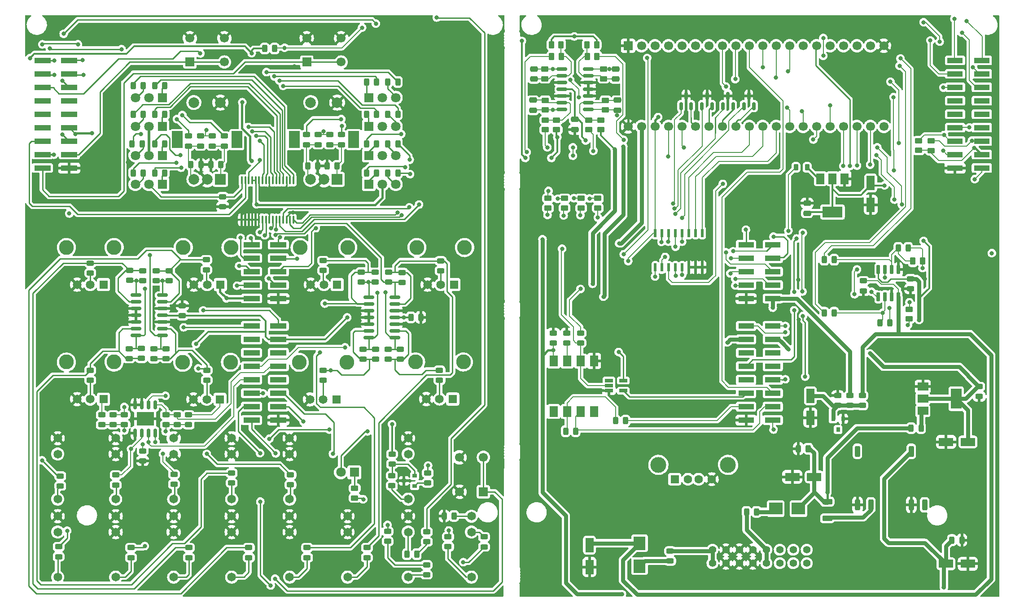
<source format=gbr>
%TF.GenerationSoftware,KiCad,Pcbnew,(6.0.10)*%
%TF.CreationDate,2023-02-08T13:20:31+00:00*%
%TF.ProjectId,fjol-daisy,666a6f6c-2d64-4616-9973-792e6b696361,rev?*%
%TF.SameCoordinates,Original*%
%TF.FileFunction,Copper,L1,Top*%
%TF.FilePolarity,Positive*%
%FSLAX46Y46*%
G04 Gerber Fmt 4.6, Leading zero omitted, Abs format (unit mm)*
G04 Created by KiCad (PCBNEW (6.0.10)) date 2023-02-08 13:20:31*
%MOMM*%
%LPD*%
G01*
G04 APERTURE LIST*
G04 Aperture macros list*
%AMRoundRect*
0 Rectangle with rounded corners*
0 $1 Rounding radius*
0 $2 $3 $4 $5 $6 $7 $8 $9 X,Y pos of 4 corners*
0 Add a 4 corners polygon primitive as box body*
4,1,4,$2,$3,$4,$5,$6,$7,$8,$9,$2,$3,0*
0 Add four circle primitives for the rounded corners*
1,1,$1+$1,$2,$3*
1,1,$1+$1,$4,$5*
1,1,$1+$1,$6,$7*
1,1,$1+$1,$8,$9*
0 Add four rect primitives between the rounded corners*
20,1,$1+$1,$2,$3,$4,$5,0*
20,1,$1+$1,$4,$5,$6,$7,0*
20,1,$1+$1,$6,$7,$8,$9,0*
20,1,$1+$1,$8,$9,$2,$3,0*%
G04 Aperture macros list end*
%TA.AperFunction,SMDPad,CuDef*%
%ADD10RoundRect,0.250000X0.700000X-0.275000X0.700000X0.275000X-0.700000X0.275000X-0.700000X-0.275000X0*%
%TD*%
%TA.AperFunction,SMDPad,CuDef*%
%ADD11RoundRect,0.243750X-0.243750X-0.456250X0.243750X-0.456250X0.243750X0.456250X-0.243750X0.456250X0*%
%TD*%
%TA.AperFunction,SMDPad,CuDef*%
%ADD12RoundRect,0.243750X0.243750X0.456250X-0.243750X0.456250X-0.243750X-0.456250X0.243750X-0.456250X0*%
%TD*%
%TA.AperFunction,SMDPad,CuDef*%
%ADD13RoundRect,0.150000X0.150000X-0.725000X0.150000X0.725000X-0.150000X0.725000X-0.150000X-0.725000X0*%
%TD*%
%TA.AperFunction,SMDPad,CuDef*%
%ADD14RoundRect,0.137500X0.137500X-0.662500X0.137500X0.662500X-0.137500X0.662500X-0.137500X-0.662500X0*%
%TD*%
%TA.AperFunction,SMDPad,CuDef*%
%ADD15RoundRect,0.150000X0.825000X0.150000X-0.825000X0.150000X-0.825000X-0.150000X0.825000X-0.150000X0*%
%TD*%
%TA.AperFunction,SMDPad,CuDef*%
%ADD16RoundRect,0.243750X-0.456250X0.243750X-0.456250X-0.243750X0.456250X-0.243750X0.456250X0.243750X0*%
%TD*%
%TA.AperFunction,SMDPad,CuDef*%
%ADD17RoundRect,0.250000X1.137500X0.550000X-1.137500X0.550000X-1.137500X-0.550000X1.137500X-0.550000X0*%
%TD*%
%TA.AperFunction,SMDPad,CuDef*%
%ADD18RoundRect,0.243750X0.456250X-0.243750X0.456250X0.243750X-0.456250X0.243750X-0.456250X-0.243750X0*%
%TD*%
%TA.AperFunction,SMDPad,CuDef*%
%ADD19RoundRect,0.250000X0.550000X-1.137500X0.550000X1.137500X-0.550000X1.137500X-0.550000X-1.137500X0*%
%TD*%
%TA.AperFunction,SMDPad,CuDef*%
%ADD20RoundRect,0.250000X-0.550000X1.137500X-0.550000X-1.137500X0.550000X-1.137500X0.550000X1.137500X0*%
%TD*%
%TA.AperFunction,SMDPad,CuDef*%
%ADD21R,2.500000X2.300000*%
%TD*%
%TA.AperFunction,SMDPad,CuDef*%
%ADD22R,2.300000X2.500000*%
%TD*%
%TA.AperFunction,SMDPad,CuDef*%
%ADD23R,1.560000X0.650000*%
%TD*%
%TA.AperFunction,SMDPad,CuDef*%
%ADD24R,3.150000X1.000000*%
%TD*%
%TA.AperFunction,SMDPad,CuDef*%
%ADD25R,3.000000X1.000000*%
%TD*%
%TA.AperFunction,SMDPad,CuDef*%
%ADD26R,0.900000X0.800000*%
%TD*%
%TA.AperFunction,SMDPad,CuDef*%
%ADD27R,1.500000X2.000000*%
%TD*%
%TA.AperFunction,SMDPad,CuDef*%
%ADD28R,3.800000X2.000000*%
%TD*%
%TA.AperFunction,SMDPad,CuDef*%
%ADD29R,2.000000X1.500000*%
%TD*%
%TA.AperFunction,SMDPad,CuDef*%
%ADD30R,2.000000X3.800000*%
%TD*%
%TA.AperFunction,SMDPad,CuDef*%
%ADD31R,1.600000X2.000000*%
%TD*%
%TA.AperFunction,SMDPad,CuDef*%
%ADD32R,0.800000X0.900000*%
%TD*%
%TA.AperFunction,SMDPad,CuDef*%
%ADD33RoundRect,0.250000X-1.137500X-0.550000X1.137500X-0.550000X1.137500X0.550000X-1.137500X0.550000X0*%
%TD*%
%TA.AperFunction,SMDPad,CuDef*%
%ADD34RoundRect,0.100000X0.100000X-0.637500X0.100000X0.637500X-0.100000X0.637500X-0.100000X-0.637500X0*%
%TD*%
%TA.AperFunction,SMDPad,CuDef*%
%ADD35RoundRect,0.150000X-0.150000X0.662500X-0.150000X-0.662500X0.150000X-0.662500X0.150000X0.662500X0*%
%TD*%
%TA.AperFunction,SMDPad,CuDef*%
%ADD36R,3.200000X2.514000*%
%TD*%
%TA.AperFunction,SMDPad,CuDef*%
%ADD37RoundRect,0.250000X0.450000X-0.262500X0.450000X0.262500X-0.450000X0.262500X-0.450000X-0.262500X0*%
%TD*%
%TA.AperFunction,SMDPad,CuDef*%
%ADD38RoundRect,0.150000X0.150000X-0.587500X0.150000X0.587500X-0.150000X0.587500X-0.150000X-0.587500X0*%
%TD*%
%TA.AperFunction,SMDPad,CuDef*%
%ADD39RoundRect,0.250000X-0.450000X0.262500X-0.450000X-0.262500X0.450000X-0.262500X0.450000X0.262500X0*%
%TD*%
%TA.AperFunction,SMDPad,CuDef*%
%ADD40RoundRect,0.250000X-0.262500X-0.450000X0.262500X-0.450000X0.262500X0.450000X-0.262500X0.450000X0*%
%TD*%
%TA.AperFunction,SMDPad,CuDef*%
%ADD41RoundRect,0.250000X0.475000X-0.250000X0.475000X0.250000X-0.475000X0.250000X-0.475000X-0.250000X0*%
%TD*%
%TA.AperFunction,SMDPad,CuDef*%
%ADD42RoundRect,0.250000X0.250000X-0.800000X0.250000X0.800000X-0.250000X0.800000X-0.250000X-0.800000X0*%
%TD*%
%TA.AperFunction,SMDPad,CuDef*%
%ADD43RoundRect,0.218750X0.218750X0.381250X-0.218750X0.381250X-0.218750X-0.381250X0.218750X-0.381250X0*%
%TD*%
%TA.AperFunction,SMDPad,CuDef*%
%ADD44RoundRect,0.250000X-0.475000X0.250000X-0.475000X-0.250000X0.475000X-0.250000X0.475000X0.250000X0*%
%TD*%
%TA.AperFunction,SMDPad,CuDef*%
%ADD45RoundRect,0.150000X-0.825000X-0.150000X0.825000X-0.150000X0.825000X0.150000X-0.825000X0.150000X0*%
%TD*%
%TA.AperFunction,SMDPad,CuDef*%
%ADD46RoundRect,0.250000X0.262500X0.450000X-0.262500X0.450000X-0.262500X-0.450000X0.262500X-0.450000X0*%
%TD*%
%TA.AperFunction,ComponentPad*%
%ADD47C,1.650000*%
%TD*%
%TA.AperFunction,ComponentPad*%
%ADD48R,1.650000X1.650000*%
%TD*%
%TA.AperFunction,ComponentPad*%
%ADD49C,2.794000*%
%TD*%
%TA.AperFunction,ComponentPad*%
%ADD50R,1.700000X1.700000*%
%TD*%
%TA.AperFunction,ComponentPad*%
%ADD51C,1.700000*%
%TD*%
%TA.AperFunction,ComponentPad*%
%ADD52C,1.422400*%
%TD*%
%TA.AperFunction,ComponentPad*%
%ADD53R,2.000000X2.000000*%
%TD*%
%TA.AperFunction,ComponentPad*%
%ADD54C,2.000000*%
%TD*%
%TA.AperFunction,ComponentPad*%
%ADD55R,2.000000X3.200000*%
%TD*%
%TA.AperFunction,ComponentPad*%
%ADD56R,1.800000X1.800000*%
%TD*%
%TA.AperFunction,ComponentPad*%
%ADD57C,1.800000*%
%TD*%
%TA.AperFunction,ComponentPad*%
%ADD58R,1.600000X1.500000*%
%TD*%
%TA.AperFunction,ComponentPad*%
%ADD59C,1.600000*%
%TD*%
%TA.AperFunction,ComponentPad*%
%ADD60C,3.000000*%
%TD*%
%TA.AperFunction,ViaPad*%
%ADD61C,0.800000*%
%TD*%
%TA.AperFunction,Conductor*%
%ADD62C,0.250000*%
%TD*%
%TA.AperFunction,Conductor*%
%ADD63C,0.254000*%
%TD*%
%TA.AperFunction,Conductor*%
%ADD64C,0.304800*%
%TD*%
%TA.AperFunction,Conductor*%
%ADD65C,0.203200*%
%TD*%
%TA.AperFunction,Conductor*%
%ADD66C,0.406400*%
%TD*%
%TA.AperFunction,Conductor*%
%ADD67C,0.762000*%
%TD*%
%TA.AperFunction,Conductor*%
%ADD68C,0.508000*%
%TD*%
%TA.AperFunction,Conductor*%
%ADD69C,0.200000*%
%TD*%
G04 APERTURE END LIST*
D10*
%TO.P,L1,1,1*%
%TO.N,Net-(L1-Pad1)*%
X243370100Y-146263100D03*
%TO.P,L1,2,2*%
%TO.N,+12V*%
X243370100Y-143113100D03*
%TD*%
D11*
%TO.P,D3,1,K*%
%TO.N,Net-(D3-Pad1)*%
X194007500Y-129794000D03*
%TO.P,D3,2,A*%
%TO.N,MIDI-RX5*%
X195882500Y-129794000D03*
%TD*%
D12*
%TO.P,L2,1,1*%
%TO.N,Net-(L2-Pad1)*%
X261061200Y-129235200D03*
%TO.P,L2,2,2*%
%TO.N,+12V*%
X259186200Y-129235200D03*
%TD*%
D13*
%TO.P,U6,1*%
%TO.N,LEFT-OUT*%
X252984000Y-104429000D03*
%TO.P,U6,2,-*%
%TO.N,Net-(C30-Pad2)*%
X254254000Y-104429000D03*
%TO.P,U6,3,+*%
%TO.N,GND1*%
X255524000Y-104429000D03*
%TO.P,U6,4,V-*%
%TO.N,-12V*%
X256794000Y-104429000D03*
%TO.P,U6,5,+*%
%TO.N,GND1*%
X256794000Y-99279000D03*
%TO.P,U6,6,-*%
%TO.N,Net-(C31-Pad2)*%
X255524000Y-99279000D03*
%TO.P,U6,7*%
%TO.N,RIGHT-OUT*%
X254254000Y-99279000D03*
%TO.P,U6,8,V+*%
%TO.N,+12V*%
X252984000Y-99279000D03*
%TD*%
D14*
%TO.P,U8,1,X4*%
%TO.N,PM1*%
X210905000Y-98875000D03*
%TO.P,U8,2,X6*%
%TO.N,RELEASE*%
X212175000Y-98875000D03*
%TO.P,U8,3,X*%
%TO.N,controls*%
X213445000Y-98875000D03*
%TO.P,U8,4,X7*%
%TO.N,ATTACK*%
X214715000Y-98875000D03*
%TO.P,U8,5,X5*%
%TO.N,PM2*%
X215985000Y-98875000D03*
%TO.P,U8,6,Inh*%
%TO.N,GND1*%
X217255000Y-98875000D03*
%TO.P,U8,7,VEE*%
X218525000Y-98875000D03*
%TO.P,U8,8,VSS*%
X219795000Y-98875000D03*
%TO.P,U8,9,C*%
%TO.N,C*%
X219795000Y-92375000D03*
%TO.P,U8,10,B*%
%TO.N,B*%
X218525000Y-92375000D03*
%TO.P,U8,11,A*%
%TO.N,A*%
X217255000Y-92375000D03*
%TO.P,U8,12,X3*%
%TO.N,RATIO2*%
X215985000Y-92375000D03*
%TO.P,U8,13,X0*%
%TO.N,CONTROL3*%
X214715000Y-92375000D03*
%TO.P,U8,14,X1*%
%TO.N,cutoff*%
X213445000Y-92375000D03*
%TO.P,U8,15,X2*%
%TO.N,RATIO1*%
X212175000Y-92375000D03*
%TO.P,U8,16,VDD*%
%TO.N,+3.3V*%
X210905000Y-92375000D03*
%TD*%
D15*
%TO.P,U10,1*%
%TO.N,ATTACK_F*%
X161776838Y-112111780D03*
%TO.P,U10,2,-*%
%TO.N,Net-(C40-Pad2)*%
X161776838Y-110841780D03*
%TO.P,U10,3,+*%
%TO.N,GND*%
X161776838Y-109571780D03*
%TO.P,U10,4,V+*%
%TO.N,+3.3VA_F*%
X161776838Y-108301780D03*
%TO.P,U10,5,+*%
%TO.N,GND*%
X161776838Y-107031780D03*
%TO.P,U10,6,-*%
%TO.N,Net-(C41-Pad2)*%
X161776838Y-105761780D03*
%TO.P,U10,7*%
%TO.N,PM1_F*%
X161776838Y-104491780D03*
%TO.P,U10,8*%
%TO.N,RATIO1_F*%
X156826838Y-104491780D03*
%TO.P,U10,9,-*%
%TO.N,Net-(C42-Pad2)*%
X156826838Y-105761780D03*
%TO.P,U10,10,+*%
%TO.N,GND*%
X156826838Y-107031780D03*
%TO.P,U10,11,V-*%
X156826838Y-108301780D03*
%TO.P,U10,12,+*%
X156826838Y-109571780D03*
%TO.P,U10,13,-*%
%TO.N,Net-(C38-Pad2)*%
X156826838Y-110841780D03*
%TO.P,U10,14*%
%TO.N,RELEASE_F*%
X156826838Y-112111780D03*
%TD*%
D16*
%TO.P,C1,1*%
%TO.N,+3.3VA*%
X272034000Y-121388900D03*
%TO.P,C1,2*%
%TO.N,GND1*%
X272034000Y-123263900D03*
%TD*%
D17*
%TO.P,C2,1*%
%TO.N,+3.3VA*%
X269905500Y-131826000D03*
%TO.P,C2,2*%
%TO.N,GND1*%
X265780500Y-131826000D03*
%TD*%
D18*
%TO.P,C4,1*%
%TO.N,Net-(C4-Pad1)*%
X245322000Y-124951500D03*
%TO.P,C4,2*%
%TO.N,GND1*%
X245322000Y-123076500D03*
%TD*%
D17*
%TO.P,C6,1*%
%TO.N,+12V*%
X240887500Y-138425000D03*
%TO.P,C6,2*%
%TO.N,GND1*%
X236762500Y-138425000D03*
%TD*%
D19*
%TO.P,C7,1*%
%TO.N,GND1*%
X198500000Y-155450000D03*
%TO.P,C7,2*%
%TO.N,-12V*%
X198500000Y-151325000D03*
%TD*%
D16*
%TO.P,C8,1*%
%TO.N,CONTROL2_CV_F*%
X108613438Y-126721180D03*
%TO.P,C8,2*%
%TO.N,Net-(C8-Pad2)*%
X108613438Y-128596180D03*
%TD*%
%TO.P,C9,1*%
%TO.N,CONTROL1_CV_F*%
X120725938Y-126708680D03*
%TO.P,C9,2*%
%TO.N,Net-(C9-Pad2)*%
X120725938Y-128583680D03*
%TD*%
%TO.P,C15,1*%
%TO.N,+12V*%
X259080000Y-101043500D03*
%TO.P,C15,2*%
%TO.N,GND1*%
X259080000Y-102918500D03*
%TD*%
D18*
%TO.P,C16,1*%
%TO.N,GND1*%
X250190000Y-103299500D03*
%TO.P,C16,2*%
%TO.N,-12V*%
X250190000Y-101424500D03*
%TD*%
D12*
%TO.P,C19,1*%
%TO.N,+12V*%
X239787500Y-133100000D03*
%TO.P,C19,2*%
%TO.N,GND1*%
X237912500Y-133100000D03*
%TD*%
%TO.P,C30,1*%
%TO.N,LEFT-OUT*%
X255137500Y-109325000D03*
%TO.P,C30,2*%
%TO.N,Net-(C30-Pad2)*%
X253262500Y-109325000D03*
%TD*%
D16*
%TO.P,C32,1*%
%TO.N,cutoff_f*%
X116299638Y-114245379D03*
%TO.P,C32,2*%
%TO.N,Net-(C32-Pad2)*%
X116299638Y-116120379D03*
%TD*%
%TO.P,C33,1*%
%TO.N,CONTROL3_F*%
X113962838Y-114194580D03*
%TO.P,C33,2*%
%TO.N,Net-(C33-Pad2)*%
X113962838Y-116069580D03*
%TD*%
D18*
%TO.P,C42,1*%
%TO.N,RATIO1_F*%
X158023372Y-101659313D03*
%TO.P,C42,2*%
%TO.N,Net-(C42-Pad2)*%
X158023372Y-99784313D03*
%TD*%
%TO.P,C35,1*%
%TO.N,RATIO2_F*%
X114216838Y-101356046D03*
%TO.P,C35,2*%
%TO.N,Net-(C35-Pad2)*%
X114216838Y-99481046D03*
%TD*%
D16*
%TO.P,C36,1*%
%TO.N,GND*%
X121688438Y-106121180D03*
%TO.P,C36,2*%
%TO.N,+3.3VA_F*%
X121688438Y-107996180D03*
%TD*%
D12*
%TO.P,C37,1*%
%TO.N,GND*%
X166663438Y-108296180D03*
%TO.P,C37,2*%
%TO.N,+3.3VA_F*%
X164788438Y-108296180D03*
%TD*%
D16*
%TO.P,C38,1*%
%TO.N,RELEASE_F*%
X158124972Y-114296180D03*
%TO.P,C38,2*%
%TO.N,Net-(C38-Pad2)*%
X158124972Y-116171180D03*
%TD*%
%TO.P,C40,1*%
%TO.N,ATTACK_F*%
X160478705Y-114351578D03*
%TO.P,C40,2*%
%TO.N,Net-(C40-Pad2)*%
X160478705Y-116226578D03*
%TD*%
D18*
%TO.P,C41,1*%
%TO.N,PM1_F*%
X160580305Y-101676246D03*
%TO.P,C41,2*%
%TO.N,Net-(C41-Pad2)*%
X160580305Y-99801246D03*
%TD*%
%TO.P,C34,1*%
%TO.N,PM2_F*%
X119195238Y-101374512D03*
%TO.P,C34,2*%
%TO.N,Net-(C34-Pad2)*%
X119195238Y-99499512D03*
%TD*%
D11*
%TO.P,C46,1*%
%TO.N,GND*%
X171064338Y-145830280D03*
%TO.P,C46,2*%
%TO.N,Net-(C46-Pad2)*%
X172939338Y-145830280D03*
%TD*%
D20*
%TO.P,C44,1*%
%TO.N,+3.3VP*%
X251550000Y-82937500D03*
%TO.P,C44,2*%
%TO.N,GND1*%
X251550000Y-87062500D03*
%TD*%
D16*
%TO.P,C45,1*%
%TO.N,+3.3VP_F*%
X129286000Y-85524100D03*
%TO.P,C45,2*%
%TO.N,GND*%
X129286000Y-87399100D03*
%TD*%
D21*
%TO.P,D1,1,K*%
%TO.N,+12V*%
X237925000Y-144425000D03*
%TO.P,D1,2,A*%
%TO.N,Net-(D1-Pad2)*%
X233625000Y-144425000D03*
%TD*%
D22*
%TO.P,D2,1,K*%
%TO.N,Net-(D2-Pad1)*%
X207937100Y-155277600D03*
%TO.P,D2,2,A*%
%TO.N,-12V*%
X207937100Y-150977600D03*
%TD*%
D23*
%TO.P,IC1,1*%
%TO.N,N/C*%
X202175000Y-120250000D03*
%TO.P,IC1,2,I*%
%TO.N,MIDI-RX*%
X202175000Y-121200000D03*
%TO.P,IC1,3,GND*%
%TO.N,GND1*%
X202175000Y-122150000D03*
%TO.P,IC1,4,O*%
%TO.N,MIDI-THRU*%
X204875000Y-122150000D03*
%TO.P,IC1,5,VCC*%
%TO.N,+5V*%
X204875000Y-120250000D03*
%TD*%
D24*
%TO.P,J6,1,Pin_1*%
%TO.N,RATIO2_F*%
X134730589Y-94591180D03*
%TO.P,J6,2,Pin_2*%
%TO.N,RATIO1_F*%
X139780589Y-94591180D03*
%TO.P,J6,3,Pin_3*%
%TO.N,cutoff_f*%
X134730589Y-97131180D03*
%TO.P,J6,4,Pin_4*%
%TO.N,RELEASE_F*%
X139780589Y-97131180D03*
%TO.P,J6,5,Pin_5*%
%TO.N,CONTROL3_F*%
X134730589Y-99671180D03*
%TO.P,J6,6,Pin_6*%
%TO.N,ATTACK_F*%
X139780589Y-99671180D03*
%TO.P,J6,7,Pin_7*%
%TO.N,PM2_F*%
X134730589Y-102211180D03*
%TO.P,J6,8,Pin_8*%
%TO.N,PM1_F*%
X139780589Y-102211180D03*
%TO.P,J6,9,Pin_9*%
%TO.N,-10V_F*%
X134730589Y-104751180D03*
%TO.P,J6,10,Pin_10*%
%TO.N,GND*%
X139780589Y-104751180D03*
%TD*%
D25*
%TO.P,J10,1,Pin_1*%
%TO.N,RATIO2*%
X233078100Y-94595000D03*
%TO.P,J10,2,Pin_2*%
%TO.N,RATIO1*%
X228038100Y-94595000D03*
%TO.P,J10,3,Pin_3*%
%TO.N,cutoff*%
X233078100Y-97135000D03*
%TO.P,J10,4,Pin_4*%
%TO.N,RELEASE*%
X228038100Y-97135000D03*
%TO.P,J10,5,Pin_5*%
%TO.N,CONTROL3*%
X233078100Y-99675000D03*
%TO.P,J10,6,Pin_6*%
%TO.N,ATTACK*%
X228038100Y-99675000D03*
%TO.P,J10,7,Pin_7*%
%TO.N,PM2*%
X233078100Y-102215000D03*
%TO.P,J10,8,Pin_8*%
%TO.N,PM1*%
X228038100Y-102215000D03*
%TO.P,J10,9,Pin_9*%
%TO.N,-10V*%
X233078100Y-104755000D03*
%TO.P,J10,10,Pin_10*%
%TO.N,GND1*%
X228038100Y-104755000D03*
%TD*%
D12*
%TO.P,L4,1,1*%
%TO.N,Net-(D1-Pad2)*%
X230012500Y-145050000D03*
%TO.P,L4,2,2*%
%TO.N,Net-(J1-Pad10)*%
X228137500Y-145050000D03*
%TD*%
D18*
%TO.P,L5,1,1*%
%TO.N,Net-(D2-Pad1)*%
X213715600Y-154313100D03*
%TO.P,L5,2,2*%
%TO.N,Net-(J1-Pad1)*%
X213715600Y-152438100D03*
%TD*%
D11*
%TO.P,L7,1,1*%
%TO.N,+3.3V_F*%
X137200938Y-57546180D03*
%TO.P,L7,2,2*%
%TO.N,+3.3V_F1*%
X139075938Y-57546180D03*
%TD*%
D16*
%TO.P,L8,1,1*%
%TO.N,MIDI-IN-L-F*%
X171811338Y-149733780D03*
%TO.P,L8,2,2*%
%TO.N,Net-(L8-Pad2)*%
X171811338Y-151608780D03*
%TD*%
D18*
%TO.P,L9,1,1*%
%TO.N,MIDI-IN-R-F*%
X178605838Y-151642280D03*
%TO.P,L9,2,2*%
%TO.N,Net-(L9-Pad2)*%
X178605838Y-149767280D03*
%TD*%
D16*
%TO.P,L10,1,1*%
%TO.N,Net-(L10-Pad1)*%
X167760038Y-155037780D03*
%TO.P,L10,2,2*%
%TO.N,Net-(L10-Pad2)*%
X167760038Y-156912780D03*
%TD*%
D12*
%TO.P,L11,1,1*%
%TO.N,Net-(L11-Pad1)*%
X165905000Y-153030000D03*
%TO.P,L11,2,2*%
%TO.N,Net-(L11-Pad2)*%
X164030000Y-153030000D03*
%TD*%
D26*
%TO.P,Q1,1,B*%
%TO.N,Net-(Q1-Pad1)*%
X165488438Y-140121180D03*
%TO.P,Q1,2,C*%
%TO.N,Net-(Q1-Pad2)*%
X165488438Y-138221180D03*
%TO.P,Q1,3,E*%
%TO.N,GND*%
X163488438Y-139171180D03*
%TD*%
D11*
%TO.P,R1,1*%
%TO.N,Net-(D3-Pad1)*%
X203430900Y-127812800D03*
%TO.P,R1,2*%
%TO.N,MIDI-RX4*%
X205305900Y-127812800D03*
%TD*%
D16*
%TO.P,R3,1*%
%TO.N,GND1*%
X194221100Y-111290100D03*
%TO.P,R3,2*%
%TO.N,Net-(R3-Pad2)*%
X194221100Y-113165100D03*
%TD*%
D18*
%TO.P,R4,1*%
%TO.N,MIDI-RX*%
X196824600Y-113131600D03*
%TO.P,R4,2*%
%TO.N,+3.3V*%
X196824600Y-111256600D03*
%TD*%
D16*
%TO.P,R2,1*%
%TO.N,-12V*%
X249986800Y-123065300D03*
%TO.P,R2,2*%
%TO.N,Net-(C4-Pad1)*%
X249986800Y-124940300D03*
%TD*%
D11*
%TO.P,R8,1*%
%TO.N,dac_right*%
X242775500Y-97409000D03*
%TO.P,R8,2*%
%TO.N,Net-(C31-Pad2)*%
X244650500Y-97409000D03*
%TD*%
D16*
%TO.P,R11,1*%
%TO.N,Net-(C32-Pad2)*%
X126273372Y-118286280D03*
%TO.P,R11,2*%
%TO.N,Net-(R11-Pad2)*%
X126273372Y-120161280D03*
%TD*%
%TO.P,R12,1*%
%TO.N,Net-(C33-Pad2)*%
X130988438Y-137708680D03*
%TO.P,R12,2*%
%TO.N,Net-(CV-CTL2-PadP$1_TIP)*%
X130988438Y-139583680D03*
%TD*%
%TO.P,R13,1*%
%TO.N,Net-(C33-Pad2)*%
X104310838Y-118286280D03*
%TO.P,R13,2*%
%TO.N,Net-(CTL2-Pad2)*%
X104310838Y-120161280D03*
%TD*%
%TO.P,R14,1*%
%TO.N,Net-(C32-Pad2)*%
X142088438Y-138046180D03*
%TO.P,R14,2*%
%TO.N,Net-(R14-Pad2)*%
X142088438Y-139921180D03*
%TD*%
%TO.P,R28,1*%
%TO.N,Net-(C42-Pad2)*%
X148238438Y-97596180D03*
%TO.P,R28,2*%
%TO.N,Net-(R28-Pad2)*%
X148238438Y-99471180D03*
%TD*%
%TO.P,R29,1*%
%TO.N,Net-(C42-Pad2)*%
X145204838Y-151799280D03*
%TO.P,R29,2*%
%TO.N,Net-(CV-RAT1-PadP$1_TIP)*%
X145204838Y-153674280D03*
%TD*%
%TO.P,R17,1*%
%TO.N,Net-(C35-Pad2)*%
X104310838Y-98046180D03*
%TO.P,R17,2*%
%TO.N,Net-(R17-Pad2)*%
X104310838Y-99921180D03*
%TD*%
%TO.P,R18,1*%
%TO.N,Net-(C35-Pad2)*%
X122916338Y-151799280D03*
%TO.P,R18,2*%
%TO.N,Net-(CV-RAT2-PadP$1_TIP)*%
X122916338Y-153674280D03*
%TD*%
%TO.P,R19,1*%
%TO.N,cutoff_f*%
X118636438Y-114228446D03*
%TO.P,R19,2*%
%TO.N,Net-(C32-Pad2)*%
X118636438Y-116103446D03*
%TD*%
%TO.P,R20,1*%
%TO.N,CONTROL3_F*%
X111626038Y-114211513D03*
%TO.P,R20,2*%
%TO.N,Net-(C33-Pad2)*%
X111626038Y-116086513D03*
%TD*%
D18*
%TO.P,R34,1*%
%TO.N,RATIO1_F*%
X155466438Y-101642380D03*
%TO.P,R34,2*%
%TO.N,Net-(C42-Pad2)*%
X155466438Y-99767380D03*
%TD*%
%TO.P,R22,1*%
%TO.N,RATIO2_F*%
X111727638Y-101337580D03*
%TO.P,R22,2*%
%TO.N,Net-(C35-Pad2)*%
X111727638Y-99462580D03*
%TD*%
D16*
%TO.P,R23,1*%
%TO.N,Net-(C38-Pad2)*%
X148235905Y-118286280D03*
%TO.P,R23,2*%
%TO.N,Net-(R23-Pad2)*%
X148235905Y-120161280D03*
%TD*%
%TO.P,R24,1*%
%TO.N,Net-(C38-Pad2)*%
X111994338Y-151799280D03*
%TO.P,R24,2*%
%TO.N,Net-(CV-REL1-PadP$1_TIP)*%
X111994338Y-153674280D03*
%TD*%
%TO.P,R25,1*%
%TO.N,Net-(C40-Pad2)*%
X170198438Y-118286280D03*
%TO.P,R25,2*%
%TO.N,Net-(ATTACK1-Pad2)*%
X170198438Y-120161280D03*
%TD*%
%TO.P,R26,1*%
%TO.N,Net-(C41-Pad2)*%
X170413438Y-97621180D03*
%TO.P,R26,2*%
%TO.N,Net-(PM1-Pad2)*%
X170413438Y-99496180D03*
%TD*%
%TO.P,R27,1*%
%TO.N,Net-(C41-Pad2)*%
X156507838Y-151799280D03*
%TO.P,R27,2*%
%TO.N,Net-(CV-PM1-PadP$1_TIP)*%
X156507838Y-153674280D03*
%TD*%
%TO.P,R15,1*%
%TO.N,Net-(C34-Pad2)*%
X126188438Y-97446180D03*
%TO.P,R15,2*%
%TO.N,Net-(PM2-Pad2)*%
X126188438Y-99321180D03*
%TD*%
%TO.P,R16,1*%
%TO.N,Net-(C34-Pad2)*%
X134219338Y-151799280D03*
%TO.P,R16,2*%
%TO.N,Net-(CV-PM2-PadP$1_TIP)*%
X134219338Y-153674280D03*
%TD*%
%TO.P,R31,1*%
%TO.N,RELEASE_F*%
X155771238Y-114314646D03*
%TO.P,R31,2*%
%TO.N,Net-(C38-Pad2)*%
X155771238Y-116189646D03*
%TD*%
%TO.P,R32,1*%
%TO.N,ATTACK_F*%
X162832438Y-114333112D03*
%TO.P,R32,2*%
%TO.N,Net-(C40-Pad2)*%
X162832438Y-116208112D03*
%TD*%
D18*
%TO.P,R33,1*%
%TO.N,PM1_F*%
X163137238Y-101693179D03*
%TO.P,R33,2*%
%TO.N,Net-(C41-Pad2)*%
X163137238Y-99818179D03*
%TD*%
%TO.P,R21,1*%
%TO.N,PM2_F*%
X116706038Y-101392978D03*
%TO.P,R21,2*%
%TO.N,Net-(C34-Pad2)*%
X116706038Y-99517978D03*
%TD*%
D11*
%TO.P,R30,1*%
%TO.N,Net-(D5-Pad3)*%
X160463438Y-63846180D03*
%TO.P,R30,2*%
%TO.N,led1_g*%
X162338438Y-63846180D03*
%TD*%
%TO.P,R35,1*%
%TO.N,Net-(D5-Pad1)*%
X156438438Y-63846180D03*
%TO.P,R35,2*%
%TO.N,led1_r*%
X158313438Y-63846180D03*
%TD*%
D18*
%TO.P,R50,1*%
%TO.N,Net-(L11-Pad1)*%
X167810838Y-150689780D03*
%TO.P,R50,2*%
%TO.N,+3.3V_F1*%
X167810838Y-148814780D03*
%TD*%
%TO.P,R54,1*%
%TO.N,Net-(LEFT-OUT1-PadP$1_TIP)*%
X98638438Y-140146180D03*
%TO.P,R54,2*%
%TO.N,LEFT-OUT-F*%
X98638438Y-138271180D03*
%TD*%
%TO.P,R55,1*%
%TO.N,Net-(R55-Pad1)*%
X98338438Y-153496180D03*
%TO.P,R55,2*%
%TO.N,RIGHT-OUT-F*%
X98338438Y-151621180D03*
%TD*%
D11*
%TO.P,R36,1*%
%TO.N,Net-(D6-Pad3)*%
X160463438Y-69946180D03*
%TO.P,R36,2*%
%TO.N,led2_g*%
X162338438Y-69946180D03*
%TD*%
%TO.P,R37,1*%
%TO.N,Net-(D6-Pad1)*%
X156438438Y-69946180D03*
%TO.P,R37,2*%
%TO.N,led2_r*%
X158313438Y-69946180D03*
%TD*%
D18*
%TO.P,R38,1*%
%TO.N,Net-(Q1-Pad1)*%
X167988438Y-139571180D03*
%TO.P,R38,2*%
%TO.N,GATE-F*%
X167988438Y-137696180D03*
%TD*%
%TO.P,R40,1*%
%TO.N,Net-(Q1-Pad2)*%
X161238438Y-136021180D03*
%TO.P,R40,2*%
%TO.N,euro-5V_f*%
X161238438Y-134146180D03*
%TD*%
D15*
%TO.P,U9,1*%
%TO.N,cutoff_f*%
X117898338Y-111730780D03*
%TO.P,U9,2,-*%
%TO.N,Net-(C32-Pad2)*%
X117898338Y-110460780D03*
%TO.P,U9,3,+*%
%TO.N,GND*%
X117898338Y-109190780D03*
%TO.P,U9,4,V+*%
%TO.N,+3.3VA_F*%
X117898338Y-107920780D03*
%TO.P,U9,5,+*%
%TO.N,GND*%
X117898338Y-106650780D03*
%TO.P,U9,6,-*%
%TO.N,Net-(C34-Pad2)*%
X117898338Y-105380780D03*
%TO.P,U9,7*%
%TO.N,PM2_F*%
X117898338Y-104110780D03*
%TO.P,U9,8*%
%TO.N,RATIO2_F*%
X112948338Y-104110780D03*
%TO.P,U9,9,-*%
%TO.N,Net-(C35-Pad2)*%
X112948338Y-105380780D03*
%TO.P,U9,10,+*%
%TO.N,GND*%
X112948338Y-106650780D03*
%TO.P,U9,11,V-*%
X112948338Y-107920780D03*
%TO.P,U9,12,+*%
X112948338Y-109190780D03*
%TO.P,U9,13,-*%
%TO.N,Net-(C33-Pad2)*%
X112948338Y-110460780D03*
%TO.P,U9,14*%
%TO.N,CONTROL3_F*%
X112948338Y-111730780D03*
%TD*%
D27*
%TO.P,U11,1,GND*%
%TO.N,GND1*%
X246650000Y-82125000D03*
%TO.P,U11,2,VO*%
%TO.N,+3.3VP*%
X244350000Y-82125000D03*
D28*
X244350000Y-88425000D03*
D27*
%TO.P,U11,3,VI*%
%TO.N,Net-(L12-Pad1)*%
X242050000Y-82125000D03*
%TD*%
D29*
%TO.P,U2,1,GND*%
%TO.N,GND1*%
X261390600Y-121372600D03*
D30*
%TO.P,U2,2,VO*%
%TO.N,+3.3VA*%
X267690600Y-123672600D03*
D29*
X261390600Y-123672600D03*
%TO.P,U2,3,VI*%
%TO.N,Net-(L2-Pad1)*%
X261390600Y-125972600D03*
%TD*%
D31*
%TO.P,U3,1,NC*%
%TO.N,unconnected-(U3-Pad1)*%
X191744600Y-126093100D03*
%TO.P,U3,2,C1*%
%TO.N,Net-(D3-Pad1)*%
X194284600Y-126093100D03*
%TO.P,U3,3,C2*%
%TO.N,MIDI-RX5*%
X196824600Y-126093100D03*
%TO.P,U3,4,NC*%
%TO.N,unconnected-(U3-Pad4)*%
X199364600Y-126093100D03*
%TO.P,U3,5,GND*%
%TO.N,GND1*%
X199364600Y-116553100D03*
%TO.P,U3,6,VO2*%
%TO.N,MIDI-RX*%
X196824600Y-116553100D03*
%TO.P,U3,7,VO1*%
%TO.N,Net-(R3-Pad2)*%
X194284600Y-116553100D03*
%TO.P,U3,8,VCC*%
%TO.N,+5V*%
X191744600Y-116553100D03*
%TD*%
D32*
%TO.P,U4,1,K*%
%TO.N,GND1*%
X246364800Y-127473200D03*
%TO.P,U4,2,A*%
%TO.N,Net-(C4-Pad1)*%
X244464800Y-127473200D03*
%TO.P,U4,3*%
%TO.N,N/C*%
X245414800Y-129473200D03*
%TD*%
D18*
%TO.P,L6,1,1*%
%TO.N,Net-(C4-Pad1)*%
X247650000Y-124940300D03*
%TO.P,L6,2,2*%
%TO.N,-10V*%
X247650000Y-123065300D03*
%TD*%
D11*
%TO.P,R52,1*%
%TO.N,Net-(D7-Pad3)*%
X160463438Y-75521180D03*
%TO.P,R52,2*%
%TO.N,led3_g*%
X162338438Y-75521180D03*
%TD*%
D12*
%TO.P,R53,1*%
%TO.N,Net-(D7-Pad1)*%
X158313438Y-75521180D03*
%TO.P,R53,2*%
%TO.N,led3_r*%
X156438438Y-75521180D03*
%TD*%
D33*
%TO.P,C10,1*%
%TO.N,+5V*%
X265755100Y-154838400D03*
%TO.P,C10,2*%
%TO.N,GND1*%
X269880100Y-154838400D03*
%TD*%
D11*
%TO.P,C17,1*%
%TO.N,+5V*%
X266880100Y-150368000D03*
%TO.P,C17,2*%
%TO.N,GND1*%
X268755100Y-150368000D03*
%TD*%
D20*
%TO.P,C5,1*%
%TO.N,Net-(C4-Pad1)*%
X240172000Y-123126500D03*
%TO.P,C5,2*%
%TO.N,GND1*%
X240172000Y-127251500D03*
%TD*%
D24*
%TO.P,J7,1,Pin_1*%
%TO.N,LEFT-OUT-F*%
X134730589Y-109931180D03*
%TO.P,J7,2,Pin_2*%
%TO.N,RIGHT-OUT-F*%
X139780589Y-109931180D03*
%TO.P,J7,3,Pin_3*%
%TO.N,+12V-F*%
X134730589Y-112471180D03*
%TO.P,J7,4,Pin_4*%
%TO.N,+3.3VA_F*%
X139780589Y-112471180D03*
%TO.P,J7,5,Pin_5*%
%TO.N,unconnected-(J7-Pad5)*%
X134730589Y-115011180D03*
%TO.P,J7,6,Pin_6*%
%TO.N,unconnected-(J7-Pad6)*%
X139780589Y-115011180D03*
%TO.P,J7,7,Pin_7*%
%TO.N,euro-5V_f*%
X134730589Y-117551180D03*
%TO.P,J7,8,Pin_8*%
%TO.N,CONTROL1_CV_F*%
X139780589Y-117551180D03*
%TO.P,J7,9,Pin_9*%
%TO.N,CONTROL2_CV_F*%
X134730589Y-120091180D03*
%TO.P,J7,10,Pin_10*%
%TO.N,led_gate_f*%
X139780589Y-120091180D03*
%TO.P,J7,11,Pin_11*%
%TO.N,GATE-F*%
X134730589Y-122631180D03*
%TO.P,J7,12,Pin_12*%
%TO.N,MIDI-THRU-L-F*%
X139780589Y-122631180D03*
%TO.P,J7,13,Pin_13*%
%TO.N,MIDI-IN-L-F*%
X134730589Y-125171180D03*
%TO.P,J7,14,Pin_14*%
%TO.N,MIDI-IN-R-F*%
X139780589Y-125171180D03*
%TO.P,J7,15,Pin_15*%
%TO.N,midi_sw-F*%
X134730589Y-127711180D03*
%TO.P,J7,16,Pin_16*%
%TO.N,GND*%
X139780589Y-127711180D03*
%TD*%
D25*
%TO.P,J8,1,Pin_1*%
%TO.N,LEFT-OUT*%
X233078100Y-109935000D03*
%TO.P,J8,2,Pin_2*%
%TO.N,RIGHT-OUT*%
X228038100Y-109935000D03*
%TO.P,J8,3,Pin_3*%
%TO.N,+12V*%
X233078100Y-112475000D03*
%TO.P,J8,4,Pin_4*%
%TO.N,+3.3VA*%
X228038100Y-112475000D03*
%TO.P,J8,5,Pin_5*%
%TO.N,unconnected-(J8-Pad5)*%
X233078100Y-115015000D03*
%TO.P,J8,6,Pin_6*%
%TO.N,unconnected-(J8-Pad6)*%
X228038100Y-115015000D03*
%TO.P,J8,7,Pin_7*%
%TO.N,euro-5V*%
X233078100Y-117555000D03*
%TO.P,J8,8,Pin_8*%
%TO.N,CONTROL1_CV*%
X228038100Y-117555000D03*
%TO.P,J8,9,Pin_9*%
%TO.N,CONTROL2_CV*%
X233078100Y-120095000D03*
%TO.P,J8,10,Pin_10*%
%TO.N,led_gate*%
X228038100Y-120095000D03*
%TO.P,J8,11,Pin_11*%
%TO.N,GATE*%
X233078100Y-122635000D03*
%TO.P,J8,12,Pin_12*%
%TO.N,MIDI-THRU*%
X228038100Y-122635000D03*
%TO.P,J8,13,Pin_13*%
%TO.N,MIDI-RX5*%
X233078100Y-125175000D03*
%TO.P,J8,14,Pin_14*%
%TO.N,MIDI-RX4*%
X228038100Y-125175000D03*
%TO.P,J8,15,Pin_15*%
%TO.N,midi_sw*%
X233078100Y-127715000D03*
%TO.P,J8,16,Pin_16*%
%TO.N,GND1*%
X228038100Y-127715000D03*
%TD*%
D24*
%TO.P,J5,1,Pin_1*%
%TO.N,GND*%
X100338838Y-80107780D03*
%TO.P,J5,2,Pin_2*%
%TO.N,switch1_sw-F*%
X95288838Y-80107780D03*
%TO.P,J5,3,Pin_3*%
%TO.N,switch2_sw-F*%
X100338838Y-77567780D03*
%TO.P,J5,4,Pin_4*%
%TO.N,+3.3V_F*%
X95288838Y-77567780D03*
%TO.P,J5,5,Pin_5*%
%TO.N,SCL_F*%
X100338838Y-75027780D03*
%TO.P,J5,6,Pin_6*%
%TO.N,SDA_F*%
X95288838Y-75027780D03*
%TO.P,J5,7,Pin_7*%
%TO.N,+3.3VP_F*%
X100338838Y-72487780D03*
%TO.P,J5,8,Pin_8*%
%TO.N,unconnected-(J5-Pad8)*%
X95288838Y-72487780D03*
%TO.P,J5,9,Pin_9*%
%TO.N,unconnected-(J5-Pad9)*%
X100338838Y-69947780D03*
%TO.P,J5,10,Pin_10*%
%TO.N,unconnected-(J5-Pad10)*%
X95288838Y-69947780D03*
%TO.P,J5,11,Pin_11*%
%TO.N,unconnected-(J5-Pad11)*%
X100338838Y-67407780D03*
%TO.P,J5,12,Pin_12*%
%TO.N,unconnected-(J5-Pad12)*%
X95288838Y-67407780D03*
%TO.P,J5,13,Pin_13*%
%TO.N,switch3_sw_F*%
X100338838Y-64867780D03*
%TO.P,J5,14,Pin_14*%
%TO.N,switch4_sw_F*%
X95288838Y-64867780D03*
%TO.P,J5,15,Pin_15*%
%TO.N,ctl1_enc_A_F*%
X100338838Y-62327780D03*
%TO.P,J5,16,Pin_16*%
%TO.N,ctl1_enc_B_F*%
X95288838Y-62327780D03*
%TO.P,J5,17,Pin_17*%
%TO.N,ctl2_enc_A_F*%
X100338838Y-59787780D03*
%TO.P,J5,18,Pin_18*%
%TO.N,ctl2_enc_B_F*%
X95288838Y-59787780D03*
%TD*%
D25*
%TO.P,J9,1,Pin_1*%
%TO.N,GND1*%
X267476600Y-80111600D03*
%TO.P,J9,2,Pin_2*%
%TO.N,switch1_sw*%
X272516600Y-80111600D03*
%TO.P,J9,3,Pin_3*%
%TO.N,switch2_sw*%
X267476600Y-77571600D03*
%TO.P,J9,4,Pin_4*%
%TO.N,+3.3V*%
X272516600Y-77571600D03*
%TO.P,J9,5,Pin_5*%
%TO.N,SCL*%
X267476600Y-75031600D03*
%TO.P,J9,6,Pin_6*%
%TO.N,SDA*%
X272516600Y-75031600D03*
%TO.P,J9,7,Pin_7*%
%TO.N,+3.3VP*%
X267476600Y-72491600D03*
%TO.P,J9,8,Pin_8*%
%TO.N,unconnected-(J9-Pad8)*%
X272516600Y-72491600D03*
%TO.P,J9,9,Pin_9*%
%TO.N,unconnected-(J9-Pad9)*%
X267476600Y-69951600D03*
%TO.P,J9,10,Pin_10*%
%TO.N,unconnected-(J9-Pad10)*%
X272516600Y-69951600D03*
%TO.P,J9,11,Pin_11*%
%TO.N,unconnected-(J9-Pad11)*%
X267476600Y-67411600D03*
%TO.P,J9,12,Pin_12*%
%TO.N,unconnected-(J9-Pad12)*%
X272516600Y-67411600D03*
%TO.P,J9,13,Pin_13*%
%TO.N,switch3_sw*%
X267476600Y-64871600D03*
%TO.P,J9,14,Pin_14*%
%TO.N,switch4_sw*%
X272516600Y-64871600D03*
%TO.P,J9,15,Pin_15*%
%TO.N,ctl1_enc_A*%
X267476600Y-62331600D03*
%TO.P,J9,16,Pin_16*%
%TO.N,ctl1_enc_B*%
X272516600Y-62331600D03*
%TO.P,J9,17,Pin_17*%
%TO.N,ctl2_enc_A*%
X267476600Y-59791600D03*
%TO.P,J9,18,Pin_18*%
%TO.N,ctl2_enc_B*%
X272516600Y-59791600D03*
%TD*%
D18*
%TO.P,R41,1*%
%TO.N,Net-(GATE-OUT1-PadP$1_TIP)*%
X161213438Y-140096180D03*
%TO.P,R41,2*%
%TO.N,Net-(Q1-Pad2)*%
X161213438Y-138221180D03*
%TD*%
%TO.P,R51,1*%
%TO.N,Net-(L10-Pad1)*%
X160394038Y-150613580D03*
%TO.P,R51,2*%
%TO.N,MIDI-THRU-L-F*%
X160394038Y-148738580D03*
%TD*%
%TO.P,C3,1*%
%TO.N,+5V*%
X191681100Y-113131600D03*
%TO.P,C3,2*%
%TO.N,GND1*%
X191681100Y-111256600D03*
%TD*%
D11*
%TO.P,R7,1*%
%TO.N,dac_left*%
X242775500Y-107442000D03*
%TO.P,R7,2*%
%TO.N,Net-(C30-Pad2)*%
X244650500Y-107442000D03*
%TD*%
D12*
%TO.P,C31,1*%
%TO.N,RIGHT-OUT*%
X258637500Y-95200000D03*
%TO.P,C31,2*%
%TO.N,Net-(C31-Pad2)*%
X256762500Y-95200000D03*
%TD*%
D11*
%TO.P,C39,1*%
%TO.N,GND*%
X148963438Y-79746180D03*
%TO.P,C39,2*%
%TO.N,Net-(C39-Pad2)*%
X150838438Y-79746180D03*
%TD*%
D12*
%TO.P,C43,1*%
%TO.N,GND*%
X147188438Y-79746180D03*
%TO.P,C43,2*%
%TO.N,Net-(C43-Pad2)*%
X145313438Y-79746180D03*
%TD*%
D11*
%TO.P,C51,1*%
%TO.N,GND*%
X127063438Y-79496180D03*
%TO.P,C51,2*%
%TO.N,Net-(C51-Pad2)*%
X128938438Y-79496180D03*
%TD*%
D12*
%TO.P,C52,1*%
%TO.N,GND*%
X125163438Y-79496180D03*
%TO.P,C52,2*%
%TO.N,Net-(C52-Pad2)*%
X123288438Y-79496180D03*
%TD*%
D18*
%TO.P,R82,1*%
%TO.N,Net-(C39-Pad2)*%
X151688438Y-75696180D03*
%TO.P,R82,2*%
%TO.N,ctl1_enc_A_F*%
X151688438Y-73821180D03*
%TD*%
%TO.P,R83,1*%
%TO.N,Net-(C39-Pad2)*%
X149488438Y-75696180D03*
%TO.P,R83,2*%
%TO.N,+3.3V_F1*%
X149488438Y-73821180D03*
%TD*%
%TO.P,R84,1*%
%TO.N,Net-(C43-Pad2)*%
X147288438Y-75696180D03*
%TO.P,R84,2*%
%TO.N,+3.3V_F1*%
X147288438Y-73821180D03*
%TD*%
D16*
%TO.P,R85,1*%
%TO.N,ctl1_enc_B_F*%
X145088438Y-73821180D03*
%TO.P,R85,2*%
%TO.N,Net-(C43-Pad2)*%
X145088438Y-75696180D03*
%TD*%
D18*
%TO.P,R86,1*%
%TO.N,Net-(C51-Pad2)*%
X129588438Y-75946180D03*
%TO.P,R86,2*%
%TO.N,ctl2_enc_A_F*%
X129588438Y-74071180D03*
%TD*%
%TO.P,R87,1*%
%TO.N,Net-(C51-Pad2)*%
X127338438Y-75946180D03*
%TO.P,R87,2*%
%TO.N,+3.3V_F1*%
X127338438Y-74071180D03*
%TD*%
%TO.P,R88,1*%
%TO.N,Net-(C52-Pad2)*%
X125088438Y-75946180D03*
%TO.P,R88,2*%
%TO.N,+3.3V_F1*%
X125088438Y-74071180D03*
%TD*%
D16*
%TO.P,R89,1*%
%TO.N,ctl2_enc_B_F*%
X122838438Y-74071180D03*
%TO.P,R89,2*%
%TO.N,Net-(C52-Pad2)*%
X122838438Y-75946180D03*
%TD*%
D11*
%TO.P,R64,1*%
%TO.N,Net-(D8-Pad3)*%
X160463438Y-81046180D03*
%TO.P,R64,2*%
%TO.N,led4_g*%
X162338438Y-81046180D03*
%TD*%
D12*
%TO.P,R65,1*%
%TO.N,Net-(D8-Pad1)*%
X158313438Y-81046180D03*
%TO.P,R65,2*%
%TO.N,led4_r*%
X156438438Y-81046180D03*
%TD*%
D18*
%TO.P,R66,1*%
%TO.N,Net-(C8-Pad2)*%
X106463438Y-128596180D03*
%TO.P,R66,2*%
%TO.N,-10V_F*%
X106463438Y-126721180D03*
%TD*%
D16*
%TO.P,R67,1*%
%TO.N,Net-(C8-Pad2)*%
X109113438Y-138083680D03*
%TO.P,R67,2*%
%TO.N,Net-(CV-CTL4-PadP$1_TIP)*%
X109113438Y-139958680D03*
%TD*%
D18*
%TO.P,R68,1*%
%TO.N,Net-(C9-Pad2)*%
X122863438Y-128583680D03*
%TO.P,R68,2*%
%TO.N,-10V_F*%
X122863438Y-126708680D03*
%TD*%
D16*
%TO.P,R69,1*%
%TO.N,Net-(C9-Pad2)*%
X120100938Y-137933680D03*
%TO.P,R69,2*%
%TO.N,Net-(CV-CTL3-PadP$1_TIP)*%
X120100938Y-139808680D03*
%TD*%
%TO.P,R70,1*%
%TO.N,CONTROL2_CV_F*%
X110763438Y-126721180D03*
%TO.P,R70,2*%
%TO.N,Net-(C8-Pad2)*%
X110763438Y-128596180D03*
%TD*%
%TO.P,R71,1*%
%TO.N,CONTROL1_CV_F*%
X118588438Y-126708680D03*
%TO.P,R71,2*%
%TO.N,Net-(C9-Pad2)*%
X118588438Y-128583680D03*
%TD*%
D12*
%TO.P,R72,1*%
%TO.N,Net-(D9-Pad3)*%
X114263438Y-64571180D03*
%TO.P,R72,2*%
%TO.N,led5_g*%
X112388438Y-64571180D03*
%TD*%
%TO.P,R73,1*%
%TO.N,Net-(D9-Pad1)*%
X118363438Y-64571180D03*
%TO.P,R73,2*%
%TO.N,led5_r*%
X116488438Y-64571180D03*
%TD*%
%TO.P,R74,1*%
%TO.N,Net-(D10-Pad3)*%
X114263438Y-69946180D03*
%TO.P,R74,2*%
%TO.N,led6_g*%
X112388438Y-69946180D03*
%TD*%
%TO.P,R75,1*%
%TO.N,Net-(D10-Pad1)*%
X118363438Y-69946180D03*
%TO.P,R75,2*%
%TO.N,led6_r*%
X116488438Y-69946180D03*
%TD*%
%TO.P,R76,1*%
%TO.N,Net-(D11-Pad3)*%
X114069100Y-75590400D03*
%TO.P,R76,2*%
%TO.N,led7_g*%
X112194100Y-75590400D03*
%TD*%
%TO.P,R77,1*%
%TO.N,Net-(D11-Pad1)*%
X118363438Y-75521180D03*
%TO.P,R77,2*%
%TO.N,led7_r*%
X116488438Y-75521180D03*
%TD*%
%TO.P,R78,1*%
%TO.N,Net-(D12-Pad3)*%
X114263438Y-81046180D03*
%TO.P,R78,2*%
%TO.N,led8_g*%
X112388438Y-81046180D03*
%TD*%
%TO.P,R79,1*%
%TO.N,Net-(D12-Pad1)*%
X118363438Y-81046180D03*
%TO.P,R79,2*%
%TO.N,led8_r*%
X116488438Y-81046180D03*
%TD*%
D34*
%TO.P,U12,1,VSS*%
%TO.N,GND*%
X132894600Y-89869300D03*
%TO.P,U12,2,A0*%
X133544600Y-89869300D03*
%TO.P,U12,3,A1*%
X134194600Y-89869300D03*
%TO.P,U12,4,A2*%
X134844600Y-89869300D03*
%TO.P,U12,5,A3*%
X135494600Y-89869300D03*
%TO.P,U12,6,A4*%
X136144600Y-89869300D03*
%TO.P,U12,7,LED0*%
%TO.N,led1_g*%
X136794600Y-89869300D03*
%TO.P,U12,8,LED1*%
%TO.N,led1_r*%
X137444600Y-89869300D03*
%TO.P,U12,9,VSS*%
%TO.N,GND*%
X138094600Y-89869300D03*
%TO.P,U12,10,LED2*%
%TO.N,led2_g*%
X138744600Y-89869300D03*
%TO.P,U12,11,LED3*%
%TO.N,led2_r*%
X139394600Y-89869300D03*
%TO.P,U12,12,LED4*%
%TO.N,led3_g*%
X140044600Y-89869300D03*
%TO.P,U12,13,LED5*%
%TO.N,led3_r*%
X140694600Y-89869300D03*
%TO.P,U12,14,VSS*%
%TO.N,GND*%
X141344600Y-89869300D03*
%TO.P,U12,15,LED6*%
%TO.N,led4_g*%
X141994600Y-89869300D03*
%TO.P,U12,16,LED7*%
%TO.N,led4_r*%
X142644600Y-89869300D03*
%TO.P,U12,17,LED8*%
%TO.N,led5_g*%
X142644600Y-82444300D03*
%TO.P,U12,18,LED9*%
%TO.N,led5_r*%
X141994600Y-82444300D03*
%TO.P,U12,19,VSS*%
%TO.N,GND*%
X141344600Y-82444300D03*
%TO.P,U12,20,LED10*%
%TO.N,led6_g*%
X140694600Y-82444300D03*
%TO.P,U12,21,LED11*%
%TO.N,led6_r*%
X140044600Y-82444300D03*
%TO.P,U12,22,LED12*%
%TO.N,led7_g*%
X139394600Y-82444300D03*
%TO.P,U12,23,LED13*%
%TO.N,led7_r*%
X138744600Y-82444300D03*
%TO.P,U12,24,VSS*%
%TO.N,GND*%
X138094600Y-82444300D03*
%TO.P,U12,25,LED14*%
%TO.N,led8_g*%
X137444600Y-82444300D03*
%TO.P,U12,26,LED15*%
%TO.N,led8_r*%
X136794600Y-82444300D03*
%TO.P,U12,27,!OE*%
%TO.N,GND*%
X136144600Y-82444300D03*
%TO.P,U12,28,A5*%
%TO.N,+3.3VP_F*%
X135494600Y-82444300D03*
%TO.P,U12,29,A6*%
X134844600Y-82444300D03*
%TO.P,U12,30,SCL*%
%TO.N,SCL_F*%
X134194600Y-82444300D03*
%TO.P,U12,31,SDA*%
%TO.N,SDA_F*%
X133544600Y-82444300D03*
%TO.P,U12,32,VDD*%
%TO.N,+3.3VP_F*%
X132894600Y-82444300D03*
%TD*%
D18*
%TO.P,C11,1*%
%TO.N,GND*%
X114188438Y-135396180D03*
%TO.P,C11,2*%
%TO.N,+3.3VA_F*%
X114188438Y-133521180D03*
%TD*%
D35*
%TO.P,U13,1*%
%TO.N,CONTROL1_CV_F*%
X116568438Y-124858680D03*
%TO.P,U13,2,-*%
%TO.N,Net-(C9-Pad2)*%
X115298438Y-124858680D03*
%TO.P,U13,3,+*%
%TO.N,GND*%
X114028438Y-124858680D03*
%TO.P,U13,4,V-*%
X112758438Y-124858680D03*
%TO.P,U13,5,+*%
X112758438Y-130133680D03*
%TO.P,U13,6,-*%
%TO.N,Net-(C8-Pad2)*%
X114028438Y-130133680D03*
%TO.P,U13,7*%
%TO.N,CONTROL2_CV_F*%
X115298438Y-130133680D03*
%TO.P,U13,8,V+*%
%TO.N,+3.3VA_F*%
X116568438Y-130133680D03*
D36*
%TO.P,U13,9,V-*%
%TO.N,GND*%
X114663438Y-127496180D03*
%TD*%
D37*
%TO.P,R42,1*%
%TO.N,+3.3V*%
X262925000Y-76812500D03*
%TO.P,R42,2*%
%TO.N,SDA*%
X262925000Y-74987500D03*
%TD*%
D38*
%TO.P,Q3,1,B*%
%TO.N,Net-(Q3-Pad1)*%
X219725000Y-68412500D03*
%TO.P,Q3,2,C*%
%TO.N,G2-EXP*%
X221625000Y-68412500D03*
%TO.P,Q3,3,E*%
%TO.N,GND1*%
X220675000Y-66537500D03*
%TD*%
D39*
%TO.P,R56,1*%
%TO.N,voct1*%
X190075000Y-61417500D03*
%TO.P,R56,2*%
%TO.N,Net-(C20-Pad2)*%
X190075000Y-63242500D03*
%TD*%
D40*
%TO.P,R62,1*%
%TO.N,Net-(C23-Pad2)*%
X198025000Y-56825000D03*
%TO.P,R62,2*%
%TO.N,-10V*%
X199850000Y-56825000D03*
%TD*%
%TO.P,R45,1*%
%TO.N,Net-(C31-Pad2)*%
X259512500Y-97700000D03*
%TO.P,R45,2*%
%TO.N,RIGHT-OUT*%
X261337500Y-97700000D03*
%TD*%
D37*
%TO.P,R80,1*%
%TO.N,voct2*%
X201525000Y-69142500D03*
%TO.P,R80,2*%
%TO.N,Net-(C22-Pad2)*%
X201525000Y-67317500D03*
%TD*%
D39*
%TO.P,R10,1*%
%TO.N,Net-(C21-Pad2)*%
X190175000Y-71062500D03*
%TO.P,R10,2*%
%TO.N,voct3-I*%
X190175000Y-72887500D03*
%TD*%
%TO.P,R60,1*%
%TO.N,Net-(C22-Pad2)*%
X200600000Y-71062500D03*
%TO.P,R60,2*%
%TO.N,-10V*%
X200600000Y-72887500D03*
%TD*%
%TO.P,R61,1*%
%TO.N,Net-(C22-Pad2)*%
X198325000Y-71062500D03*
%TO.P,R61,2*%
%TO.N,voct2-I*%
X198325000Y-72887500D03*
%TD*%
D37*
%TO.P,R44,1*%
%TO.N,Net-(C30-Pad2)*%
X258800000Y-108587500D03*
%TO.P,R44,2*%
%TO.N,LEFT-OUT*%
X258800000Y-106762500D03*
%TD*%
D39*
%TO.P,R49,1*%
%TO.N,G2-EXP-I*%
X193808333Y-85837500D03*
%TO.P,R49,2*%
%TO.N,Net-(Q3-Pad1)*%
X193808333Y-87662500D03*
%TD*%
D37*
%TO.P,R57,1*%
%TO.N,voct3*%
X190125000Y-69142500D03*
%TO.P,R57,2*%
%TO.N,Net-(C21-Pad2)*%
X190125000Y-67317500D03*
%TD*%
D39*
%TO.P,R48,1*%
%TO.N,G1-EXP-I*%
X190675000Y-85837500D03*
%TO.P,R48,2*%
%TO.N,Net-(Q2-Pad1)*%
X190675000Y-87662500D03*
%TD*%
D41*
%TO.P,C21,1*%
%TO.N,voct3*%
X187850000Y-69200000D03*
%TO.P,C21,2*%
%TO.N,Net-(C21-Pad2)*%
X187850000Y-67300000D03*
%TD*%
%TO.P,C24,1*%
%TO.N,GND1*%
X195725000Y-72825000D03*
%TO.P,C24,2*%
%TO.N,+3.3VA*%
X195725000Y-70925000D03*
%TD*%
D40*
%TO.P,R63,1*%
%TO.N,Net-(C23-Pad2)*%
X198087500Y-59025000D03*
%TO.P,R63,2*%
%TO.N,voct4-I*%
X199912500Y-59025000D03*
%TD*%
D38*
%TO.P,Q2,1,B*%
%TO.N,Net-(Q2-Pad1)*%
X215775000Y-68412500D03*
%TO.P,Q2,2,C*%
%TO.N,G1-EXP*%
X217675000Y-68412500D03*
%TO.P,Q2,3,E*%
%TO.N,GND1*%
X216725000Y-66537500D03*
%TD*%
D39*
%TO.P,R58,1*%
%TO.N,G3-EXP-I*%
X196941666Y-85837500D03*
%TO.P,R58,2*%
%TO.N,Net-(Q4-Pad1)*%
X196941666Y-87662500D03*
%TD*%
D41*
%TO.P,C22,1*%
%TO.N,voct2*%
X203750000Y-69200000D03*
%TO.P,C22,2*%
%TO.N,Net-(C22-Pad2)*%
X203750000Y-67300000D03*
%TD*%
D37*
%TO.P,R5,1*%
%TO.N,GATE-F*%
X154200000Y-142405000D03*
%TO.P,R5,2*%
%TO.N,Net-(D4-Pad1)*%
X154200000Y-140580000D03*
%TD*%
D39*
%TO.P,R43,1*%
%TO.N,SCL*%
X260625000Y-74962500D03*
%TO.P,R43,2*%
%TO.N,+3.3V*%
X260625000Y-76787500D03*
%TD*%
D42*
%TO.P,U1,1,GND*%
%TO.N,GND1*%
X249047000Y-143713200D03*
%TO.P,U1,2,VIN*%
%TO.N,Net-(L1-Pad1)*%
X251587000Y-143713200D03*
%TO.P,U1,4,0V*%
%TO.N,GND1*%
X259207000Y-143713200D03*
%TO.P,U1,5,-VOUT*%
%TO.N,unconnected-(U1-Pad5)*%
X261747000Y-143713200D03*
%TO.P,U1,7,+VOUT*%
%TO.N,+5V*%
X259207000Y-133613200D03*
%TO.P,U1,10,NC*%
%TO.N,unconnected-(U1-Pad10)*%
X249047000Y-133613200D03*
%TD*%
D39*
%TO.P,R59,1*%
%TO.N,G4-EXP-I*%
X200075000Y-85837500D03*
%TO.P,R59,2*%
%TO.N,Net-(Q5-Pad1)*%
X200075000Y-87662500D03*
%TD*%
%TO.P,R81,1*%
%TO.N,voct4*%
X201150000Y-61417500D03*
%TO.P,R81,2*%
%TO.N,Net-(C23-Pad2)*%
X201150000Y-63242500D03*
%TD*%
D43*
%TO.P,L12,1,1*%
%TO.N,Net-(L12-Pad1)*%
X239562500Y-79975000D03*
%TO.P,L12,2,2*%
%TO.N,+12V*%
X237437500Y-79975000D03*
%TD*%
D44*
%TO.P,C23,1*%
%TO.N,voct4*%
X203425000Y-61400000D03*
%TO.P,C23,2*%
%TO.N,Net-(C23-Pad2)*%
X203425000Y-63300000D03*
%TD*%
D41*
%TO.P,C13,1*%
%TO.N,+3.3VP*%
X239550000Y-88650000D03*
%TO.P,C13,2*%
%TO.N,GND1*%
X239550000Y-86750000D03*
%TD*%
D45*
%TO.P,U7,1*%
%TO.N,voct1*%
X193300000Y-61415000D03*
%TO.P,U7,2,-*%
%TO.N,Net-(C20-Pad2)*%
X193300000Y-62685000D03*
%TO.P,U7,3,+*%
%TO.N,GND1*%
X193300000Y-63955000D03*
%TO.P,U7,4,V+*%
%TO.N,+3.3VA*%
X193300000Y-65225000D03*
%TO.P,U7,5,+*%
%TO.N,GND1*%
X193300000Y-66495000D03*
%TO.P,U7,6,-*%
%TO.N,Net-(C21-Pad2)*%
X193300000Y-67765000D03*
%TO.P,U7,7*%
%TO.N,voct3*%
X193300000Y-69035000D03*
%TO.P,U7,8*%
%TO.N,voct2*%
X198250000Y-69035000D03*
%TO.P,U7,9,-*%
%TO.N,Net-(C22-Pad2)*%
X198250000Y-67765000D03*
%TO.P,U7,10,+*%
%TO.N,GND1*%
X198250000Y-66495000D03*
%TO.P,U7,11,V-*%
X198250000Y-65225000D03*
%TO.P,U7,12,+*%
X198250000Y-63955000D03*
%TO.P,U7,13,-*%
%TO.N,Net-(C23-Pad2)*%
X198250000Y-62685000D03*
%TO.P,U7,14*%
%TO.N,voct4*%
X198250000Y-61415000D03*
%TD*%
D38*
%TO.P,Q4,1,B*%
%TO.N,Net-(Q4-Pad1)*%
X223675000Y-68412500D03*
%TO.P,Q4,2,C*%
%TO.N,G3-EXP*%
X225575000Y-68412500D03*
%TO.P,Q4,3,E*%
%TO.N,GND1*%
X224625000Y-66537500D03*
%TD*%
%TO.P,Q5,1,B*%
%TO.N,Net-(Q5-Pad1)*%
X227625000Y-68412500D03*
%TO.P,Q5,2,C*%
%TO.N,G4-EXP*%
X229525000Y-68412500D03*
%TO.P,Q5,3,E*%
%TO.N,GND1*%
X228575000Y-66537500D03*
%TD*%
D46*
%TO.P,R46,1*%
%TO.N,Net-(C20-Pad2)*%
X193187500Y-59025000D03*
%TO.P,R46,2*%
%TO.N,voct1-I*%
X191362500Y-59025000D03*
%TD*%
%TO.P,R47,1*%
%TO.N,Net-(C20-Pad2)*%
X193137500Y-56825000D03*
%TO.P,R47,2*%
%TO.N,-10V*%
X191312500Y-56825000D03*
%TD*%
D39*
%TO.P,R9,1*%
%TO.N,Net-(C21-Pad2)*%
X192300000Y-71062500D03*
%TO.P,R9,2*%
%TO.N,-10V*%
X192300000Y-72887500D03*
%TD*%
D44*
%TO.P,C20,1*%
%TO.N,voct1*%
X188025000Y-61400000D03*
%TO.P,C20,2*%
%TO.N,Net-(C20-Pad2)*%
X188025000Y-63300000D03*
%TD*%
D47*
%TO.P,CV-RAT1,P$1_TIP,TIP*%
%TO.N,Net-(CV-RAT1-PadP$1_TIP)*%
X141912082Y-157358929D03*
%TO.P,CV-RAT1,P$2_SWITCH,SWITCH*%
%TO.N,GND*%
X141912082Y-148858929D03*
%TO.P,CV-RAT1,P$3_SLEEVE,SLEEVE*%
X141912082Y-145858929D03*
%TD*%
%TO.P,CV-REL1,P$1_TIP,TIP*%
%TO.N,Net-(CV-REL1-PadP$1_TIP)*%
X109100602Y-157358929D03*
%TO.P,CV-REL1,P$2_SWITCH,SWITCH*%
%TO.N,GND*%
X109100602Y-148858929D03*
%TO.P,CV-REL1,P$3_SLEEVE,SLEEVE*%
X109100602Y-145858929D03*
%TD*%
%TO.P,CV-PM1,P$1_TIP,TIP*%
%TO.N,Net-(CV-PM1-PadP$1_TIP)*%
X152849242Y-157358929D03*
%TO.P,CV-PM1,P$2_SWITCH,SWITCH*%
%TO.N,GND*%
X152849242Y-148858929D03*
%TO.P,CV-PM1,P$3_SLEEVE,SLEEVE*%
X152849242Y-145858929D03*
%TD*%
%TO.P,CV-RAT2,P$1_TIP,TIP*%
%TO.N,Net-(CV-RAT2-PadP$1_TIP)*%
X120037762Y-157358929D03*
%TO.P,CV-RAT2,P$2_SWITCH,SWITCH*%
%TO.N,GND*%
X120037762Y-148858929D03*
%TO.P,CV-RAT2,P$3_SLEEVE,SLEEVE*%
X120037762Y-145858929D03*
%TD*%
%TO.P,CV-PM2,P$1_TIP,TIP*%
%TO.N,Net-(CV-PM2-PadP$1_TIP)*%
X130974922Y-157358929D03*
%TO.P,CV-PM2,P$2_SWITCH,SWITCH*%
%TO.N,GND*%
X130974922Y-148858929D03*
%TO.P,CV-PM2,P$3_SLEEVE,SLEEVE*%
X130974922Y-145858929D03*
%TD*%
%TO.P,LEFT-OUT1,P$1_TIP,TIP*%
%TO.N,Net-(LEFT-OUT1-PadP$1_TIP)*%
X98163438Y-142626929D03*
%TO.P,LEFT-OUT1,P$2_SWITCH,SWITCH*%
%TO.N,unconnected-(LEFT-OUT1-PadP$2_SWITCH)*%
X98163438Y-134126929D03*
%TO.P,LEFT-OUT1,P$3_SLEEVE,SLEEVE*%
%TO.N,GND*%
X98163438Y-131126929D03*
%TD*%
%TO.P,GATE-OUT1,P$1_TIP,TIP*%
%TO.N,Net-(GATE-OUT1-PadP$1_TIP)*%
X164286402Y-142626929D03*
%TO.P,GATE-OUT1,P$2_SWITCH,SWITCH*%
%TO.N,unconnected-(GATE-OUT1-PadP$2_SWITCH)*%
X164286402Y-134126929D03*
%TO.P,GATE-OUT1,P$3_SLEEVE,SLEEVE*%
%TO.N,GND*%
X164286402Y-131126929D03*
%TD*%
%TO.P,RIGHT-OUT1,P$1_TIP,TIP*%
%TO.N,Net-(R55-Pad1)*%
X98163438Y-157346180D03*
%TO.P,RIGHT-OUT1,P$2_SWITCH,SWITCH*%
%TO.N,unconnected-(RIGHT-OUT1-PadP$2_SWITCH)*%
X98163438Y-148846180D03*
%TO.P,RIGHT-OUT1,P$3_SLEEVE,SLEEVE*%
%TO.N,GND*%
X98163438Y-145846180D03*
%TD*%
%TO.P,CV-CTL2,P$1_TIP,TIP*%
%TO.N,Net-(CV-CTL2-PadP$1_TIP)*%
X130974922Y-142626929D03*
%TO.P,CV-CTL2,P$2_SWITCH,SWITCH*%
%TO.N,GND*%
X130974922Y-134126929D03*
%TO.P,CV-CTL2,P$3_SLEEVE,SLEEVE*%
X130974922Y-131126929D03*
%TD*%
%TO.P,cv-cutoff1,P$1_TIP,TIP*%
%TO.N,Net-(R14-Pad2)*%
X141912082Y-142626929D03*
%TO.P,cv-cutoff1,P$2_SWITCH,SWITCH*%
%TO.N,GND*%
X141912082Y-134126929D03*
%TO.P,cv-cutoff1,P$3_SLEEVE,SLEEVE*%
X141912082Y-131126929D03*
%TD*%
D48*
%TO.P,ATTACK1,1,1*%
%TO.N,-10V_F*%
X172700338Y-123732280D03*
D47*
%TO.P,ATTACK1,2,2*%
%TO.N,Net-(ATTACK1-Pad2)*%
X170200338Y-123732280D03*
%TO.P,ATTACK1,3,3*%
%TO.N,GND*%
X167700338Y-123732280D03*
D49*
%TO.P,ATTACK1,CHASSIS1*%
%TO.N,N/C*%
X174700338Y-116732280D03*
%TO.P,ATTACK1,CHASSIS2*%
X165700338Y-116732280D03*
%TD*%
D48*
%TO.P,cutoff1,1,1*%
%TO.N,-10V_F*%
X128768338Y-123795780D03*
D47*
%TO.P,cutoff1,2,2*%
%TO.N,Net-(R11-Pad2)*%
X126268338Y-123795780D03*
%TO.P,cutoff1,3,3*%
%TO.N,GND*%
X123768338Y-123795780D03*
D49*
%TO.P,cutoff1,CHASSIS1*%
%TO.N,N/C*%
X130768338Y-116795780D03*
%TO.P,cutoff1,CHASSIS2*%
X121768338Y-116795780D03*
%TD*%
D48*
%TO.P,RELEASE1,1,1*%
%TO.N,-10V_F*%
X150734338Y-123795780D03*
D47*
%TO.P,RELEASE1,2,2*%
%TO.N,Net-(R23-Pad2)*%
X148234338Y-123795780D03*
%TO.P,RELEASE1,3,3*%
%TO.N,GND*%
X145734338Y-123795780D03*
D49*
%TO.P,RELEASE1,CHASSIS1*%
%TO.N,N/C*%
X152734338Y-116795780D03*
%TO.P,RELEASE1,CHASSIS2*%
X143734338Y-116795780D03*
%TD*%
D50*
%TO.P,sw-midi1,1,A*%
%TO.N,midi_sw-F*%
X178473562Y-141246180D03*
D51*
%TO.P,sw-midi1,2,A*%
X178473562Y-134746180D03*
%TO.P,sw-midi1,3,B*%
%TO.N,GND*%
X173973562Y-141246180D03*
%TO.P,sw-midi1,4,B*%
X173973562Y-134746180D03*
%TD*%
D48*
%TO.P,CTL2,1,1*%
%TO.N,-10V_F*%
X106802338Y-123747280D03*
D47*
%TO.P,CTL2,2,2*%
%TO.N,Net-(CTL2-Pad2)*%
X104302338Y-123747280D03*
%TO.P,CTL2,3,3*%
%TO.N,GND*%
X101802338Y-123747280D03*
D49*
%TO.P,CTL2,CHASSIS1*%
%TO.N,N/C*%
X108802338Y-116747280D03*
%TO.P,CTL2,CHASSIS2*%
X99802338Y-116747280D03*
%TD*%
D47*
%TO.P,MIDI-IN1,P$1_TIP,LEFT*%
%TO.N,Net-(L8-Pad2)*%
X176223562Y-157358929D03*
%TO.P,MIDI-IN1,P$2_SWITCH,RIGHT*%
%TO.N,Net-(L9-Pad2)*%
X176223562Y-148858929D03*
%TO.P,MIDI-IN1,P$3_SLEEVE,SLEEVE*%
%TO.N,Net-(C46-Pad2)*%
X176223562Y-145858929D03*
%TD*%
%TO.P,MIDI-THRU1,P$1_TIP,LEFT*%
%TO.N,Net-(L10-Pad2)*%
X164286402Y-157358929D03*
%TO.P,MIDI-THRU1,P$2_SWITCH,RIGHT*%
%TO.N,Net-(L11-Pad2)*%
X164286402Y-148858929D03*
%TO.P,MIDI-THRU1,P$3_SLEEVE,SLEEVE*%
%TO.N,GND*%
X164286402Y-145858929D03*
%TD*%
D52*
%TO.P,J1,1,Pin_1*%
%TO.N,Net-(J1-Pad1)*%
X221698404Y-152196800D03*
%TO.P,J1,2,Pin_2*%
X221698404Y-154736800D03*
%TO.P,J1,3,Pin_3*%
%TO.N,GND1*%
X224238404Y-152196800D03*
%TO.P,J1,4,Pin_4*%
X224238404Y-154736800D03*
%TO.P,J1,5,Pin_5*%
X226778404Y-152196800D03*
%TO.P,J1,6,Pin_6*%
X226778404Y-154736800D03*
%TO.P,J1,7,Pin_7*%
X229318404Y-152196800D03*
%TO.P,J1,8,Pin_8*%
X229318404Y-154736800D03*
%TO.P,J1,9,Pin_9*%
%TO.N,Net-(J1-Pad10)*%
X231858404Y-152196800D03*
%TO.P,J1,10,Pin_10*%
X231858404Y-154736800D03*
%TO.P,J1,11,Pin_11*%
%TO.N,unconnected-(J1-Pad11)*%
X234398404Y-152196800D03*
%TO.P,J1,12,Pin_12*%
%TO.N,unconnected-(J1-Pad12)*%
X234398404Y-154736800D03*
%TO.P,J1,13,Pin_13*%
%TO.N,unconnected-(J1-Pad13)*%
X236938404Y-152196800D03*
%TO.P,J1,14,Pin_14*%
%TO.N,unconnected-(J1-Pad14)*%
X236938404Y-154736800D03*
%TO.P,J1,15,Pin_15*%
%TO.N,unconnected-(J1-Pad15)*%
X239478404Y-152196800D03*
%TO.P,J1,16,Pin_16*%
%TO.N,unconnected-(J1-Pad16)*%
X239478404Y-154736800D03*
%TD*%
D50*
%TO.P,sw-sel2,1,A*%
%TO.N,switch2_sw-F*%
X123103372Y-60096180D03*
D51*
%TO.P,sw-sel2,2,A*%
X129603372Y-60096180D03*
%TO.P,sw-sel2,3,B*%
%TO.N,GND*%
X123103372Y-55596180D03*
%TO.P,sw-sel2,4,B*%
X129603372Y-55596180D03*
%TD*%
D53*
%TO.P,SW3,A,A*%
%TO.N,Net-(C39-Pad2)*%
X150895905Y-82246180D03*
D54*
%TO.P,SW3,B,B*%
%TO.N,Net-(C43-Pad2)*%
X145895905Y-82246180D03*
%TO.P,SW3,C,C*%
%TO.N,GND*%
X148395905Y-82246180D03*
D55*
%TO.P,SW3,MP*%
%TO.N,N/C*%
X153995905Y-74746180D03*
X142795905Y-74746180D03*
D54*
%TO.P,SW3,S1,S1*%
%TO.N,switch3_sw_F*%
X145895905Y-67746180D03*
%TO.P,SW3,S2,S2*%
%TO.N,GND*%
X150895905Y-67746180D03*
%TD*%
D53*
%TO.P,SW4,A,A*%
%TO.N,Net-(C51-Pad2)*%
X128853372Y-82246180D03*
D54*
%TO.P,SW4,B,B*%
%TO.N,Net-(C52-Pad2)*%
X123853372Y-82246180D03*
%TO.P,SW4,C,C*%
%TO.N,GND*%
X126353372Y-82246180D03*
D55*
%TO.P,SW4,MP*%
%TO.N,N/C*%
X120753372Y-74746180D03*
X131953372Y-74746180D03*
D54*
%TO.P,SW4,S1,S1*%
%TO.N,switch4_sw_F*%
X123853372Y-67746180D03*
%TO.P,SW4,S2,S2*%
%TO.N,GND*%
X128853372Y-67746180D03*
%TD*%
D47*
%TO.P,CV-CTL3,P$1_TIP,TIP*%
%TO.N,Net-(CV-CTL3-PadP$1_TIP)*%
X120037762Y-142626929D03*
%TO.P,CV-CTL3,P$2_SWITCH,SWITCH*%
%TO.N,GND*%
X120037762Y-134126929D03*
%TO.P,CV-CTL3,P$3_SLEEVE,SLEEVE*%
X120037762Y-131126929D03*
%TD*%
%TO.P,CV-CTL4,P$1_TIP,TIP*%
%TO.N,Net-(CV-CTL4-PadP$1_TIP)*%
X109100602Y-142626929D03*
%TO.P,CV-CTL4,P$2_SWITCH,SWITCH*%
%TO.N,GND*%
X109100602Y-134126929D03*
%TO.P,CV-CTL4,P$3_SLEEVE,SLEEVE*%
X109100602Y-131126929D03*
%TD*%
D56*
%TO.P,D5,1,K1*%
%TO.N,Net-(D5-Pad1)*%
X156867172Y-66821180D03*
D57*
%TO.P,D5,2,A*%
%TO.N,+3.3VP_F*%
X159407172Y-66821180D03*
%TO.P,D5,3,K2*%
%TO.N,Net-(D5-Pad3)*%
X161947172Y-66821180D03*
%TD*%
D56*
%TO.P,D6,1,K1*%
%TO.N,Net-(D6-Pad1)*%
X156867172Y-72271180D03*
D57*
%TO.P,D6,2,A*%
%TO.N,+3.3VP_F*%
X159407172Y-72271180D03*
%TO.P,D6,3,K2*%
%TO.N,Net-(D6-Pad3)*%
X161947172Y-72271180D03*
%TD*%
D56*
%TO.P,D7,1,K1*%
%TO.N,Net-(D7-Pad1)*%
X156867172Y-77721180D03*
D57*
%TO.P,D7,2,A*%
%TO.N,+3.3VP_F*%
X159407172Y-77721180D03*
%TO.P,D7,3,K2*%
%TO.N,Net-(D7-Pad3)*%
X161947172Y-77721180D03*
%TD*%
D56*
%TO.P,D8,1,K1*%
%TO.N,Net-(D8-Pad1)*%
X156867172Y-83171180D03*
D57*
%TO.P,D8,2,A*%
%TO.N,+3.3VP_F*%
X159407172Y-83171180D03*
%TO.P,D8,3,K2*%
%TO.N,Net-(D8-Pad3)*%
X161947172Y-83171180D03*
%TD*%
D56*
%TO.P,D9,1,K1*%
%TO.N,Net-(D9-Pad1)*%
X117882105Y-66821180D03*
D57*
%TO.P,D9,2,A*%
%TO.N,+3.3VP_F*%
X115342105Y-66821180D03*
%TO.P,D9,3,K2*%
%TO.N,Net-(D9-Pad3)*%
X112802105Y-66821180D03*
%TD*%
D56*
%TO.P,D10,1,K1*%
%TO.N,Net-(D10-Pad1)*%
X117882105Y-72271180D03*
D57*
%TO.P,D10,2,A*%
%TO.N,+3.3VP_F*%
X115342105Y-72271180D03*
%TO.P,D10,3,K2*%
%TO.N,Net-(D10-Pad3)*%
X112802105Y-72271180D03*
%TD*%
D56*
%TO.P,D11,1,K1*%
%TO.N,Net-(D11-Pad1)*%
X117882105Y-77721180D03*
D57*
%TO.P,D11,2,A*%
%TO.N,+3.3VP_F*%
X115342105Y-77721180D03*
%TO.P,D11,3,K2*%
%TO.N,Net-(D11-Pad3)*%
X112802105Y-77721180D03*
%TD*%
D56*
%TO.P,D12,1,K1*%
%TO.N,Net-(D12-Pad1)*%
X117882105Y-83171180D03*
D57*
%TO.P,D12,2,A*%
%TO.N,+3.3VP_F*%
X115342105Y-83171180D03*
%TO.P,D12,3,K2*%
%TO.N,Net-(D12-Pad3)*%
X112802105Y-83171180D03*
%TD*%
D50*
%TO.P,sw-sel1,1,A*%
%TO.N,switch1_sw-F*%
X145145905Y-60096180D03*
D51*
%TO.P,sw-sel1,2,A*%
X151645905Y-60096180D03*
%TO.P,sw-sel1,3,B*%
%TO.N,GND*%
X145145905Y-55596180D03*
%TO.P,sw-sel1,4,B*%
X151645905Y-55596180D03*
%TD*%
D48*
%TO.P,PM2,1,1*%
%TO.N,-10V_F*%
X128853373Y-102133480D03*
D47*
%TO.P,PM2,2,2*%
%TO.N,Net-(PM2-Pad2)*%
X126353373Y-102133480D03*
%TO.P,PM2,3,3*%
%TO.N,GND*%
X123853373Y-102133480D03*
D49*
%TO.P,PM2,CHASSIS1*%
%TO.N,N/C*%
X130853373Y-95133480D03*
%TO.P,PM2,CHASSIS2*%
X121853373Y-95133480D03*
%TD*%
D48*
%TO.P,RATIO1,1,1*%
%TO.N,-10V_F*%
X150895905Y-102133480D03*
D47*
%TO.P,RATIO1,2,2*%
%TO.N,Net-(R28-Pad2)*%
X148395905Y-102133480D03*
%TO.P,RATIO1,3,3*%
%TO.N,GND*%
X145895905Y-102133480D03*
D49*
%TO.P,RATIO1,CHASSIS1*%
%TO.N,N/C*%
X152895905Y-95133480D03*
%TO.P,RATIO1,CHASSIS2*%
X143895905Y-95133480D03*
%TD*%
D48*
%TO.P,RATIO2,1,1*%
%TO.N,-10V_F*%
X106810838Y-102133480D03*
D47*
%TO.P,RATIO2,2,2*%
%TO.N,Net-(R17-Pad2)*%
X104310838Y-102133480D03*
%TO.P,RATIO2,3,3*%
%TO.N,GND*%
X101810838Y-102133480D03*
D49*
%TO.P,RATIO2,CHASSIS1*%
%TO.N,N/C*%
X108810838Y-95133480D03*
%TO.P,RATIO2,CHASSIS2*%
X99810838Y-95133480D03*
%TD*%
D48*
%TO.P,PM1,1,1*%
%TO.N,-10V_F*%
X172938438Y-102133480D03*
D47*
%TO.P,PM1,2,2*%
%TO.N,Net-(PM1-Pad2)*%
X170438438Y-102133480D03*
%TO.P,PM1,3,3*%
%TO.N,GND*%
X167938438Y-102133480D03*
D49*
%TO.P,PM1,CHASSIS1*%
%TO.N,N/C*%
X174938438Y-95133480D03*
%TO.P,PM1,CHASSIS2*%
X165938438Y-95133480D03*
%TD*%
D50*
%TO.P,A1,1,USB_HS_ID*%
%TO.N,GND1*%
X205775000Y-57022500D03*
D51*
%TO.P,A1,2,SDMMC1_D3*%
%TO.N,midi_sw*%
X208315000Y-57022500D03*
%TO.P,A1,3,SDMMC1_D2*%
%TO.N,ctl1_enc_A*%
X210855000Y-57022500D03*
%TO.P,A1,4,SDMMC1_D1*%
%TO.N,ctl1_enc_B*%
X213395000Y-57022500D03*
%TO.P,A1,5,SDMMC1_D0*%
%TO.N,ctl2_enc_B*%
X215935000Y-57022500D03*
%TO.P,A1,6,SDMMC1_CMD*%
%TO.N,ctl2_enc_A*%
X218475000Y-57022500D03*
%TO.P,A1,7,SDMMC1_CK*%
%TO.N,switch4_sw*%
X221015000Y-57022500D03*
%TO.P,A1,8,SPI1_NSS*%
%TO.N,switch1_sw*%
X223555000Y-57022500D03*
%TO.P,A1,9,SPI1_SCK*%
%TO.N,switch2_sw*%
X226095000Y-57022500D03*
%TO.P,A1,10,SPI1_MISO*%
%TO.N,GATE*%
X228635000Y-57022500D03*
%TO.P,A1,11,SPI1_MOSI*%
%TO.N,switch3_sw*%
X231175000Y-57022500D03*
%TO.P,A1,12,I2C1_SCL*%
%TO.N,SCL*%
X233715000Y-57022500D03*
%TO.P,A1,13,I2C1_SDA*%
%TO.N,SDA*%
X236255000Y-57022500D03*
%TO.P,A1,14,USART1_TX*%
%TO.N,unconnected-(A1-Pad14)*%
X238795000Y-57022500D03*
%TO.P,A1,15,USART1_RX*%
%TO.N,MIDI-RX*%
X241335000Y-57022500D03*
%TO.P,A1,16,AUDIO_IN_L*%
%TO.N,unconnected-(A1-Pad16)*%
X243875000Y-57022500D03*
%TO.P,A1,17,AUDIO_IN_R*%
%TO.N,unconnected-(A1-Pad17)*%
X246415000Y-57022500D03*
%TO.P,A1,18,AUDIO_OUT_L*%
%TO.N,dac_left*%
X248955000Y-57022500D03*
%TO.P,A1,19,AUDIO_OUT_R*%
%TO.N,dac_right*%
X251495000Y-57022500D03*
%TO.P,A1,20,AGND*%
%TO.N,GND1*%
X254035000Y-57022500D03*
%TO.P,A1,21,3V3_A*%
%TO.N,unconnected-(A1-Pad21)*%
X254035000Y-72262500D03*
%TO.P,A1,22,ADC_INP10*%
%TO.N,CONTROL1_CV*%
X251495000Y-72262500D03*
%TO.P,A1,23,ADC_INP15*%
%TO.N,CONTROL2_CV*%
X248955000Y-72262500D03*
%TO.P,A1,24,ADC_INP5*%
%TO.N,controls*%
X246415000Y-72262500D03*
%TO.P,A1,25,ADC_INP7*%
%TO.N,voct4*%
X243875000Y-72262500D03*
%TO.P,A1,26,ADC_INP3*%
%TO.N,voct3*%
X241335000Y-72262500D03*
%TO.P,A1,27,ADC_INP11*%
%TO.N,voct2*%
X238795000Y-72262500D03*
%TO.P,A1,28,ADC1_INP4*%
%TO.N,voct1*%
X236255000Y-72262500D03*
%TO.P,A1,29,DAC1_OUT2*%
%TO.N,C*%
X233715000Y-72262500D03*
%TO.P,A1,30,DAC1_OUT1*%
%TO.N,B*%
X231175000Y-72262500D03*
%TO.P,A1,31,SAI2_MCLK_B*%
%TO.N,A*%
X228635000Y-72262500D03*
%TO.P,A1,32,SAI2_SD_B*%
%TO.N,G4-EXP*%
X226095000Y-72262500D03*
%TO.P,A1,33,SAI2_SD_A*%
%TO.N,G3-EXP*%
X223555000Y-72262500D03*
%TO.P,A1,34,SAI2_FS_B*%
%TO.N,G2-EXP*%
X221015000Y-72262500D03*
%TO.P,A1,35,SAI2_SCK_B*%
%TO.N,G1-EXP*%
X218475000Y-72262500D03*
%TO.P,A1,36,USB_HS_D_-*%
%TO.N,D-*%
X215935000Y-72262500D03*
%TO.P,A1,37,USB_HS_D_+*%
%TO.N,D+*%
X213395000Y-72262500D03*
%TO.P,A1,38,3V3_D*%
%TO.N,+3.3V*%
X210855000Y-72262500D03*
%TO.P,A1,39,VIN*%
%TO.N,+5V*%
X208315000Y-72262500D03*
%TO.P,A1,40,GND*%
%TO.N,GND1*%
X205775000Y-72262500D03*
%TD*%
D58*
%TO.P,X1,1,1*%
%TO.N,+5V*%
X214570000Y-138880000D03*
D59*
%TO.P,X1,2,2*%
%TO.N,D-*%
X217070000Y-138880000D03*
%TO.P,X1,3,3*%
%TO.N,D+*%
X219070000Y-138880000D03*
%TO.P,X1,4,4*%
%TO.N,GND1*%
X221570000Y-138880000D03*
D60*
%TO.P,X1,5*%
%TO.N,N/C*%
X211500000Y-136170000D03*
X224640000Y-136170000D03*
%TD*%
D56*
%TO.P,D4,1,K*%
%TO.N,Net-(D4-Pad1)*%
X154124242Y-137575000D03*
D57*
%TO.P,D4,2,A*%
%TO.N,euro-5V_f*%
X151584242Y-137575000D03*
%TD*%
D61*
%TO.N,switch3_sw_F*%
X158191200Y-52832000D03*
%TO.N,switch4_sw_F*%
X125069600Y-58470800D03*
%TO.N,*%
X274421600Y-96189800D03*
%TO.N,ATTACK*%
X225075000Y-100000000D03*
X214750000Y-100425000D03*
%TO.N,RATIO1*%
X212100000Y-94075000D03*
X228000000Y-91750000D03*
%TO.N,RATIO2*%
X215975000Y-94025000D03*
X225600000Y-95825000D03*
%TO.N,+3.3V*%
X271075000Y-76325000D03*
X211437500Y-70487500D03*
X205800000Y-97675000D03*
X196799200Y-102946200D03*
%TO.N,LEFT-OUT*%
X235458000Y-109931200D03*
X251725000Y-103475000D03*
X258875000Y-105450000D03*
X255050000Y-106550000D03*
%TO.N,RIGHT-OUT*%
X261325000Y-99000000D03*
X235458000Y-111150400D03*
X254254000Y-100787200D03*
X248513600Y-103936800D03*
X248970800Y-99263200D03*
%TO.N,+12V*%
X236025000Y-91950000D03*
X261525000Y-93875000D03*
X240875000Y-141425000D03*
X260705600Y-108813600D03*
X243370100Y-141338300D03*
X236045900Y-114329100D03*
%TO.N,GND*%
X140730000Y-54550000D03*
X107416600Y-81813400D03*
X142870000Y-58980000D03*
X142525000Y-88475000D03*
X111429800Y-79019400D03*
X138310000Y-59260000D03*
X111430000Y-86130000D03*
X141375000Y-85950000D03*
X137051438Y-128901180D03*
X142850000Y-60930000D03*
X142790000Y-55660000D03*
X107975400Y-68935600D03*
X120050000Y-109275000D03*
X113988438Y-126796180D03*
X140226438Y-131441180D03*
X115438438Y-126796180D03*
X108940600Y-80086200D03*
%TO.N,CONTROL2_CV_F*%
X110738438Y-125221180D03*
X115334438Y-131822180D03*
%TO.N,-10V_F*%
X129988438Y-104721180D03*
%TO.N,+3.3VA*%
X224485200Y-113030000D03*
X201117200Y-104419400D03*
X197775000Y-74900000D03*
X204875000Y-76050000D03*
X251409200Y-115112800D03*
%TO.N,+5V*%
X204000000Y-114850000D03*
X191681100Y-114515900D03*
X189636400Y-93563600D03*
X204622400Y-160578800D03*
X265362500Y-159287500D03*
X204100000Y-94325000D03*
%TO.N,Net-(C42-Pad2)*%
X148538438Y-105696180D03*
X147638438Y-114896180D03*
%TO.N,MIDI-RX*%
X247625000Y-79700000D03*
X193325000Y-95350000D03*
%TO.N,LEFT-OUT-F*%
X95188438Y-135296180D03*
X121938438Y-110196180D03*
%TO.N,RIGHT-OUT-F*%
X125588438Y-106996180D03*
X99938438Y-148596180D03*
%TO.N,MIDI-IN-L-F*%
X138338438Y-158946180D03*
X136388438Y-143096180D03*
X171938438Y-148546180D03*
X136338438Y-133946180D03*
%TO.N,MIDI-IN-R-F*%
X144538438Y-127996180D03*
X174688438Y-154546180D03*
%TO.N,+3.3V_F*%
X92933209Y-59354409D03*
X97427438Y-77593180D03*
X134765438Y-78736180D03*
X134765438Y-58416180D03*
X132987438Y-67687180D03*
%TO.N,+3.3V_F1*%
X155593438Y-53590180D03*
X148354438Y-73148180D03*
X140988438Y-57400180D03*
X169690438Y-51685180D03*
X126184938Y-72949680D03*
%TO.N,dac_left*%
X257000000Y-60800000D03*
%TO.N,dac_right*%
X257175000Y-59425000D03*
%TO.N,GATE-F*%
X155810000Y-142680000D03*
X168038438Y-136296180D03*
X136888438Y-122646180D03*
%TO.N,-10V*%
X185750000Y-56100000D03*
X203250000Y-76575000D03*
X233075000Y-106475000D03*
X186375000Y-78200000D03*
X191300000Y-78200000D03*
X192425000Y-74300000D03*
X195625000Y-55250000D03*
X199075000Y-101975000D03*
%TO.N,RATIO1_F*%
X140113438Y-93171180D03*
X156809638Y-101642380D03*
%TO.N,RATIO2_F*%
X134563438Y-93371180D03*
X113028572Y-101356046D03*
%TO.N,RELEASE_F*%
X143313438Y-97271180D03*
X158438438Y-103646180D03*
%TO.N,ATTACK_F*%
X146838438Y-91471180D03*
X159988438Y-103596180D03*
%TO.N,PM1_F*%
X137988438Y-100971180D03*
X139242800Y-92710000D03*
%TO.N,PM2_F*%
X117960106Y-101374512D03*
X131988438Y-102321180D03*
%TO.N,+3.3VA_F*%
X114213438Y-132321180D03*
X163463438Y-108346180D03*
X124238438Y-113346180D03*
X152763438Y-108321180D03*
X116588438Y-131821180D03*
%TO.N,RELEASE*%
X225175000Y-97125000D03*
X212775000Y-96900000D03*
%TO.N,PM1*%
X210875000Y-100600000D03*
X226025000Y-102300000D03*
%TO.N,PM2*%
X215975000Y-100300000D03*
X226025000Y-101025000D03*
%TO.N,GND1*%
X258800000Y-99300000D03*
X234594400Y-88341200D03*
X261772400Y-101041200D03*
X190575000Y-65400000D03*
X230600000Y-125100000D03*
X206925000Y-79950000D03*
X211575000Y-64175000D03*
X250342400Y-105003600D03*
X237900000Y-101225000D03*
X193300000Y-121050000D03*
X255473200Y-113842800D03*
X235575000Y-99350000D03*
X208625000Y-101700000D03*
X201250000Y-65125000D03*
X188163200Y-159461200D03*
X250225000Y-74250000D03*
X259000000Y-104250000D03*
X206075000Y-67025000D03*
X249050000Y-66550000D03*
X243789200Y-102565200D03*
X252475000Y-74250000D03*
X195825000Y-57700000D03*
X260096000Y-85775800D03*
X253175000Y-102900000D03*
X204200000Y-134130000D03*
X237950000Y-108750000D03*
X187700000Y-74050000D03*
X253350000Y-89325000D03*
%TO.N,Net-(C30-Pad2)*%
X253796800Y-107442000D03*
X258575000Y-109750000D03*
%TO.N,Net-(C32-Pad2)*%
X124688438Y-117946180D03*
X126288438Y-134096180D03*
%TO.N,Net-(C38-Pad2)*%
X138088438Y-131246180D03*
X114588438Y-151496180D03*
X149388438Y-129496180D03*
X149648338Y-118286280D03*
%TO.N,euro-5V_f*%
X161238438Y-128486562D03*
X156580000Y-129840000D03*
X152375000Y-113975000D03*
%TO.N,Net-(C8-Pad2)*%
X110738438Y-129671180D03*
X112000938Y-133158680D03*
%TO.N,Net-(C9-Pad2)*%
X118513438Y-129846180D03*
X118488438Y-123121180D03*
X118013438Y-134046180D03*
%TO.N,led1_g*%
X136296400Y-92252800D03*
X137538438Y-61996180D03*
%TO.N,led1_r*%
X137261600Y-92811600D03*
X139038438Y-62796180D03*
%TO.N,led2_g*%
X138379200Y-91490800D03*
X139988438Y-63596180D03*
%TO.N,led2_r*%
X139344400Y-91694000D03*
X140688438Y-64596180D03*
%TO.N,led3_g*%
X166338438Y-86996180D03*
X164566600Y-78536800D03*
%TO.N,led3_r*%
X162977180Y-73696180D03*
X164500000Y-87525000D03*
%TO.N,led4_g*%
X163075000Y-89025000D03*
X164638438Y-81246180D03*
%TO.N,led4_r*%
X162275000Y-88475000D03*
X163688438Y-79946180D03*
%TO.N,led7_g*%
X134138438Y-72346180D03*
X113888438Y-73696180D03*
%TO.N,led7_r*%
X121288438Y-77696180D03*
X134838438Y-73196180D03*
%TO.N,led8_g*%
X135588438Y-74046180D03*
X120538438Y-79146180D03*
%TO.N,led8_r*%
X121438438Y-80046180D03*
X136288438Y-74996180D03*
%TO.N,cutoff_f*%
X132663438Y-93271180D03*
X115513438Y-96571180D03*
%TO.N,MIDI-THRU-L-F*%
X150088438Y-134096180D03*
X160388438Y-147496180D03*
%TO.N,midi_sw*%
X209375000Y-59325000D03*
X204962500Y-96387500D03*
X233222800Y-129489200D03*
%TO.N,switch1_sw*%
X224225000Y-64725000D03*
X255900000Y-80525000D03*
X271200000Y-82225000D03*
X255875000Y-66725000D03*
%TO.N,cutoff*%
X233225000Y-93050000D03*
X213375000Y-94025000D03*
%TO.N,CONTROL3_F*%
X114613438Y-102946180D03*
X132388438Y-98596180D03*
%TO.N,midi_sw-F*%
X139188438Y-157646180D03*
X139288438Y-133996180D03*
%TO.N,ctl2_enc_B_F*%
X110214420Y-57654180D03*
X120668438Y-70862180D03*
X97554438Y-59813180D03*
X96665438Y-57527180D03*
%TO.N,ctl2_enc_A_F*%
X102888438Y-59686180D03*
X121684438Y-70100180D03*
%TO.N,ctl1_enc_B_F*%
X97554438Y-62480180D03*
X95268438Y-56765180D03*
X101981000Y-56743600D03*
X151656438Y-70862180D03*
%TO.N,ctl1_enc_A_F*%
X103015438Y-62480180D03*
X151783438Y-72132180D03*
%TO.N,switch4_sw*%
X268757400Y-54533800D03*
%TO.N,switch3_sw*%
X265277600Y-64922400D03*
X231225000Y-61075000D03*
%TO.N,CONTROL2_CV*%
X248975000Y-79645000D03*
X238775000Y-108050000D03*
X235450000Y-120000000D03*
X239200000Y-119500000D03*
X238750000Y-92350000D03*
X238675000Y-103425000D03*
%TO.N,CONTROL1_CV*%
X237150000Y-103475000D03*
X251450000Y-79475000D03*
X237125000Y-106975000D03*
X237575000Y-93425000D03*
%TO.N,ctl2_enc_B*%
X269646400Y-52324000D03*
%TO.N,ctl2_enc_A*%
X267360400Y-51968400D03*
%TO.N,ctl1_enc_B*%
X264575000Y-56244200D03*
X270850000Y-61075000D03*
X261550000Y-52575000D03*
%TO.N,ctl1_enc_A*%
X242625000Y-55550000D03*
X242600000Y-58900000D03*
X262825000Y-56025000D03*
%TO.N,switch3_sw_F*%
X99034600Y-63601600D03*
X99288600Y-54762400D03*
%TO.N,CONTROL3*%
X214725000Y-94975000D03*
X224250000Y-96025000D03*
%TO.N,switch2_sw*%
X256875000Y-75400000D03*
X265200000Y-76825000D03*
X226000000Y-63325000D03*
X255275000Y-63825000D03*
%TO.N,SCL_F*%
X99078438Y-73783180D03*
X136289438Y-78609180D03*
%TO.N,SCL*%
X233680000Y-63042800D03*
X265375000Y-73875000D03*
%TO.N,SDA*%
X270650000Y-74950000D03*
X235966000Y-61849000D03*
%TO.N,voct1*%
X194875000Y-63475000D03*
X235775000Y-68725000D03*
X196500000Y-66725000D03*
X191540000Y-61415000D03*
%TO.N,+3.3VP_F*%
X135675000Y-86950000D03*
X101499218Y-73685400D03*
X100338438Y-88696180D03*
X104597200Y-73507600D03*
%TO.N,+3.3VP*%
X254175000Y-83400000D03*
X270179800Y-72466200D03*
%TO.N,voct2*%
X238575000Y-69375000D03*
X203675000Y-70150000D03*
%TO.N,voct3*%
X240725000Y-74725000D03*
X191607500Y-69142500D03*
%TO.N,voct4*%
X243875000Y-68275000D03*
X202275000Y-61400000D03*
%TO.N,controls*%
X223650000Y-83100000D03*
X246375000Y-79725000D03*
%TO.N,voct1-I*%
X186650000Y-77100000D03*
%TO.N,G1-EXP-I*%
X190775000Y-84425000D03*
%TO.N,voct2-I*%
X199225000Y-76875000D03*
%TO.N,G2-EXP-I*%
X192475000Y-85925000D03*
%TO.N,voct3-I*%
X195350000Y-76200000D03*
X195350000Y-77776200D03*
X190550000Y-76200000D03*
%TO.N,G3-EXP-I*%
X195575000Y-85800000D03*
%TO.N,voct4-I*%
X204925000Y-74800000D03*
%TO.N,G4-EXP-I*%
X198500000Y-85875000D03*
%TO.N,Net-(Q2-Pad1)*%
X190575000Y-88975000D03*
X214275000Y-86825000D03*
%TO.N,Net-(Q3-Pad1)*%
X193625000Y-89075000D03*
X214500000Y-87775000D03*
%TO.N,Net-(Q4-Pad1)*%
X196775000Y-89025000D03*
X214700000Y-88800000D03*
%TO.N,Net-(Q5-Pad1)*%
X216000000Y-89500000D03*
X200075000Y-89475000D03*
%TO.N,D-*%
X216300000Y-76225000D03*
X252800000Y-76200000D03*
X257425000Y-87000000D03*
%TO.N,D+*%
X256025000Y-86075000D03*
X213350000Y-77950000D03*
X252650000Y-77675000D03*
%TD*%
D62*
%TO.N,switch3_sw_F*%
X101904800Y-52146200D02*
X157505400Y-52146200D01*
X99288600Y-54762400D02*
X101904800Y-52146200D01*
X157505400Y-52146200D02*
X158191200Y-52832000D01*
D63*
%TO.N,switch4_sw_F*%
X124612400Y-58013600D02*
X125069600Y-58470800D01*
X123748800Y-58013600D02*
X124612400Y-58013600D01*
X121310400Y-58013600D02*
X123748800Y-58013600D01*
X120091200Y-59232800D02*
X121310400Y-58013600D01*
D64*
%TO.N,+3.3V_F*%
X133473858Y-57124600D02*
X134765438Y-58416180D01*
X112547400Y-57124600D02*
X133473858Y-57124600D01*
X111128820Y-58543180D02*
X112547400Y-57124600D01*
X93744438Y-58543180D02*
X111128820Y-58543180D01*
X92933209Y-59354409D02*
X93744438Y-58543180D01*
D63*
%TO.N,ctl2_enc_B_F*%
X96792438Y-57654180D02*
X96665438Y-57527180D01*
X110214420Y-57654180D02*
X96792438Y-57654180D01*
%TO.N,switch4_sw_F*%
X103022400Y-66040000D02*
X109626400Y-59436000D01*
X98399600Y-66040000D02*
X103022400Y-66040000D01*
X97427438Y-65067838D02*
X98399600Y-66040000D01*
X97427438Y-64893180D02*
X97427438Y-65067838D01*
X97402038Y-64867780D02*
X97427438Y-64893180D01*
X109626400Y-59436000D02*
X119888000Y-59436000D01*
X119888000Y-59436000D02*
X120091200Y-59232800D01*
X95288838Y-64867780D02*
X97402038Y-64867780D01*
%TO.N,ctl1_enc_B_F*%
X101828600Y-56591200D02*
X95442418Y-56591200D01*
X95442418Y-56591200D02*
X95268438Y-56765180D01*
X101981000Y-56743600D02*
X101828600Y-56591200D01*
D65*
%TO.N,ATTACK*%
X228038100Y-99675000D02*
X225400000Y-99675000D01*
X214750000Y-100425000D02*
X214715000Y-100390000D01*
X214715000Y-100390000D02*
X214715000Y-98875000D01*
X225400000Y-99675000D02*
X225075000Y-100000000D01*
D62*
%TO.N,RATIO1*%
X212100000Y-94075000D02*
X212100000Y-92450000D01*
X228038100Y-91788100D02*
X228038100Y-94595000D01*
X228000000Y-91750000D02*
X228038100Y-91788100D01*
X212100000Y-92450000D02*
X212175000Y-92375000D01*
D65*
%TO.N,RATIO2*%
X215975000Y-94025000D02*
X215985000Y-94015000D01*
X231873100Y-95800000D02*
X225625000Y-95800000D01*
X225625000Y-95800000D02*
X225600000Y-95825000D01*
D62*
X231873100Y-95800000D02*
X233078100Y-94595000D01*
D65*
X215985000Y-94015000D02*
X215985000Y-92375000D01*
%TO.N,+3.3V*%
X196799200Y-102946200D02*
X194750000Y-104995400D01*
X194750000Y-104995400D02*
X194750000Y-108050800D01*
X260625000Y-76787500D02*
X261921500Y-76787500D01*
D66*
X211437500Y-70487500D02*
X210855000Y-71070000D01*
D65*
X210905000Y-72312500D02*
X210855000Y-72262500D01*
X262925000Y-77250000D02*
X264400000Y-78725000D01*
X210545400Y-92375000D02*
X205800000Y-97120400D01*
X194750000Y-108050800D02*
X196824600Y-110125400D01*
X196824600Y-110125400D02*
X196824600Y-111256600D01*
D66*
X271270000Y-76325000D02*
X272516600Y-77571600D01*
D65*
X205800000Y-97120400D02*
X205800000Y-97675000D01*
X262925000Y-76812500D02*
X262925000Y-77250000D01*
D66*
X210855000Y-71070000D02*
X210855000Y-72262500D01*
D65*
X271075000Y-76346200D02*
X271075000Y-76325000D01*
X261921500Y-76787500D02*
X262900000Y-76787500D01*
D66*
X271075000Y-76325000D02*
X271270000Y-76325000D01*
D65*
X264400000Y-78725000D02*
X268696200Y-78725000D01*
X262900000Y-76787500D02*
X262925000Y-76812500D01*
X210905000Y-92375000D02*
X210905000Y-72312500D01*
X210905000Y-92375000D02*
X210545400Y-92375000D01*
X268696200Y-78725000D02*
X271075000Y-76346200D01*
%TO.N,MIDI-RX4*%
X222554800Y-127812800D02*
X225167600Y-125200000D01*
X205305900Y-127812800D02*
X222554800Y-127812800D01*
X225167600Y-125200000D02*
X228038100Y-125200000D01*
%TO.N,MIDI-RX5*%
X230632000Y-128270000D02*
X229323900Y-129578100D01*
X195882500Y-129794000D02*
X195882500Y-127035200D01*
X231543000Y-125200000D02*
X230632000Y-126111000D01*
X196098400Y-129578100D02*
X195882500Y-129794000D01*
X229323900Y-129578100D02*
X196098400Y-129578100D01*
X230632000Y-126111000D02*
X230632000Y-128270000D01*
X233078100Y-125200000D02*
X231543000Y-125200000D01*
X195882500Y-127035200D02*
X196824600Y-126093100D01*
%TO.N,LEFT-OUT*%
X252679000Y-104429000D02*
X252984000Y-104429000D01*
X255137500Y-109325000D02*
X255137500Y-106637500D01*
X258875000Y-106687500D02*
X258800000Y-106762500D01*
X255137500Y-106637500D02*
X255050000Y-106550000D01*
X235429200Y-109960000D02*
X233078100Y-109960000D01*
X258875000Y-105450000D02*
X258875000Y-106687500D01*
X235458000Y-109931200D02*
X235429200Y-109960000D01*
X251725000Y-103475000D02*
X252679000Y-104429000D01*
%TO.N,RIGHT-OUT*%
X228038100Y-109960000D02*
X229390800Y-109960000D01*
X258637500Y-95200000D02*
X261025000Y-95200000D01*
X261325000Y-99000000D02*
X261325000Y-97712500D01*
X230305200Y-109960000D02*
X231597200Y-111252000D01*
X261337500Y-95462500D02*
X261337500Y-97700000D01*
X235356400Y-111252000D02*
X235458000Y-111150400D01*
X231597200Y-111252000D02*
X235356400Y-111252000D01*
X261050000Y-95175000D02*
X261337500Y-95462500D01*
X248513600Y-99720400D02*
X248970800Y-99263200D01*
X254254000Y-100787200D02*
X254254000Y-99279000D01*
X248513600Y-103936800D02*
X248513600Y-99720400D01*
X261325000Y-97712500D02*
X261337500Y-97700000D01*
X229949600Y-109960000D02*
X230305200Y-109960000D01*
X261025000Y-95200000D02*
X261050000Y-95175000D01*
X229390800Y-109960000D02*
X229949600Y-109960000D01*
D67*
%TO.N,+12V*%
X240875000Y-138437500D02*
X240887500Y-138425000D01*
X248945400Y-129235200D02*
X259186200Y-129235200D01*
D63*
X255369300Y-101043500D02*
X254762000Y-101650800D01*
D67*
X237925000Y-144425000D02*
X237925000Y-144375000D01*
D64*
X262575000Y-94925000D02*
X262575000Y-102803262D01*
D67*
X260154700Y-101043500D02*
X260705600Y-101594400D01*
X239787500Y-133100000D02*
X240050000Y-133100000D01*
D63*
X253644400Y-101650800D02*
X252984000Y-100990400D01*
D64*
X234216800Y-112500000D02*
X233078100Y-112500000D01*
D67*
X242911900Y-143288100D02*
X243370100Y-143288100D01*
D64*
X261525000Y-93875000D02*
X262575000Y-94925000D01*
D67*
X259080000Y-101043500D02*
X260154700Y-101043500D01*
X236045900Y-114329100D02*
X234720900Y-113004100D01*
D63*
X254762000Y-101650800D02*
X253644400Y-101650800D01*
D67*
X240875000Y-141425000D02*
X240875000Y-138437500D01*
D63*
X259080000Y-101043500D02*
X255369300Y-101043500D01*
D67*
X234720900Y-113004100D02*
X234191800Y-112475000D01*
X243370100Y-141338300D02*
X243370100Y-134810500D01*
X243370100Y-134810500D02*
X248945400Y-129235200D01*
D63*
X252984000Y-100990400D02*
X252984000Y-99279000D01*
D67*
X240050000Y-133100000D02*
X240887500Y-133937500D01*
D66*
X243370100Y-141338300D02*
X243370100Y-143288100D01*
D64*
X260705600Y-104672662D02*
X260705600Y-108813600D01*
D67*
X240887500Y-133937500D02*
X240887500Y-138425000D01*
D64*
X262575000Y-102803262D02*
X260705600Y-104672662D01*
D67*
X240887500Y-138425000D02*
X240887500Y-141263700D01*
X260705600Y-101594400D02*
X260705600Y-108813600D01*
X234191800Y-112475000D02*
X233078100Y-112475000D01*
D64*
X234720900Y-113004100D02*
X234216800Y-112500000D01*
D67*
X237925000Y-144375000D02*
X240875000Y-141425000D01*
D65*
X236025000Y-81387500D02*
X237437500Y-79975000D01*
X236025000Y-91950000D02*
X236025000Y-81387500D01*
D67*
X240887500Y-141263700D02*
X242911900Y-143288100D01*
D63*
%TO.N,GND*%
X141344600Y-82444300D02*
X141344600Y-84130400D01*
X141025000Y-84450000D02*
X138425000Y-84450000D01*
D62*
X136144600Y-83519600D02*
X136850000Y-84225000D01*
D63*
X139925000Y-85950000D02*
X138425000Y-84450000D01*
X141344600Y-89869300D02*
X141344600Y-89245247D01*
D62*
X136850000Y-84225000D02*
X137989200Y-84225000D01*
D63*
X138094600Y-89869300D02*
X138094600Y-88894600D01*
X132850000Y-89025000D02*
X132850000Y-89824700D01*
X142114847Y-88475000D02*
X142525000Y-88475000D01*
X133800000Y-88075000D02*
X132850000Y-89025000D01*
X137275000Y-88075000D02*
X133800000Y-88075000D01*
X138094600Y-88894600D02*
X137275000Y-88075000D01*
D62*
X137989200Y-84225000D02*
X138094600Y-84119600D01*
D63*
X138094600Y-84119600D02*
X138094600Y-82444300D01*
X141375000Y-85950000D02*
X139925000Y-85950000D01*
X141344600Y-89245247D02*
X142114847Y-88475000D01*
X141344600Y-84130400D02*
X141025000Y-84450000D01*
D62*
X136144600Y-82444300D02*
X136144600Y-83519600D01*
D63*
X132850000Y-89824700D02*
X132894600Y-89869300D01*
X138425000Y-84450000D02*
X138094600Y-84119600D01*
D65*
%TO.N,CONTROL2_CV_F*%
X115334438Y-131822180D02*
X115334438Y-132167180D01*
X125863438Y-132596180D02*
X131388438Y-127071180D01*
X115763438Y-132596180D02*
X125863438Y-132596180D01*
X110763438Y-125246180D02*
X110738438Y-125221180D01*
X115298438Y-131786180D02*
X115298438Y-130133680D01*
X131388438Y-127071180D02*
X131388438Y-121371180D01*
X131388438Y-121371180D02*
X132668438Y-120091180D01*
X115334438Y-132167180D02*
X115763438Y-132596180D01*
X108613438Y-126721180D02*
X110763438Y-126721180D01*
X132668438Y-120091180D02*
X134730589Y-120091180D01*
X110763438Y-126721180D02*
X110763438Y-125246180D01*
D62*
%TO.N,Net-(C40-Pad2)*%
X161783040Y-118190782D02*
X161783040Y-116226578D01*
X160478705Y-116226578D02*
X161783040Y-116226578D01*
X163784038Y-110841780D02*
X161776838Y-110841780D01*
X170198438Y-118286280D02*
X167623338Y-118286280D01*
X164338438Y-111396180D02*
X163784038Y-110841780D01*
X166863438Y-119046180D02*
X162638438Y-119046180D01*
X163376506Y-116208112D02*
X164338438Y-115246180D01*
X162638438Y-119046180D02*
X161783040Y-118190782D01*
X161783040Y-116226578D02*
X162813972Y-116226578D01*
X167623338Y-118286280D02*
X166863438Y-119046180D01*
X164338438Y-115246180D02*
X164338438Y-111396180D01*
X162832438Y-116208112D02*
X163376506Y-116208112D01*
X162813972Y-116226578D02*
X162832438Y-116208112D01*
%TO.N,Net-(LEFT-OUT1-PadP$1_TIP)*%
X98113438Y-142626929D02*
X98113438Y-140671180D01*
X98113438Y-140671180D02*
X98638438Y-140146180D01*
%TO.N,Net-(GATE-OUT1-PadP$1_TIP)*%
X161213438Y-140871180D02*
X162969187Y-142626929D01*
X162969187Y-142626929D02*
X164236400Y-142626929D01*
X161213438Y-140096180D02*
X161213438Y-140871180D01*
D65*
%TO.N,-10V_F*%
X106463438Y-124086180D02*
X106802338Y-123747280D01*
D66*
X128774006Y-102133480D02*
X128774006Y-103506748D01*
D65*
X106463438Y-126721180D02*
X106463438Y-124086180D01*
D66*
X128774006Y-103506748D02*
X129988438Y-104721180D01*
D65*
X122863438Y-126708680D02*
X127200938Y-126708680D01*
X127200938Y-126708680D02*
X128768338Y-125141280D01*
D66*
X129988438Y-104721180D02*
X134700589Y-104721180D01*
D65*
X128768338Y-125141280D02*
X128768338Y-123795780D01*
D66*
X134700589Y-104721180D02*
X134730589Y-104751180D01*
D67*
%TO.N,+3.3VA*%
X225040200Y-112475000D02*
X228038100Y-112475000D01*
X269923500Y-119278400D02*
X268297900Y-117652800D01*
X269905500Y-125887500D02*
X267690600Y-123672600D01*
D64*
X195250000Y-65225000D02*
X193300000Y-65225000D01*
X269870400Y-119278400D02*
X271881600Y-121289600D01*
X197075000Y-74200000D02*
X197775000Y-74900000D01*
D67*
X267690600Y-123672600D02*
X261390600Y-123672600D01*
X201117200Y-104419400D02*
X201325000Y-104211600D01*
X201325000Y-92527600D02*
X204875000Y-88977600D01*
D64*
X195725000Y-65700000D02*
X195250000Y-65225000D01*
D67*
X204875000Y-88977600D02*
X204875000Y-76050000D01*
D64*
X196400000Y-70925000D02*
X197025000Y-71550000D01*
D65*
X197025000Y-71550000D02*
X197075000Y-71600000D01*
D64*
X228038100Y-112500000D02*
X225015200Y-112500000D01*
D67*
X269923500Y-119331500D02*
X269923500Y-119278400D01*
D64*
X197075000Y-71600000D02*
X197075000Y-74200000D01*
D67*
X253949200Y-117652800D02*
X251409200Y-115112800D01*
X224485200Y-113030000D02*
X225040200Y-112475000D01*
D66*
X272034000Y-121388900D02*
X269923500Y-119278400D01*
D67*
X269905500Y-131826000D02*
X269905500Y-125887500D01*
X267690600Y-123672600D02*
X269498600Y-123672600D01*
D64*
X225015200Y-112500000D02*
X224485200Y-113030000D01*
X195725000Y-70925000D02*
X195725000Y-65700000D01*
D67*
X269498600Y-123672600D02*
X271881600Y-121289600D01*
X271881600Y-121289600D02*
X269923500Y-119331500D01*
X201325000Y-104211600D02*
X201325000Y-92527600D01*
X268297900Y-117652800D02*
X253949200Y-117652800D01*
D64*
X195725000Y-70925000D02*
X196400000Y-70925000D01*
D67*
%TO.N,+5V*%
X254050800Y-150032300D02*
X254050800Y-138769400D01*
X204100000Y-94325000D02*
X204429800Y-94325000D01*
D65*
X191681100Y-114515900D02*
X191681100Y-116489600D01*
D67*
X196138800Y-160578800D02*
X204622400Y-160578800D01*
D65*
X191681100Y-116489600D02*
X191744600Y-116553100D01*
D67*
X266880100Y-150368000D02*
X265755100Y-151493000D01*
D62*
X204875000Y-120250000D02*
X204875000Y-115725000D01*
D65*
X191681100Y-113131600D02*
X191681100Y-114515900D01*
D66*
X189636400Y-115570000D02*
X190690500Y-114515900D01*
D67*
X265755100Y-151493000D02*
X265755100Y-154838400D01*
D66*
X191681100Y-114515900D02*
X190690500Y-114515900D01*
D67*
X204429800Y-94325000D02*
X208315000Y-90439800D01*
D66*
X189636400Y-136561400D02*
X189636400Y-115570000D01*
D67*
X189636400Y-141376400D02*
X194021200Y-145761200D01*
X254905900Y-150887400D02*
X254050800Y-150032300D01*
X189636400Y-93563600D02*
X189636400Y-141376400D01*
D62*
X204875000Y-115725000D02*
X204000000Y-114850000D01*
D66*
X189636400Y-93563600D02*
X189636400Y-115570000D01*
D67*
X265755100Y-154838400D02*
X261804100Y-150887400D01*
X265362500Y-159287500D02*
X265362500Y-155231000D01*
X261804100Y-150887400D02*
X254905900Y-150887400D01*
X208315000Y-90439800D02*
X208315000Y-72262500D01*
X265362500Y-155231000D02*
X265755100Y-154838400D01*
X194021200Y-158461200D02*
X196138800Y-160578800D01*
X194021200Y-145761200D02*
X194021200Y-158461200D01*
X254050800Y-138769400D02*
X259207000Y-133613200D01*
D66*
X189636400Y-141376400D02*
X189636400Y-136561400D01*
D67*
%TO.N,-12V*%
X204825600Y-157988000D02*
X207467200Y-160629600D01*
D64*
X207937100Y-150977600D02*
X206857600Y-150977600D01*
X256794000Y-111302800D02*
X256794000Y-104429000D01*
D67*
X207467200Y-160629600D02*
X271373600Y-160629600D01*
X207937100Y-150977600D02*
X204825600Y-154089100D01*
X249986800Y-113944400D02*
X249986800Y-123065300D01*
X274269200Y-157734000D02*
X274269200Y-115417600D01*
D65*
X256794000Y-103022400D02*
X256794000Y-104429000D01*
D66*
X198847400Y-150977600D02*
X206857600Y-150977600D01*
D65*
X250190000Y-101424500D02*
X251774500Y-101424500D01*
D67*
X198847400Y-150977600D02*
X198500000Y-151325000D01*
D64*
X256794000Y-111444000D02*
X256794000Y-111302800D01*
D67*
X272850800Y-113999200D02*
X270295600Y-111444000D01*
D63*
X274015200Y-115163600D02*
X274269200Y-115417600D01*
D67*
X256794000Y-111444000D02*
X256794000Y-104429000D01*
D65*
X255871600Y-102100000D02*
X256794000Y-103022400D01*
D67*
X207937100Y-150977600D02*
X198847400Y-150977600D01*
D64*
X274015200Y-115163600D02*
X272850800Y-113999200D01*
D67*
X270295600Y-111444000D02*
X256794000Y-111444000D01*
D65*
X251774500Y-101424500D02*
X252879284Y-101424500D01*
D67*
X252487200Y-111444000D02*
X249986800Y-113944400D01*
X274269200Y-115417600D02*
X272850800Y-113999200D01*
X204825600Y-154089100D02*
X204825600Y-157988000D01*
X271373600Y-160629600D02*
X274269200Y-157734000D01*
D64*
X252628400Y-111302800D02*
X249986800Y-113944400D01*
X256794000Y-111302800D02*
X252628400Y-111302800D01*
D67*
X256794000Y-111444000D02*
X252487200Y-111444000D01*
D65*
X253554784Y-102100000D02*
X255871600Y-102100000D01*
X252879284Y-101424500D02*
X253554784Y-102100000D01*
D62*
%TO.N,Net-(C41-Pad2)*%
X164738438Y-100521180D02*
X164738438Y-104696180D01*
X164738438Y-104696180D02*
X163672838Y-105761780D01*
X162738438Y-97621180D02*
X161808372Y-98551246D01*
X156507838Y-151799280D02*
X158738438Y-149568680D01*
X171113438Y-97621180D02*
X170413438Y-97621180D01*
X163672838Y-105761780D02*
X161776838Y-105761780D01*
X171638438Y-98146180D02*
X171113438Y-97621180D01*
X161808372Y-98551246D02*
X161808372Y-99801246D01*
X167738438Y-119196180D02*
X172188438Y-119196180D01*
X163120305Y-99801246D02*
X163137238Y-99818179D01*
X158738438Y-149568680D02*
X158738438Y-128196180D01*
X172638438Y-104446180D02*
X171638438Y-103446180D01*
X172638438Y-118746180D02*
X172638438Y-104446180D01*
X163137238Y-99818179D02*
X164035437Y-99818179D01*
X171638438Y-103446180D02*
X171638438Y-98146180D01*
X158738438Y-128196180D02*
X167738438Y-119196180D01*
X172188438Y-119196180D02*
X172638438Y-118746180D01*
X170413438Y-97621180D02*
X162738438Y-97621180D01*
X160580305Y-99801246D02*
X161808372Y-99801246D01*
X161808372Y-99801246D02*
X163120305Y-99801246D01*
X164035437Y-99818179D02*
X164738438Y-100521180D01*
%TO.N,Net-(C42-Pad2)*%
X156700305Y-98108047D02*
X156700305Y-99784313D01*
X153385338Y-151799280D02*
X157888438Y-147296180D01*
X156826838Y-105761780D02*
X154679038Y-105761780D01*
X154217238Y-99767380D02*
X155466438Y-99767380D01*
X155925438Y-125296180D02*
X147688438Y-125296180D01*
X156700305Y-99784313D02*
X155483371Y-99784313D01*
X157888438Y-147296180D02*
X157888438Y-127259180D01*
X154679038Y-105761780D02*
X153538438Y-104621180D01*
X148538438Y-105696180D02*
X156761238Y-105696180D01*
X153538438Y-100446180D02*
X154217238Y-99767380D01*
X148238438Y-97596180D02*
X156188438Y-97596180D01*
X147688438Y-125296180D02*
X146938438Y-124546180D01*
X158023372Y-99784313D02*
X156700305Y-99784313D01*
X153538438Y-104621180D02*
X153538438Y-100446180D01*
X155483371Y-99784313D02*
X155466438Y-99767380D01*
X146938438Y-115596180D02*
X147638438Y-114896180D01*
X145204838Y-151799280D02*
X153385338Y-151799280D01*
X156188438Y-97596180D02*
X156700305Y-98108047D01*
X156761238Y-105696180D02*
X156826838Y-105761780D01*
X146938438Y-124546180D02*
X146938438Y-115596180D01*
X157888438Y-127259180D02*
X155925438Y-125296180D01*
D65*
%TO.N,MIDI-RX*%
X193200000Y-95475000D02*
X193200000Y-107825000D01*
X193325000Y-95350000D02*
X193200000Y-95475000D01*
D62*
X241225000Y-60750000D02*
X241225000Y-57132500D01*
D65*
X196824600Y-116553100D02*
X196824600Y-114630200D01*
X196824600Y-114630200D02*
X196824600Y-113131600D01*
X202175000Y-121200000D02*
X198175000Y-121200000D01*
X195475000Y-110100000D02*
X195475000Y-112675000D01*
D62*
X247625000Y-67150000D02*
X241225000Y-60750000D01*
D65*
X195931600Y-113131600D02*
X196824600Y-113131600D01*
D62*
X247625000Y-79700000D02*
X247625000Y-67150000D01*
D65*
X196824600Y-119849600D02*
X196824600Y-116553100D01*
X195475000Y-112675000D02*
X195931600Y-113131600D01*
X193200000Y-107825000D02*
X195475000Y-110100000D01*
D62*
X241225000Y-57132500D02*
X241335000Y-57022500D01*
D65*
X198175000Y-121200000D02*
X196824600Y-119849600D01*
D62*
%TO.N,LEFT-OUT-F*%
X134465589Y-110196180D02*
X121938438Y-110196180D01*
X98163438Y-138271180D02*
X98638438Y-138271180D01*
X134730589Y-109931180D02*
X134465589Y-110196180D01*
X95188438Y-135296180D02*
X98163438Y-138271180D01*
%TO.N,RIGHT-OUT-F*%
X139780589Y-108738331D02*
X138038438Y-106996180D01*
X139780589Y-109931180D02*
X139780589Y-108738331D01*
X138038438Y-106996180D02*
X125588438Y-106996180D01*
X99938438Y-148596180D02*
X99938438Y-150021180D01*
X99938438Y-150021180D02*
X98338438Y-151621180D01*
D63*
%TO.N,switch2_sw-F*%
X106146600Y-73533000D02*
X106146600Y-65699018D01*
X100338838Y-77567780D02*
X102111820Y-77567780D01*
X106146600Y-65699018D02*
X111749438Y-60096180D01*
D62*
X123024006Y-60096180D02*
X129524006Y-60096180D01*
D63*
X102111820Y-77567780D02*
X106146600Y-73533000D01*
X111749438Y-60096180D02*
X123103372Y-60096180D01*
D62*
%TO.N,MIDI-IN-L-F*%
X171938438Y-148546180D02*
X171938438Y-149606680D01*
X132238438Y-129846180D02*
X136338438Y-133946180D01*
X171938438Y-149606680D02*
X171811338Y-149733780D01*
X132238438Y-126096180D02*
X132238438Y-129846180D01*
X134730589Y-125171180D02*
X133163438Y-125171180D01*
X136388438Y-143096180D02*
X136388438Y-156996180D01*
X133163438Y-125171180D02*
X132238438Y-126096180D01*
X136388438Y-156996180D02*
X138338438Y-158946180D01*
%TO.N,MIDI-IN-R-F*%
X175701938Y-154546180D02*
X178605838Y-151642280D01*
X141713438Y-125171180D02*
X144538438Y-127996180D01*
X139780589Y-125171180D02*
X141713438Y-125171180D01*
X174688438Y-154546180D02*
X175701938Y-154546180D01*
D64*
%TO.N,+3.3V_F*%
X97402038Y-77567780D02*
X95288838Y-77567780D01*
D66*
X134449639Y-74089639D02*
X132930000Y-72570000D01*
D64*
X134765438Y-57908180D02*
X135127438Y-57546180D01*
X134765438Y-58416180D02*
X134765438Y-57908180D01*
D66*
X134765438Y-78736180D02*
X134573237Y-78543979D01*
X134449639Y-78543979D02*
X134449639Y-74089639D01*
X132930000Y-72570000D02*
X132930000Y-67744618D01*
X134573237Y-78543979D02*
X134449639Y-78543979D01*
X132930000Y-67744618D02*
X132987438Y-67687180D01*
D64*
X135127438Y-57546180D02*
X137200938Y-57546180D01*
X97427438Y-77593180D02*
X97402038Y-77567780D01*
D63*
%TO.N,+3.3V_F1*%
X172357438Y-131187180D02*
X178675000Y-124869618D01*
D65*
X148338438Y-73821180D02*
X147288438Y-73821180D01*
D63*
X172357438Y-139823180D02*
X172357438Y-131187180D01*
D65*
X126184938Y-72949680D02*
X126088438Y-73046180D01*
X148338438Y-73132180D02*
X148354438Y-73148180D01*
D63*
X178675000Y-124869618D02*
X178675000Y-54573742D01*
X167810838Y-144369780D02*
X172357438Y-139823180D01*
D65*
X127338438Y-74071180D02*
X126088438Y-74071180D01*
D63*
X178675000Y-54573742D02*
X175841058Y-51739800D01*
D65*
X148338438Y-73121180D02*
X148338438Y-73132180D01*
X126088438Y-74071180D02*
X125088438Y-74071180D01*
X140988438Y-57400180D02*
X151783438Y-57400180D01*
X126088438Y-73046180D02*
X126088438Y-74071180D01*
X140988438Y-57400180D02*
X139221938Y-57400180D01*
D63*
X167810838Y-148814780D02*
X167810838Y-144369780D01*
X169745058Y-51739800D02*
X169690438Y-51685180D01*
X175841058Y-51739800D02*
X169745058Y-51739800D01*
D65*
X148338438Y-73821180D02*
X148338438Y-73121180D01*
X151783438Y-57400180D02*
X155593438Y-53590180D01*
X149488438Y-73821180D02*
X148338438Y-73821180D01*
X139221938Y-57400180D02*
X139075938Y-57546180D01*
%TO.N,Net-(L8-Pad2)*%
X175260000Y-157358929D02*
X176223562Y-157358929D01*
D63*
X171811338Y-153910267D02*
X175260000Y-157358929D01*
X171811338Y-151608780D02*
X171811338Y-153910267D01*
%TO.N,Net-(L9-Pad2)*%
X177697487Y-148858929D02*
X178605838Y-149767280D01*
X176223562Y-148858929D02*
X177697487Y-148858929D01*
D65*
%TO.N,dac_left*%
X251350000Y-94225000D02*
X242975000Y-94225000D01*
X241150000Y-105816500D02*
X242775500Y-107442000D01*
X257000000Y-60800000D02*
X258125000Y-61925000D01*
X258125000Y-61925000D02*
X258125000Y-87450000D01*
X241150000Y-96050000D02*
X241150000Y-105816500D01*
X258125000Y-87450000D02*
X251350000Y-94225000D01*
X242975000Y-94225000D02*
X241150000Y-96050000D01*
%TO.N,dac_right*%
X259125000Y-61375000D02*
X259125000Y-87750000D01*
X242775500Y-96199500D02*
X242775500Y-97409000D01*
X252075000Y-94800000D02*
X244175000Y-94800000D01*
X244175000Y-94800000D02*
X242775500Y-96199500D01*
X259125000Y-87750000D02*
X252075000Y-94800000D01*
X257175000Y-59425000D02*
X259125000Y-61375000D01*
D62*
%TO.N,GATE-F*%
X136873438Y-122631180D02*
X136888438Y-122646180D01*
X168038438Y-136296180D02*
X167988438Y-136346180D01*
X155535000Y-142405000D02*
X155810000Y-142680000D01*
X154200000Y-142405000D02*
X155535000Y-142405000D01*
X134730589Y-122631180D02*
X136873438Y-122631180D01*
X167988438Y-136346180D02*
X167988438Y-137696180D01*
D64*
%TO.N,-10V*%
X200600000Y-73925000D02*
X203250000Y-76575000D01*
D67*
X233078100Y-104755000D02*
X233078100Y-106471900D01*
X233078100Y-106471900D02*
X233075000Y-106475000D01*
X203250000Y-88200000D02*
X203250000Y-76575000D01*
D64*
X192300000Y-74175000D02*
X192425000Y-74300000D01*
X199850000Y-55925000D02*
X199175000Y-55250000D01*
D67*
X199075000Y-101975000D02*
X199075000Y-92375000D01*
D64*
X199850000Y-56825000D02*
X199850000Y-55925000D01*
D67*
X199075000Y-92375000D02*
X203250000Y-88200000D01*
D64*
X186375000Y-78200000D02*
X185750000Y-77575000D01*
X191312500Y-55812500D02*
X191312500Y-56825000D01*
X191875000Y-55250000D02*
X191312500Y-55812500D01*
D67*
X247650000Y-123065300D02*
X247650000Y-114800000D01*
D64*
X199175000Y-55250000D02*
X191875000Y-55250000D01*
X192425000Y-77075000D02*
X192425000Y-74300000D01*
X192300000Y-72887500D02*
X192300000Y-74175000D01*
X191300000Y-78200000D02*
X192425000Y-77075000D01*
D67*
X247650000Y-114800000D02*
X237605000Y-104755000D01*
X237605000Y-104755000D02*
X233078100Y-104755000D01*
D64*
X200600000Y-72887500D02*
X200600000Y-73925000D01*
X185750000Y-77575000D02*
X185750000Y-56100000D01*
D62*
%TO.N,Net-(ATTACK1-Pad2)*%
X170198438Y-120161280D02*
X170198438Y-123730380D01*
X170198438Y-123730380D02*
X170200338Y-123732280D01*
D65*
%TO.N,CONTROL1_CV_F*%
X120725938Y-127358680D02*
X120725938Y-126708680D01*
X130838438Y-124621180D02*
X127938438Y-127521180D01*
X117768938Y-124858680D02*
X116568438Y-124858680D01*
X118588438Y-125678180D02*
X117768938Y-124858680D01*
X137088438Y-118746180D02*
X132638438Y-118746180D01*
X120888438Y-127521180D02*
X120725938Y-127358680D01*
X139780589Y-117551180D02*
X139635589Y-117696180D01*
X139635589Y-117696180D02*
X138138438Y-117696180D01*
X118588438Y-126708680D02*
X120725938Y-126708680D01*
X127938438Y-127521180D02*
X120888438Y-127521180D01*
X132638438Y-118746180D02*
X130838438Y-120546180D01*
X138138438Y-117696180D02*
X137088438Y-118746180D01*
X118588438Y-126708680D02*
X118588438Y-125678180D01*
X130838438Y-120546180D02*
X130838438Y-124621180D01*
D62*
%TO.N,RATIO1_F*%
X156826838Y-101659580D02*
X156809638Y-101642380D01*
X139780589Y-93504029D02*
X139780589Y-94591180D01*
X156826838Y-104491780D02*
X156826838Y-101784580D01*
X156809638Y-101642380D02*
X158006439Y-101642380D01*
X158006439Y-101642380D02*
X158023372Y-101659313D01*
X156684638Y-101642380D02*
X156809638Y-101642380D01*
X156826838Y-101784580D02*
X156684638Y-101642380D01*
X140113438Y-93171180D02*
X139780589Y-93504029D01*
X156826838Y-101784580D02*
X156826838Y-101659580D01*
X155466438Y-101642380D02*
X156684638Y-101642380D01*
%TO.N,RATIO2_F*%
X113028572Y-101356046D02*
X111746104Y-101356046D01*
X114216838Y-101356046D02*
X113028572Y-101356046D01*
X111746104Y-101356046D02*
X111727638Y-101337580D01*
X134563438Y-93371180D02*
X134730589Y-93538331D01*
X134730589Y-93538331D02*
X134730589Y-94591180D01*
X112948338Y-104110780D02*
X112948338Y-101436280D01*
X112948338Y-101436280D02*
X113028572Y-101356046D01*
%TO.N,RELEASE_F*%
X156863438Y-114296180D02*
X155789704Y-114296180D01*
X143313438Y-97271180D02*
X139920589Y-97271180D01*
X156826838Y-112111780D02*
X157847838Y-112111780D01*
X156826838Y-114259580D02*
X156863438Y-114296180D01*
X156826838Y-112111780D02*
X156826838Y-114259580D01*
X157847838Y-112111780D02*
X158438438Y-111521180D01*
X139920589Y-97271180D02*
X139780589Y-97131180D01*
X155789704Y-114296180D02*
X155771238Y-114314646D01*
X158438438Y-111521180D02*
X158438438Y-103646180D01*
X158124972Y-114296180D02*
X156863438Y-114296180D01*
%TO.N,ATTACK_F*%
X145988438Y-98046180D02*
X145388438Y-98646180D01*
X140805589Y-98646180D02*
X139780589Y-99671180D01*
X145388438Y-98646180D02*
X143338438Y-98646180D01*
X146838438Y-91471180D02*
X146638438Y-91471180D01*
X160478705Y-114351578D02*
X161743836Y-114351578D01*
X162813972Y-114351578D02*
X162832438Y-114333112D01*
X143338438Y-98646180D02*
X140805589Y-98646180D01*
X160954038Y-112111780D02*
X159988438Y-111146180D01*
X161776838Y-112111780D02*
X161776838Y-114318576D01*
X159988438Y-111146180D02*
X159988438Y-103596180D01*
X161743836Y-114351578D02*
X162813972Y-114351578D01*
X161776838Y-114318576D02*
X161743836Y-114351578D01*
X146638438Y-91471180D02*
X145988438Y-92121180D01*
X161776838Y-112111780D02*
X160954038Y-112111780D01*
X145988438Y-92121180D02*
X145988438Y-98046180D01*
%TO.N,PM1_F*%
X159693504Y-101676246D02*
X160580305Y-101676246D01*
X162143504Y-101676246D02*
X163120305Y-101676246D01*
X160580305Y-101676246D02*
X162143504Y-101676246D01*
X161776838Y-104491780D02*
X161776838Y-101759580D01*
X146588220Y-90546180D02*
X152663438Y-90546180D01*
X139242800Y-92710000D02*
X139458531Y-92494269D01*
X163120305Y-101676246D02*
X163137238Y-101693179D01*
X152663438Y-90546180D02*
X159188438Y-97071180D01*
X144640131Y-92494269D02*
X146588220Y-90546180D01*
X161738438Y-101721180D02*
X161783372Y-101676246D01*
X159188438Y-101171180D02*
X159693504Y-101676246D01*
X139228438Y-102211180D02*
X139780589Y-102211180D01*
X161776838Y-101759580D02*
X161738438Y-101721180D01*
X139458531Y-92494269D02*
X144640131Y-92494269D01*
X161783372Y-101676246D02*
X162143504Y-101676246D01*
X137988438Y-100971180D02*
X139228438Y-102211180D01*
X159188438Y-97071180D02*
X159188438Y-101171180D01*
%TO.N,PM2_F*%
X131988438Y-102321180D02*
X132098438Y-102211180D01*
X117960106Y-104049012D02*
X117898338Y-104110780D01*
X117960106Y-101374512D02*
X117960106Y-104049012D01*
X116724504Y-101374512D02*
X116706038Y-101392978D01*
X117960106Y-101374512D02*
X116724504Y-101374512D01*
X132098438Y-102211180D02*
X134730589Y-102211180D01*
X119195238Y-101374512D02*
X117960106Y-101374512D01*
D64*
%TO.N,+3.3VA_F*%
X163513438Y-108296180D02*
X161782438Y-108296180D01*
X137388438Y-111996180D02*
X137388438Y-111046180D01*
X164788438Y-108296180D02*
X163513438Y-108296180D01*
X137863438Y-112471180D02*
X137388438Y-111996180D01*
X136388438Y-107996180D02*
X121688438Y-107996180D01*
X148613438Y-112471180D02*
X139780589Y-112471180D01*
X152763438Y-108321180D02*
X148613438Y-112471180D01*
D65*
X114188438Y-132346180D02*
X114213438Y-132321180D01*
D64*
X163513438Y-108296180D02*
X163463438Y-108346180D01*
X117973738Y-107996180D02*
X117898338Y-107920780D01*
X137388438Y-108996180D02*
X136388438Y-107996180D01*
X137388438Y-111046180D02*
X126538438Y-111046180D01*
X121688438Y-107996180D02*
X117973738Y-107996180D01*
D65*
X116568438Y-131801180D02*
X116568438Y-130133680D01*
X114188438Y-133521180D02*
X114188438Y-132346180D01*
D64*
X137388438Y-111046180D02*
X137388438Y-108996180D01*
X161782438Y-108296180D02*
X161776838Y-108301780D01*
X126538438Y-111046180D02*
X124238438Y-113346180D01*
X139780589Y-112471180D02*
X137863438Y-112471180D01*
D65*
X116588438Y-131821180D02*
X116568438Y-131801180D01*
D62*
%TO.N,Net-(CTL2-Pad2)*%
X104310838Y-123738780D02*
X104302338Y-123747280D01*
X104310838Y-120161280D02*
X104310838Y-123738780D01*
%TO.N,Net-(CV-CTL2-PadP$1_TIP)*%
X130988438Y-139583680D02*
X130988438Y-142398967D01*
D63*
%TO.N,Net-(CV-RAT1-PadP$1_TIP)*%
X145204838Y-155706280D02*
X145204838Y-153674280D01*
X142240000Y-157358929D02*
X143552189Y-157358929D01*
X143552189Y-157358929D02*
X145204838Y-155706280D01*
%TO.N,Net-(CV-RAT2-PadP$1_TIP)*%
X122916338Y-155721280D02*
X122916338Y-153674280D01*
X120192800Y-157358929D02*
X122411289Y-157358929D01*
X122916338Y-156853880D02*
X122916338Y-155721280D01*
X122411289Y-157358929D02*
X122916338Y-156853880D01*
D65*
%TO.N,RELEASE*%
X212775000Y-96900000D02*
X212175000Y-97500000D01*
X228038100Y-97135000D02*
X225185000Y-97135000D01*
X225185000Y-97135000D02*
X225175000Y-97125000D01*
X212175000Y-97500000D02*
X212175000Y-98875000D01*
%TO.N,PM1*%
X227953100Y-102300000D02*
X226025000Y-102300000D01*
X210905000Y-100570000D02*
X210905000Y-98875000D01*
X210875000Y-100600000D02*
X210905000Y-100570000D01*
X228038100Y-102215000D02*
X227953100Y-102300000D01*
%TO.N,PM2*%
X232390000Y-102215000D02*
X231200000Y-101025000D01*
X231200000Y-101025000D02*
X226025000Y-101025000D01*
X233078100Y-102215000D02*
X232390000Y-102215000D01*
X215975000Y-100300000D02*
X215975000Y-98885000D01*
X215975000Y-98885000D02*
X215985000Y-98875000D01*
D66*
%TO.N,GND1*%
X249050000Y-62007500D02*
X249050000Y-66550000D01*
X206075000Y-67025000D02*
X205775000Y-67325000D01*
X254035000Y-57022500D02*
X249050000Y-62007500D01*
X205775000Y-67325000D02*
X205775000Y-72262500D01*
D65*
%TO.N,Net-(C30-Pad2)*%
X253796800Y-107442000D02*
X253796800Y-108790700D01*
X254254000Y-106984800D02*
X254254000Y-104429000D01*
X253796800Y-108790700D02*
X253262500Y-109325000D01*
X258800000Y-109525000D02*
X258575000Y-109750000D01*
X258800000Y-108587500D02*
X258800000Y-109525000D01*
X244650500Y-107442000D02*
X253796800Y-107442000D01*
X253796800Y-107442000D02*
X254254000Y-106984800D01*
%TO.N,Net-(C31-Pad2)*%
X255524000Y-97840800D02*
X255524000Y-97976000D01*
X256762500Y-96337500D02*
X256762500Y-95200000D01*
X258125000Y-97700000D02*
X256762500Y-96337500D01*
X256762500Y-95200000D02*
X255524000Y-96438500D01*
X255524000Y-96438500D02*
X255524000Y-97976000D01*
X244650500Y-97409000D02*
X248891000Y-97409000D01*
X259512500Y-97700000D02*
X258125000Y-97700000D01*
X255092200Y-97409000D02*
X255524000Y-97840800D01*
X248909000Y-97409000D02*
X255092200Y-97409000D01*
X255524000Y-97976000D02*
X255524000Y-99279000D01*
D62*
%TO.N,Net-(C32-Pad2)*%
X128988438Y-136046180D02*
X128238438Y-136046180D01*
X120363438Y-115121180D02*
X120363438Y-111396180D01*
X120363438Y-111396180D02*
X119428038Y-110460780D01*
X118619505Y-116120379D02*
X118636438Y-116103446D01*
X123513438Y-114521180D02*
X120963438Y-114521180D01*
X128238438Y-136046180D02*
X126288438Y-134096180D01*
X118636438Y-116103446D02*
X119381172Y-116103446D01*
X119381172Y-116103446D02*
X120363438Y-115121180D01*
X116299638Y-116120379D02*
X118619505Y-116120379D01*
X140088438Y-136046180D02*
X128988438Y-136046180D01*
X119428038Y-110460780D02*
X117898338Y-110460780D01*
X124688438Y-117946180D02*
X125933272Y-117946180D01*
X125933272Y-117946180D02*
X126273372Y-118286280D01*
X142088438Y-138046180D02*
X140088438Y-136046180D01*
X126273372Y-117281114D02*
X123513438Y-114521180D01*
X126273372Y-118286280D02*
X126273372Y-117281114D01*
X120963438Y-114521180D02*
X120363438Y-115121180D01*
%TO.N,Net-(C33-Pad2)*%
X122038438Y-150996180D02*
X119788438Y-150996180D01*
X106688438Y-114671180D02*
X109688438Y-114671180D01*
X112038438Y-158746180D02*
X94938438Y-158746180D01*
X125188438Y-147846180D02*
X122038438Y-150996180D01*
X109688438Y-111196180D02*
X110423838Y-110460780D01*
X125188438Y-138859180D02*
X125188438Y-147846180D01*
X126338938Y-137708680D02*
X125188438Y-138859180D01*
X104310838Y-117048780D02*
X106688438Y-114671180D01*
X97238438Y-119246180D02*
X103350938Y-119246180D01*
X111642971Y-116069580D02*
X111626038Y-116086513D01*
X119788438Y-150996180D02*
X112038438Y-158746180D01*
X113962838Y-116069580D02*
X111642971Y-116069580D01*
X94188438Y-122296180D02*
X97238438Y-119246180D01*
X94188438Y-157996180D02*
X94188438Y-122296180D01*
X94938438Y-158746180D02*
X94188438Y-157996180D01*
X109688438Y-114671180D02*
X109688438Y-111196180D01*
X130988438Y-137708680D02*
X126338938Y-137708680D01*
X103350938Y-119246180D02*
X104310838Y-118286280D01*
X111626038Y-116086513D02*
X111103771Y-116086513D01*
X110423838Y-110460780D02*
X112948338Y-110460780D01*
X104310838Y-118286280D02*
X104310838Y-117048780D01*
X111103771Y-116086513D02*
X109688438Y-114671180D01*
%TO.N,Net-(C38-Pad2)*%
X155771238Y-116189646D02*
X155231904Y-116189646D01*
X158124972Y-116171180D02*
X155789704Y-116171180D01*
X155863438Y-119146180D02*
X156963438Y-118046180D01*
X156963438Y-118046180D02*
X156963438Y-116321180D01*
X149648338Y-118286280D02*
X150878538Y-118286280D01*
X150878538Y-118286280D02*
X151738438Y-119146180D01*
X155231904Y-116189646D02*
X153913438Y-114871180D01*
X138088438Y-131246180D02*
X139838438Y-129496180D01*
X153913438Y-114871180D02*
X153913438Y-111196180D01*
X153913438Y-111196180D02*
X154267838Y-110841780D01*
X111994338Y-151799280D02*
X114285338Y-151799280D01*
X151738438Y-119146180D02*
X155863438Y-119146180D01*
X114285338Y-151799280D02*
X114588438Y-151496180D01*
X155789704Y-116171180D02*
X155771238Y-116189646D01*
X154267838Y-110841780D02*
X156826838Y-110841780D01*
X148235905Y-118286280D02*
X149648338Y-118286280D01*
X139838438Y-129496180D02*
X149388438Y-129496180D01*
D63*
%TO.N,Net-(C46-Pad2)*%
X176199406Y-145834773D02*
X176223562Y-145858929D01*
X175231352Y-145830280D02*
X172939338Y-145830280D01*
X175235845Y-145834773D02*
X175231352Y-145830280D01*
X175235845Y-145834773D02*
X176199406Y-145834773D01*
%TO.N,Net-(CV-REL1-PadP$1_TIP)*%
X109220000Y-157358929D02*
X110879689Y-157358929D01*
X110879689Y-157358929D02*
X111994338Y-156244280D01*
X111994338Y-156244280D02*
X111994338Y-154593280D01*
X111994338Y-154593280D02*
X111994338Y-153674280D01*
D65*
%TO.N,Net-(D3-Pad1)*%
X203430900Y-127812800D02*
X203430900Y-125300500D01*
X195427600Y-123342400D02*
X194284600Y-124485400D01*
X201472800Y-123342400D02*
X195427600Y-123342400D01*
X194284600Y-129516900D02*
X194284600Y-126093100D01*
X203430900Y-125300500D02*
X201472800Y-123342400D01*
X194284600Y-124485400D02*
X194284600Y-126093100D01*
X194007500Y-129794000D02*
X194284600Y-129516900D01*
D67*
%TO.N,Net-(L1-Pad1)*%
X251587000Y-144627600D02*
X251587000Y-143713200D01*
X250126500Y-146088100D02*
X251587000Y-144627600D01*
X243370100Y-146088100D02*
X250126500Y-146088100D01*
%TO.N,Net-(L2-Pad1)*%
X261061200Y-126302000D02*
X261390600Y-125972600D01*
X261061200Y-129235200D02*
X261061200Y-126302000D01*
D62*
%TO.N,Net-(PM1-Pad2)*%
X170413438Y-99496180D02*
X170413438Y-102108480D01*
X170413438Y-102108480D02*
X170438438Y-102133480D01*
%TO.N,Net-(PM2-Pad2)*%
X126188438Y-102047912D02*
X126274006Y-102133480D01*
X126188438Y-99321180D02*
X126188438Y-102047912D01*
%TO.N,Net-(Q1-Pad1)*%
X167988438Y-139571180D02*
X166038438Y-139571180D01*
X166038438Y-139571180D02*
X165488438Y-140121180D01*
D67*
%TO.N,Net-(J1-Pad1)*%
X221698404Y-152196800D02*
X221698404Y-154736800D01*
X213715600Y-152438100D02*
X221457104Y-152438100D01*
X221457104Y-152438100D02*
X221698404Y-152196800D01*
%TO.N,Net-(J1-Pad10)*%
X231858404Y-152196800D02*
X231858404Y-154736800D01*
X231858404Y-152196800D02*
X228137500Y-148475896D01*
X228137500Y-148475896D02*
X228137500Y-145050000D01*
D63*
%TO.N,Net-(CV-PM1-PadP$1_TIP)*%
X154567689Y-157358929D02*
X156507838Y-155418780D01*
X153238200Y-157358929D02*
X154567689Y-157358929D01*
X156507838Y-155418780D02*
X156507838Y-153674280D01*
%TO.N,Net-(CV-PM2-PadP$1_TIP)*%
X131216400Y-157358929D02*
X133295189Y-157358929D01*
X134219338Y-156434780D02*
X134219338Y-153674280D01*
X133295189Y-157358929D02*
X134219338Y-156434780D01*
D65*
%TO.N,euro-5V_f*%
X141400000Y-116225000D02*
X143500000Y-114125000D01*
D64*
X161238438Y-134146180D02*
X161238438Y-128486562D01*
D62*
X156180000Y-129840000D02*
X156580000Y-129840000D01*
X152520000Y-133500000D02*
X156180000Y-129840000D01*
D65*
X143500000Y-114125000D02*
X143500000Y-113975000D01*
X143500000Y-113975000D02*
X152375000Y-113975000D01*
D62*
X151584242Y-137575000D02*
X151584242Y-134435758D01*
D65*
X141375000Y-116200000D02*
X141400000Y-116225000D01*
D62*
X151584242Y-134435758D02*
X152520000Y-133500000D01*
D65*
X137950000Y-116200000D02*
X141375000Y-116200000D01*
X136598820Y-117551180D02*
X137950000Y-116200000D01*
X134730589Y-117551180D02*
X136598820Y-117551180D01*
D62*
%TO.N,MIDI-THRU*%
X204875000Y-122150000D02*
X206025000Y-123300000D01*
X227398100Y-123300000D02*
X228038100Y-122660000D01*
X206025000Y-123300000D02*
X227398100Y-123300000D01*
D67*
%TO.N,Net-(C4-Pad1)*%
X242551500Y-123126500D02*
X244393000Y-124968000D01*
D64*
X245322000Y-124951500D02*
X247638800Y-124951500D01*
D67*
X240172000Y-123126500D02*
X242551500Y-123126500D01*
D64*
X247638800Y-124951500D02*
X247650000Y-124940300D01*
D67*
X245333200Y-124940300D02*
X245322000Y-124951500D01*
X249986800Y-124940300D02*
X245333200Y-124940300D01*
X244464800Y-125808700D02*
X245322000Y-124951500D01*
X244464800Y-127473200D02*
X244464800Y-125808700D01*
X245305500Y-124968000D02*
X245322000Y-124951500D01*
X244393000Y-124968000D02*
X245305500Y-124968000D01*
D64*
X247650000Y-124940300D02*
X249986800Y-124940300D01*
D62*
%TO.N,Net-(C34-Pad2)*%
X130035338Y-151799280D02*
X121388438Y-160446180D01*
X92688438Y-159046180D02*
X92688438Y-103146180D01*
X119588438Y-95646180D02*
X121388438Y-97446180D01*
X126188438Y-97446180D02*
X121388438Y-97446180D01*
X121388438Y-160446180D02*
X94088438Y-160446180D01*
X119453838Y-105380780D02*
X121063438Y-103771180D01*
X121388438Y-97446180D02*
X121248570Y-97446180D01*
X121063438Y-103771180D02*
X121063438Y-101367712D01*
X116706038Y-99517978D02*
X119176772Y-99517978D01*
X121063438Y-101367712D02*
X119195238Y-99499512D01*
X121248570Y-97446180D02*
X119195238Y-99499512D01*
X98588438Y-97246180D02*
X113288438Y-97246180D01*
X134219338Y-151799280D02*
X130035338Y-151799280D01*
X117898338Y-105380780D02*
X119453838Y-105380780D01*
X113288438Y-97246180D02*
X114888438Y-95646180D01*
X94088438Y-160446180D02*
X92688438Y-159046180D01*
X92688438Y-103146180D02*
X98588438Y-97246180D01*
X119176772Y-99517978D02*
X119195238Y-99499512D01*
X114888438Y-95646180D02*
X119588438Y-95646180D01*
%TO.N,Net-(C35-Pad2)*%
X109563438Y-100871180D02*
X110972038Y-99462580D01*
X120335338Y-151799280D02*
X112588438Y-159546180D01*
X114198372Y-99462580D02*
X114216838Y-99481046D01*
X112588438Y-159546180D02*
X94388438Y-159546180D01*
X94388438Y-159546180D02*
X93488438Y-158646180D01*
X93488438Y-158646180D02*
X93488438Y-103746180D01*
X111623038Y-105380780D02*
X109563438Y-103321180D01*
X109563438Y-103321180D02*
X109563438Y-100871180D01*
X104310838Y-98046180D02*
X110311238Y-98046180D01*
X110311238Y-98046180D02*
X111727638Y-99462580D01*
X110972038Y-99462580D02*
X111727638Y-99462580D01*
X111727638Y-99462580D02*
X114198372Y-99462580D01*
X93488438Y-103746180D02*
X99188438Y-98046180D01*
X122916338Y-151799280D02*
X120335338Y-151799280D01*
X99188438Y-98046180D02*
X104310838Y-98046180D01*
X112948338Y-105380780D02*
X111623038Y-105380780D01*
D67*
%TO.N,Net-(D1-Pad2)*%
X233000000Y-145050000D02*
X233625000Y-144425000D01*
X230012500Y-145050000D02*
X233000000Y-145050000D01*
%TO.N,Net-(D2-Pad1)*%
X213715600Y-154313100D02*
X208901600Y-154313100D01*
X208901600Y-154313100D02*
X207937100Y-155277600D01*
D63*
%TO.N,Net-(L10-Pad2)*%
X164682549Y-156912780D02*
X164236400Y-157358929D01*
D65*
X164286402Y-157358929D02*
X164483889Y-157358929D01*
D63*
X167760038Y-156912780D02*
X164930038Y-156912780D01*
X164930038Y-156912780D02*
X164682549Y-156912780D01*
D65*
X164483889Y-157358929D02*
X164930038Y-156912780D01*
D63*
%TO.N,Net-(L10-Pad1)*%
X161777780Y-155037780D02*
X167760038Y-155037780D01*
D62*
X160394038Y-153654038D02*
X160394038Y-150613580D01*
X160460000Y-153720000D02*
X160394038Y-153654038D01*
D63*
X160460000Y-153720000D02*
X161777780Y-155037780D01*
D65*
%TO.N,Net-(L11-Pad2)*%
X164250238Y-149757980D02*
X164250238Y-148895093D01*
D63*
X163947500Y-152990000D02*
X164250238Y-152687262D01*
D65*
X164250238Y-148895093D02*
X164286402Y-148858929D01*
D63*
X164250238Y-149757980D02*
X164250238Y-148872767D01*
X164250238Y-152687262D02*
X164250238Y-149757980D01*
D62*
%TO.N,Net-(L11-Pad1)*%
X167810838Y-151124162D02*
X167810838Y-150689780D01*
X165905000Y-153030000D02*
X167810838Y-151124162D01*
%TO.N,Net-(Q1-Pad2)*%
X164238438Y-136021180D02*
X165488438Y-137271180D01*
X161238438Y-136021180D02*
X161238438Y-138196180D01*
X161238438Y-138196180D02*
X161213438Y-138221180D01*
X165488438Y-137271180D02*
X165488438Y-138221180D01*
X161238438Y-136021180D02*
X164238438Y-136021180D01*
D65*
%TO.N,Net-(R3-Pad2)*%
X194284600Y-116553100D02*
X194284600Y-113228600D01*
X194284600Y-113228600D02*
X194221100Y-113165100D01*
D62*
%TO.N,Net-(R17-Pad2)*%
X104310838Y-99921180D02*
X104310838Y-102133480D01*
%TO.N,Net-(R23-Pad2)*%
X148235905Y-123794213D02*
X148234338Y-123795780D01*
X148235905Y-120161280D02*
X148235905Y-123794213D01*
%TO.N,Net-(R28-Pad2)*%
X148237172Y-99472446D02*
X148238438Y-99471180D01*
X148237172Y-102133480D02*
X148237172Y-99472446D01*
%TO.N,Net-(R55-Pad1)*%
X98163438Y-153671180D02*
X98338438Y-153496180D01*
X98163438Y-157346180D02*
X98163438Y-153671180D01*
D65*
%TO.N,Net-(C8-Pad2)*%
X111913438Y-136421180D02*
X111913438Y-133246180D01*
X109113438Y-138083680D02*
X110250938Y-138083680D01*
X110763438Y-128596180D02*
X110763438Y-129646180D01*
X112000938Y-133158680D02*
X114028438Y-131131180D01*
X108613438Y-128596180D02*
X106463438Y-128596180D01*
X110763438Y-129646180D02*
X110738438Y-129671180D01*
X110763438Y-128596180D02*
X108613438Y-128596180D01*
X111913438Y-133246180D02*
X112000938Y-133158680D01*
X110250938Y-138083680D02*
X111913438Y-136421180D01*
X114028438Y-131131180D02*
X114028438Y-130133680D01*
%TO.N,Net-(C9-Pad2)*%
X118013438Y-135571180D02*
X118013438Y-134046180D01*
X120100938Y-137658680D02*
X118013438Y-135571180D01*
X115298438Y-124858680D02*
X115298438Y-123886180D01*
X118513438Y-129846180D02*
X118588438Y-129771180D01*
X122863438Y-128583680D02*
X120725938Y-128583680D01*
X118588438Y-129771180D02*
X118588438Y-128583680D01*
X115298438Y-123886180D02*
X116063438Y-123121180D01*
X116063438Y-123121180D02*
X118488438Y-123121180D01*
X120725938Y-128583680D02*
X118588438Y-128583680D01*
X120100938Y-137933680D02*
X120100938Y-137658680D01*
D62*
%TO.N,Net-(CV-CTL3-PadP$1_TIP)*%
X120192800Y-139900542D02*
X120100938Y-139808680D01*
X120192800Y-142626929D02*
X120192800Y-139900542D01*
%TO.N,Net-(CV-CTL4-PadP$1_TIP)*%
X109220000Y-142626929D02*
X109220000Y-140065242D01*
X109220000Y-140065242D02*
X109113438Y-139958680D01*
D65*
%TO.N,GATE*%
X224688400Y-121513600D02*
X223469200Y-120294400D01*
X223469200Y-120294400D02*
X223469200Y-85655800D01*
X234400000Y-80900000D02*
X235000000Y-80300000D01*
X228635000Y-61085000D02*
X228635000Y-57022500D01*
X223469200Y-85655800D02*
X228225000Y-80900000D01*
X231931700Y-121513600D02*
X224688400Y-121513600D01*
X233078100Y-122660000D02*
X231931700Y-121513600D01*
X235000000Y-80300000D02*
X235000000Y-67450000D01*
X235000000Y-67450000D02*
X228635000Y-61085000D01*
X228225000Y-80900000D02*
X234400000Y-80900000D01*
D62*
%TO.N,G1-EXP*%
X217675000Y-71462500D02*
X218475000Y-72262500D01*
X217675000Y-70522500D02*
X217675000Y-71462500D01*
D65*
X217675000Y-68337500D02*
X217675000Y-70522500D01*
D63*
%TO.N,led1_g*%
X136794600Y-89869300D02*
X136794600Y-91754600D01*
X136794600Y-91754600D02*
X136296400Y-92252800D01*
D62*
X160488438Y-61996180D02*
X162338438Y-63846180D01*
X137538438Y-61996180D02*
X160488438Y-61996180D01*
D63*
%TO.N,led1_r*%
X137444600Y-89869300D02*
X137444600Y-92628600D01*
X137444600Y-92628600D02*
X137261600Y-92811600D01*
D62*
X158088438Y-62796180D02*
X158313438Y-63021180D01*
X158313438Y-63021180D02*
X158313438Y-63846180D01*
X139038438Y-62796180D02*
X158088438Y-62796180D01*
%TO.N,led2_g*%
X150988438Y-63596180D02*
X155588438Y-68196180D01*
X155588438Y-68196180D02*
X161788438Y-68196180D01*
X139988438Y-63596180D02*
X150988438Y-63596180D01*
D63*
X138744600Y-91125400D02*
X138744600Y-89869300D01*
D62*
X161788438Y-68196180D02*
X162338438Y-68746180D01*
X162338438Y-68746180D02*
X162338438Y-69946180D01*
D63*
X138379200Y-91490800D02*
X138744600Y-91125400D01*
D62*
%TO.N,led2_r*%
X157838438Y-68746180D02*
X158313438Y-69221180D01*
D63*
X139344400Y-89919500D02*
X139394600Y-89869300D01*
D62*
X151088438Y-64596180D02*
X155238438Y-68746180D01*
X158313438Y-69221180D02*
X158313438Y-69946180D01*
X140688438Y-64596180D02*
X151088438Y-64596180D01*
X155238438Y-68746180D02*
X157838438Y-68746180D01*
D63*
X139344400Y-91694000D02*
X139344400Y-89919500D01*
%TO.N,led3_g*%
X163538438Y-89796180D02*
X146578820Y-89796180D01*
D62*
X166338438Y-86996180D02*
X163538438Y-89796180D01*
D63*
X140044600Y-91044600D02*
X140044600Y-89869300D01*
X141089869Y-92089869D02*
X140044600Y-91044600D01*
D62*
X164566600Y-77749342D02*
X162338438Y-75521180D01*
X164566600Y-78536800D02*
X164566600Y-77749342D01*
D63*
X146578820Y-89796180D02*
X144285131Y-92089869D01*
X144285131Y-92089869D02*
X141089869Y-92089869D01*
D62*
%TO.N,led3_r*%
X157388438Y-73696180D02*
X156438438Y-74646180D01*
D63*
X164275000Y-87750000D02*
X141575000Y-87750000D01*
X141575000Y-87750000D02*
X140694600Y-88630400D01*
D62*
X162977180Y-73696180D02*
X157388438Y-73696180D01*
D63*
X164500000Y-87525000D02*
X164275000Y-87750000D01*
X140694600Y-88630400D02*
X140694600Y-89869300D01*
D62*
X156438438Y-74646180D02*
X156438438Y-75521180D01*
%TO.N,led4_g*%
X162800000Y-89225000D02*
X162875000Y-89225000D01*
D63*
X143918600Y-91475000D02*
X142675000Y-91475000D01*
D62*
X162338438Y-81046180D02*
X164438438Y-81046180D01*
D63*
X162800000Y-89225000D02*
X162635220Y-89389780D01*
D62*
X164438438Y-81046180D02*
X164638438Y-81246180D01*
D63*
X141994600Y-90794600D02*
X141994600Y-89869300D01*
D62*
X162875000Y-89225000D02*
X163075000Y-89025000D01*
D63*
X142675000Y-91475000D02*
X141994600Y-90794600D01*
X162635220Y-89389780D02*
X146003820Y-89389780D01*
X146003820Y-89389780D02*
X143918600Y-91475000D01*
%TO.N,led4_r*%
X145750000Y-88975000D02*
X144300000Y-90425000D01*
D62*
X161775000Y-88975000D02*
X147075000Y-88975000D01*
X156438438Y-80296180D02*
X156888438Y-79846180D01*
X156938438Y-79796180D02*
X163538438Y-79796180D01*
D63*
X144300000Y-90425000D02*
X143200300Y-90425000D01*
D62*
X163538438Y-79796180D02*
X163688438Y-79946180D01*
X162275000Y-88475000D02*
X161775000Y-88975000D01*
X156888438Y-79846180D02*
X156938438Y-79796180D01*
X156438438Y-81046180D02*
X156438438Y-80296180D01*
D63*
X147075000Y-88975000D02*
X145750000Y-88975000D01*
X143200300Y-90425000D02*
X142644600Y-89869300D01*
D62*
%TO.N,led5_g*%
X135188438Y-62796180D02*
X140950000Y-68557742D01*
X112388438Y-64146180D02*
X113738438Y-62796180D01*
X140950000Y-68557742D02*
X140950000Y-79625000D01*
X113738438Y-62796180D02*
X135188438Y-62796180D01*
X112388438Y-64571180D02*
X112388438Y-64146180D01*
X140950000Y-79625000D02*
X142644600Y-81319600D01*
X142644600Y-81319600D02*
X142644600Y-82444300D01*
%TO.N,led5_r*%
X134738438Y-63446180D02*
X140525000Y-69232742D01*
X141994600Y-81544600D02*
X141994600Y-82444300D01*
X140525000Y-80075000D02*
X141994600Y-81544600D01*
X116488438Y-64571180D02*
X117613438Y-63446180D01*
X117613438Y-63446180D02*
X134738438Y-63446180D01*
X140525000Y-69232742D02*
X140525000Y-80075000D01*
%TO.N,led6_g*%
X112388438Y-69946180D02*
X114188438Y-68146180D01*
X114188438Y-68146180D02*
X119113820Y-68146180D01*
X134246180Y-64096180D02*
X140075000Y-69925000D01*
X140725000Y-82413900D02*
X140694600Y-82444300D01*
X140075000Y-80575000D02*
X140725000Y-81225000D01*
X140075000Y-69925000D02*
X140075000Y-80575000D01*
X140725000Y-81225000D02*
X140725000Y-82413900D01*
X119113820Y-68146180D02*
X123163820Y-64096180D01*
X123163820Y-64096180D02*
X134246180Y-64096180D01*
%TO.N,led6_r*%
X116938438Y-68596180D02*
X119338438Y-68596180D01*
X140044600Y-81119600D02*
X140044600Y-82444300D01*
X116488438Y-69046180D02*
X116938438Y-68596180D01*
X134038438Y-64746180D02*
X139521129Y-70228871D01*
X139521129Y-80596129D02*
X140044600Y-81119600D01*
X119338438Y-68596180D02*
X123188438Y-64746180D01*
X123188438Y-64746180D02*
X134038438Y-64746180D01*
X116488438Y-69946180D02*
X116488438Y-69046180D01*
X139521129Y-70228871D02*
X139521129Y-80596129D01*
%TO.N,led7_g*%
X138999639Y-80824639D02*
X139394600Y-81219600D01*
X138999639Y-73307381D02*
X138999639Y-80824639D01*
X138038438Y-72346180D02*
X138999639Y-73307381D01*
X112388438Y-75521180D02*
X112388438Y-74146180D01*
X139394600Y-81219600D02*
X139394600Y-82444300D01*
X112888438Y-73646180D02*
X113838438Y-73646180D01*
X113838438Y-73646180D02*
X113888438Y-73696180D01*
X134138438Y-72346180D02*
X138038438Y-72346180D01*
X112388438Y-74146180D02*
X112888438Y-73646180D01*
%TO.N,led7_r*%
X119288438Y-76596180D02*
X120388438Y-77696180D01*
X134838438Y-73196180D02*
X137238438Y-73196180D01*
X116488438Y-75521180D02*
X116488438Y-74996180D01*
X116488438Y-74996180D02*
X117688438Y-73796180D01*
X117688438Y-73796180D02*
X118638438Y-73796180D01*
X138349639Y-80924639D02*
X138744600Y-81319600D01*
X119288438Y-74446180D02*
X119288438Y-76596180D01*
X137238438Y-73196180D02*
X138349639Y-74307381D01*
X118638438Y-73796180D02*
X119288438Y-74446180D01*
X120388438Y-77696180D02*
X121288438Y-77696180D01*
X138349639Y-74307381D02*
X138349639Y-80924639D01*
X138744600Y-81319600D02*
X138744600Y-82444300D01*
%TO.N,led8_g*%
X112388438Y-81046180D02*
X112388438Y-80246180D01*
X113488438Y-79146180D02*
X120538438Y-79146180D01*
X137444600Y-81405400D02*
X137444600Y-82444300D01*
X112388438Y-80246180D02*
X113488438Y-79146180D01*
X137699639Y-74507381D02*
X137699639Y-81150361D01*
X135588438Y-74046180D02*
X137238438Y-74046180D01*
X137238438Y-74046180D02*
X137699639Y-74507381D01*
X137699639Y-81150361D02*
X137444600Y-81405400D01*
%TO.N,led8_r*%
X116488438Y-81046180D02*
X116488438Y-80046180D01*
X137049639Y-81075361D02*
X136794600Y-81330400D01*
X116488438Y-80046180D02*
X121138438Y-80046180D01*
X121138438Y-80046180D02*
X121438438Y-80046180D01*
X136794600Y-81330400D02*
X136794600Y-82444300D01*
X136288438Y-74996180D02*
X137049639Y-75757381D01*
X137049639Y-75757381D02*
X137049639Y-81075361D01*
%TO.N,cutoff_f*%
X117898338Y-111730780D02*
X116473038Y-111730780D01*
X118636438Y-114228446D02*
X117570704Y-114228446D01*
X116316571Y-114228446D02*
X116299638Y-114245379D01*
X117898338Y-111730780D02*
X117878838Y-111730780D01*
X116473038Y-111730780D02*
X115513438Y-110771180D01*
X132663438Y-96571180D02*
X133223438Y-97131180D01*
X132663438Y-93271180D02*
X132663438Y-96571180D01*
X117878838Y-111730780D02*
X117570704Y-112038914D01*
X133223438Y-97131180D02*
X134730589Y-97131180D01*
X117570704Y-112038914D02*
X117570704Y-114228446D01*
X115513438Y-110771180D02*
X115513438Y-96571180D01*
X117570704Y-114228446D02*
X116316571Y-114228446D01*
%TO.N,Net-(R14-Pad2)*%
X142088438Y-139921180D02*
X142088438Y-142475367D01*
%TO.N,MIDI-THRU-L-F*%
X140473438Y-122631180D02*
X140573438Y-122631180D01*
X139780589Y-122631180D02*
X140473438Y-122631180D01*
X148688438Y-126546180D02*
X150288438Y-128146180D01*
X150288438Y-133896180D02*
X150088438Y-134096180D01*
X140773438Y-122631180D02*
X144388438Y-126246180D01*
X144388438Y-126246180D02*
X144688438Y-126546180D01*
X150288438Y-128146180D02*
X150288438Y-133896180D01*
X160388438Y-147496180D02*
X160388438Y-148732980D01*
X144688438Y-126546180D02*
X148688438Y-126546180D01*
X160388438Y-148732980D02*
X160394038Y-148738580D01*
X140573438Y-122631180D02*
X140773438Y-122631180D01*
D63*
%TO.N,switch1_sw-F*%
X110635438Y-84451180D02*
X109619438Y-85467180D01*
D62*
X151487172Y-60096180D02*
X144987172Y-60096180D01*
D63*
X133466438Y-60096180D02*
X131336438Y-62226180D01*
X96538438Y-85467180D02*
X95288838Y-84217580D01*
X112413438Y-62226180D02*
X110635438Y-64004180D01*
X95288838Y-84217580D02*
X95288838Y-80107780D01*
X145145905Y-60096180D02*
X133466438Y-60096180D01*
X109619438Y-85467180D02*
X96538438Y-85467180D01*
X131336438Y-62226180D02*
X112413438Y-62226180D01*
X110635438Y-64004180D02*
X110635438Y-84451180D01*
D65*
%TO.N,midi_sw*%
X233078100Y-129344500D02*
X233078100Y-127740000D01*
X209500000Y-59450000D02*
X209375000Y-59325000D01*
X209500000Y-91820200D02*
X209500000Y-59450000D01*
X204962500Y-96387500D02*
X204962500Y-96357700D01*
X204962500Y-96357700D02*
X209500000Y-91820200D01*
X233222800Y-129489200D02*
X233078100Y-129344500D01*
%TO.N,switch1_sw*%
X255900000Y-76700000D02*
X255900000Y-80525000D01*
X255875000Y-76675000D02*
X255900000Y-76700000D01*
X223555000Y-57022500D02*
X223555000Y-64055000D01*
X271200000Y-82225000D02*
X272516600Y-80908400D01*
X272516600Y-80908400D02*
X272516600Y-80111600D01*
X255875000Y-66725000D02*
X255875000Y-76675000D01*
X223555000Y-64055000D02*
X224225000Y-64725000D01*
D62*
%TO.N,cutoff*%
X235850000Y-96250000D02*
X235125000Y-96975000D01*
X213445000Y-93955000D02*
X213445000Y-92375000D01*
X235850000Y-93775000D02*
X235850000Y-96250000D01*
X233238100Y-96975000D02*
X233078100Y-97135000D01*
X213375000Y-94025000D02*
X213445000Y-93955000D01*
X235125000Y-96975000D02*
X233238100Y-96975000D01*
X233225000Y-93050000D02*
X235125000Y-93050000D01*
X235125000Y-93050000D02*
X235850000Y-93775000D01*
%TO.N,Net-(R11-Pad2)*%
X126273372Y-120161280D02*
X126273372Y-123790746D01*
X126273372Y-123790746D02*
X126268338Y-123795780D01*
D65*
%TO.N,Net-(C39-Pad2)*%
X150838438Y-79746180D02*
X150838438Y-82188713D01*
X150838438Y-82188713D02*
X150895905Y-82246180D01*
X151688438Y-75696180D02*
X151688438Y-78896180D01*
X151688438Y-78896180D02*
X150838438Y-79746180D01*
X151688438Y-75696180D02*
X149488438Y-75696180D01*
%TO.N,Net-(C43-Pad2)*%
X145838438Y-82246180D02*
X145313438Y-81721180D01*
X145088438Y-75696180D02*
X145088438Y-79521180D01*
X145895905Y-82246180D02*
X145838438Y-82246180D01*
X147288438Y-75696180D02*
X145088438Y-75696180D01*
X145088438Y-79521180D02*
X145313438Y-79746180D01*
X145313438Y-81721180D02*
X145313438Y-79746180D01*
%TO.N,Net-(C51-Pad2)*%
X128938438Y-82161114D02*
X128853372Y-82246180D01*
X129588438Y-75946180D02*
X129588438Y-78846180D01*
X127338438Y-75946180D02*
X129588438Y-75946180D01*
X129588438Y-78846180D02*
X128938438Y-79496180D01*
X128938438Y-79496180D02*
X128938438Y-82161114D01*
%TO.N,Net-(C52-Pad2)*%
X123288438Y-79496180D02*
X123288438Y-81681246D01*
X125088438Y-75946180D02*
X122838438Y-75946180D01*
X123288438Y-81681246D02*
X123853372Y-82246180D01*
X122838438Y-75946180D02*
X122838438Y-79046180D01*
X122838438Y-79046180D02*
X123288438Y-79496180D01*
D62*
%TO.N,CONTROL3_F*%
X112741638Y-114196180D02*
X112740038Y-114194580D01*
X112948338Y-114136280D02*
X112888438Y-114196180D01*
X113962838Y-114194580D02*
X112740038Y-114194580D01*
X111642971Y-114194580D02*
X111626038Y-114211513D01*
X112948338Y-111730780D02*
X112948338Y-114136280D01*
X132388438Y-98596180D02*
X133655589Y-98596180D01*
X112948338Y-111730780D02*
X114403838Y-111730780D01*
X133655589Y-98596180D02*
X134730589Y-99671180D01*
X112740038Y-114194580D02*
X111642971Y-114194580D01*
X114613438Y-111521180D02*
X114613438Y-102946180D01*
X112741638Y-114196180D02*
X112888438Y-114196180D01*
X114403838Y-111730780D02*
X114613438Y-111521180D01*
%TO.N,midi_sw-F*%
X181988438Y-158296180D02*
X181988438Y-142646180D01*
X141488438Y-159946180D02*
X180338438Y-159946180D01*
X178473562Y-141246180D02*
X178473562Y-134746180D01*
X134730589Y-127711180D02*
X134730589Y-129438331D01*
X180338438Y-159946180D02*
X181988438Y-158296180D01*
X180588438Y-141246180D02*
X178473562Y-141246180D01*
X139188438Y-157646180D02*
X141488438Y-159946180D01*
X134730589Y-129438331D02*
X139288438Y-133996180D01*
X181988438Y-142646180D02*
X180588438Y-141246180D01*
D63*
%TO.N,ctl2_enc_B_F*%
X95314238Y-59813180D02*
X95288838Y-59787780D01*
X97554438Y-59813180D02*
X95314238Y-59813180D01*
X122838438Y-73032180D02*
X120668438Y-70862180D01*
X122838438Y-74071180D02*
X122838438Y-73032180D01*
%TO.N,ctl2_enc_A_F*%
X127014438Y-71497180D02*
X123208438Y-71497180D01*
X129558438Y-74041180D02*
X127014438Y-71497180D01*
X100440438Y-59686180D02*
X100338838Y-59787780D01*
X123081438Y-71497180D02*
X121684438Y-70100180D01*
X129588438Y-74071180D02*
X129558438Y-74041180D01*
X102888438Y-59686180D02*
X100440438Y-59686180D01*
X123208438Y-71497180D02*
X123081438Y-71497180D01*
%TO.N,ctl1_enc_B_F*%
X146322438Y-70862180D02*
X151656438Y-70862180D01*
X145088438Y-73821180D02*
X145088438Y-72096180D01*
X146195438Y-70989180D02*
X146322438Y-70862180D01*
X145088438Y-72096180D02*
X146195438Y-70989180D01*
X95441238Y-62480180D02*
X95288838Y-62327780D01*
X97554438Y-62480180D02*
X95441238Y-62480180D01*
%TO.N,ctl1_enc_A_F*%
X151688438Y-72227180D02*
X151783438Y-72132180D01*
X151688438Y-73821180D02*
X151688438Y-72227180D01*
X103015438Y-62480180D02*
X100491238Y-62480180D01*
X100491238Y-62480180D02*
X100338838Y-62327780D01*
D65*
%TO.N,switch4_sw*%
X271526000Y-64871600D02*
X272516600Y-64871600D01*
X268757400Y-54533800D02*
X270154400Y-55930800D01*
X270154400Y-63500000D02*
X271526000Y-64871600D01*
X270154400Y-55930800D02*
X270154400Y-63500000D01*
%TO.N,switch3_sw*%
X265277600Y-64922400D02*
X267425800Y-64922400D01*
X231225000Y-61075000D02*
X231175000Y-61025000D01*
X267425800Y-64922400D02*
X267476600Y-64871600D01*
X231175000Y-61025000D02*
X231175000Y-57022500D01*
D62*
%TO.N,Net-(D4-Pad1)*%
X154124242Y-137575000D02*
X154124242Y-140504242D01*
X154124242Y-140504242D02*
X154200000Y-140580000D01*
%TO.N,CONTROL2_CV*%
X239200000Y-109300000D02*
X239200000Y-119500000D01*
D65*
X234724800Y-120120000D02*
X233078100Y-120120000D01*
D62*
X238575000Y-102925000D02*
X238575000Y-103325000D01*
D65*
X248955000Y-79625000D02*
X248955000Y-72262500D01*
D62*
X238575000Y-103325000D02*
X238675000Y-103425000D01*
D65*
X238600000Y-102900000D02*
X238575000Y-102925000D01*
X248975000Y-79645000D02*
X248955000Y-79625000D01*
D62*
X235330000Y-120120000D02*
X235450000Y-120000000D01*
X238775000Y-108875000D02*
X239200000Y-109300000D01*
X234724800Y-120120000D02*
X235330000Y-120120000D01*
D65*
X238750000Y-92350000D02*
X238600000Y-92500000D01*
X238600000Y-92500000D02*
X238600000Y-102900000D01*
D62*
X238775000Y-108050000D02*
X238775000Y-108875000D01*
%TO.N,CONTROL1_CV*%
X229286500Y-116306600D02*
X228038100Y-117555000D01*
X237125000Y-106975000D02*
X237125000Y-115700000D01*
D65*
X251495000Y-79430000D02*
X251495000Y-72262500D01*
D62*
X237075000Y-103400000D02*
X237150000Y-103475000D01*
X237075000Y-93925000D02*
X237075000Y-96875000D01*
D65*
X251450000Y-79475000D02*
X251495000Y-79430000D01*
D62*
X236518400Y-116306600D02*
X229286500Y-116306600D01*
X237575000Y-93425000D02*
X237075000Y-93925000D01*
X237075000Y-96875000D02*
X237075000Y-103400000D01*
X237125000Y-115700000D02*
X236518400Y-116306600D01*
D65*
%TO.N,ctl2_enc_B*%
X269646400Y-52324000D02*
X272592800Y-55270400D01*
X272592800Y-55270400D02*
X272592800Y-59715400D01*
X272592800Y-59715400D02*
X272516600Y-59791600D01*
%TO.N,ctl2_enc_A*%
X267360400Y-51968400D02*
X267360400Y-59675400D01*
X267360400Y-59675400D02*
X267476600Y-59791600D01*
%TO.N,ctl1_enc_B*%
X270850000Y-61075000D02*
X272106600Y-62331600D01*
X261900000Y-52575000D02*
X261550000Y-52575000D01*
X264575000Y-55250000D02*
X261900000Y-52575000D01*
X272106600Y-62331600D02*
X272516600Y-62331600D01*
X264575000Y-56244200D02*
X264575000Y-55250000D01*
%TO.N,ctl1_enc_A*%
X242600000Y-55575000D02*
X242625000Y-55550000D01*
X242600000Y-58900000D02*
X242600000Y-55575000D01*
X262825000Y-56025000D02*
X262825000Y-60725000D01*
X264431600Y-62331600D02*
X267476600Y-62331600D01*
X262825000Y-60725000D02*
X264431600Y-62331600D01*
D62*
%TO.N,switch3_sw_F*%
X99034600Y-63601600D02*
X100300780Y-64867780D01*
X100300780Y-64867780D02*
X100338838Y-64867780D01*
%TO.N,Net-(D5-Pad1)*%
X156438438Y-63846180D02*
X156438438Y-66471813D01*
X156438438Y-66471813D02*
X156787805Y-66821180D01*
D65*
%TO.N,CONTROL3*%
X231653100Y-98250000D02*
X233078100Y-99675000D01*
X224250000Y-96025000D02*
X224250000Y-97425000D01*
X225075000Y-98250000D02*
X231653100Y-98250000D01*
X214715000Y-94965000D02*
X214715000Y-92375000D01*
X224250000Y-97425000D02*
X225075000Y-98250000D01*
X214725000Y-94975000D02*
X214715000Y-94965000D01*
%TO.N,A*%
X217250000Y-81875000D02*
X221925000Y-77200000D01*
X228635000Y-75765000D02*
X228635000Y-72262500D01*
X217255000Y-92375000D02*
X217250000Y-92370000D01*
X221925000Y-77200000D02*
X227200000Y-77200000D01*
X227200000Y-77200000D02*
X228635000Y-75765000D01*
X217250000Y-92370000D02*
X217250000Y-81875000D01*
%TO.N,B*%
X218525000Y-81750000D02*
X218925000Y-81350000D01*
X218525000Y-92375000D02*
X218525000Y-81750000D01*
X229225000Y-77950000D02*
X231175000Y-76000000D01*
X222375000Y-77950000D02*
X229225000Y-77950000D01*
X218925000Y-81350000D02*
X218975000Y-81350000D01*
X231175000Y-76000000D02*
X231175000Y-72262500D01*
X218975000Y-81350000D02*
X222375000Y-77950000D01*
%TO.N,C*%
X232125000Y-78825000D02*
X233715000Y-77235000D01*
X219795000Y-92375000D02*
X219795000Y-81905000D01*
X219795000Y-81905000D02*
X222875000Y-78825000D01*
X233715000Y-77235000D02*
X233715000Y-72262500D01*
X222875000Y-78825000D02*
X232125000Y-78825000D01*
%TO.N,switch2_sw*%
X265946600Y-77571600D02*
X265200000Y-76825000D01*
X256875000Y-75400000D02*
X256875000Y-65425000D01*
X267476600Y-77571600D02*
X265946600Y-77571600D01*
X256875000Y-65425000D02*
X255275000Y-63825000D01*
X226000000Y-57117500D02*
X226095000Y-57022500D01*
X226000000Y-63325000D02*
X226000000Y-57117500D01*
D62*
%TO.N,G2-EXP*%
X221015000Y-69022500D02*
X221015000Y-72262500D01*
X221625000Y-68412500D02*
X221015000Y-69022500D01*
%TO.N,Net-(D5-Pad3)*%
X160463438Y-65113438D02*
X162020000Y-66670000D01*
X160463438Y-63846180D02*
X160463438Y-65113438D01*
%TO.N,Net-(D6-Pad1)*%
X156438438Y-70196180D02*
X156438438Y-69946180D01*
X156787805Y-72271180D02*
X156787805Y-70545547D01*
X156787805Y-70545547D02*
X156438438Y-70196180D01*
%TO.N,Net-(D6-Pad3)*%
X161947172Y-71429914D02*
X160463438Y-69946180D01*
X161947172Y-72271180D02*
X161947172Y-71429914D01*
%TO.N,Net-(D7-Pad1)*%
X156787805Y-77721180D02*
X156787805Y-77046813D01*
X156787805Y-77046813D02*
X158313438Y-75521180D01*
%TO.N,Net-(D7-Pad3)*%
X162030000Y-77560000D02*
X160463438Y-75993438D01*
X160463438Y-75993438D02*
X160463438Y-75521180D01*
%TO.N,Net-(D8-Pad1)*%
X156787805Y-82571813D02*
X158313438Y-81046180D01*
X156787805Y-83171180D02*
X156787805Y-82571813D01*
%TO.N,Net-(D8-Pad3)*%
X160463438Y-81863438D02*
X160463438Y-81046180D01*
X161890000Y-83290000D02*
X160463438Y-81863438D01*
%TO.N,Net-(D9-Pad1)*%
X117842422Y-66821180D02*
X117842422Y-65092196D01*
X117842422Y-65092196D02*
X118363438Y-64571180D01*
%TO.N,Net-(D9-Pad3)*%
X114263438Y-65606562D02*
X114263438Y-64571180D01*
X112790000Y-67080000D02*
X114263438Y-65606562D01*
%TO.N,Net-(D10-Pad1)*%
X117842422Y-72271180D02*
X117842422Y-70467196D01*
X117842422Y-70467196D02*
X118363438Y-69946180D01*
%TO.N,Net-(D10-Pad3)*%
X114263438Y-70936562D02*
X114263438Y-69946180D01*
X112670000Y-72530000D02*
X114263438Y-70936562D01*
%TO.N,Net-(D11-Pad1)*%
X117842422Y-77721180D02*
X117842422Y-76042196D01*
X117842422Y-76042196D02*
X118363438Y-75521180D01*
%TO.N,Net-(D11-Pad3)*%
X112650000Y-77980000D02*
X114263438Y-76366562D01*
X114263438Y-76366562D02*
X114263438Y-75521180D01*
%TO.N,Net-(D12-Pad1)*%
X117842422Y-81567196D02*
X118363438Y-81046180D01*
X117842422Y-83171180D02*
X117842422Y-81567196D01*
%TO.N,Net-(D12-Pad3)*%
X114263438Y-82116562D02*
X114263438Y-81046180D01*
X113140000Y-83240000D02*
X114263438Y-82116562D01*
%TO.N,G3-EXP*%
X225575000Y-69039600D02*
X223555000Y-71059600D01*
D65*
X225525000Y-68412500D02*
X225575000Y-68412500D01*
D62*
X223555000Y-71059600D02*
X223555000Y-72262500D01*
X225575000Y-68412500D02*
X225575000Y-69039600D01*
%TO.N,G4-EXP*%
X226525000Y-70950000D02*
X226095000Y-71380000D01*
X226095000Y-71380000D02*
X226095000Y-72262500D01*
X226987500Y-70950000D02*
X226525000Y-70950000D01*
D65*
X229525000Y-68412500D02*
X226987500Y-70950000D01*
D63*
%TO.N,SCL_F*%
X99078438Y-73783180D02*
X100323038Y-75027780D01*
X136289438Y-78835562D02*
X136289438Y-78609180D01*
X134194600Y-82444300D02*
X134194600Y-80930400D01*
X100323038Y-75027780D02*
X100338838Y-75027780D01*
X134194600Y-80930400D02*
X136289438Y-78835562D01*
D62*
%TO.N,SDA_F*%
X100388438Y-87346180D02*
X93388438Y-87346180D01*
X130458629Y-88841371D02*
X133544600Y-85755400D01*
X92738438Y-86696180D02*
X92738438Y-75496180D01*
X93388438Y-87346180D02*
X92738438Y-86696180D01*
X92738438Y-75496180D02*
X93206838Y-75027780D01*
X101883629Y-88841371D02*
X130458629Y-88841371D01*
X101883629Y-88841371D02*
X100388438Y-87346180D01*
X133544600Y-85755400D02*
X133544600Y-82444300D01*
X93206838Y-75027780D02*
X95288838Y-75027780D01*
D65*
%TO.N,SCL*%
X266531600Y-75031600D02*
X265375000Y-73875000D01*
X233680000Y-63042800D02*
X233715000Y-63007800D01*
X267476600Y-75031600D02*
X266531600Y-75031600D01*
X261712500Y-73875000D02*
X260625000Y-74962500D01*
X265375000Y-73875000D02*
X261712500Y-73875000D01*
X233715000Y-63007800D02*
X233715000Y-57022500D01*
%TO.N,SDA*%
X270731600Y-75031600D02*
X272516600Y-75031600D01*
X270650000Y-74950000D02*
X270731600Y-75031600D01*
X269625000Y-75975000D02*
X270650000Y-74950000D01*
X265500000Y-75975000D02*
X269625000Y-75975000D01*
X262925000Y-74987500D02*
X264512500Y-74987500D01*
X236255000Y-61560000D02*
X236255000Y-57022500D01*
X235966000Y-61849000D02*
X236255000Y-61560000D01*
X264512500Y-74987500D02*
X265500000Y-75975000D01*
D64*
%TO.N,Net-(L12-Pad1)*%
X239562500Y-79975000D02*
X241712500Y-82125000D01*
X241712500Y-82125000D02*
X242050000Y-82125000D01*
D65*
%TO.N,voct1*%
X188025000Y-61400000D02*
X188042500Y-61417500D01*
X193300000Y-61415000D02*
X191540000Y-61415000D01*
X194925000Y-63675000D02*
X194875000Y-63625000D01*
X191540000Y-61415000D02*
X190077500Y-61415000D01*
X194875000Y-63625000D02*
X194875000Y-63475000D01*
X236255000Y-69205000D02*
X235775000Y-68725000D01*
X190077500Y-61415000D02*
X190075000Y-61417500D01*
X196500000Y-66725000D02*
X196500000Y-65250000D01*
X236255000Y-72262500D02*
X236255000Y-69205000D01*
X188042500Y-61417500D02*
X190075000Y-61417500D01*
X196500000Y-65250000D02*
X194925000Y-63675000D01*
D62*
%TO.N,+3.3VP_F*%
X135494600Y-86769600D02*
X135675000Y-86950000D01*
D66*
X135675000Y-86950000D02*
X135800000Y-87075000D01*
D62*
X129286000Y-85524100D02*
X129286900Y-85525000D01*
D66*
X158025000Y-87075000D02*
X159407172Y-85692828D01*
D62*
X129286900Y-85525000D02*
X131425000Y-85525000D01*
D68*
X115342105Y-77721180D02*
X115342105Y-72271180D01*
D62*
X101499218Y-73648160D02*
X100338838Y-72487780D01*
X101499218Y-73685400D02*
X101499218Y-73648160D01*
X131425000Y-85525000D02*
X132894600Y-84055400D01*
D63*
X115342105Y-83171180D02*
X117695025Y-85524100D01*
D66*
X135800000Y-87075000D02*
X158025000Y-87075000D01*
D62*
X135494600Y-82444300D02*
X135494600Y-86769600D01*
D66*
X159407172Y-85692828D02*
X159407172Y-83171180D01*
X101677018Y-73507600D02*
X104597200Y-73507600D01*
X101499218Y-73685400D02*
X101677018Y-73507600D01*
D63*
X117695025Y-85524100D02*
X129286000Y-85524100D01*
D62*
X132894600Y-84055400D02*
X132894600Y-82444300D01*
X135494600Y-82444300D02*
X134844600Y-82444300D01*
D64*
%TO.N,+3.3VP*%
X244350000Y-84000000D02*
X245550000Y-85200000D01*
X244350000Y-82125000D02*
X244350000Y-88425000D01*
X251550000Y-83375000D02*
X251550000Y-82937500D01*
X239775000Y-88425000D02*
X244350000Y-88425000D01*
X239550000Y-88650000D02*
X239775000Y-88425000D01*
X244350000Y-82125000D02*
X244350000Y-84000000D01*
X245550000Y-85200000D02*
X249725000Y-85200000D01*
D65*
X268891600Y-72491600D02*
X267476600Y-72491600D01*
D64*
X254175000Y-83400000D02*
X252012500Y-83400000D01*
D65*
X268917000Y-72466200D02*
X268891600Y-72491600D01*
X270179800Y-72466200D02*
X268917000Y-72466200D01*
D64*
X252012500Y-83400000D02*
X251550000Y-82937500D01*
X249725000Y-85200000D02*
X251550000Y-83375000D01*
D65*
%TO.N,voct2*%
X238795000Y-69595000D02*
X238795000Y-72262500D01*
X201417500Y-69035000D02*
X201525000Y-69142500D01*
X201525000Y-69142500D02*
X203692500Y-69142500D01*
X203675000Y-69275000D02*
X203675000Y-70150000D01*
X238575000Y-69375000D02*
X238795000Y-69595000D01*
X198250000Y-69035000D02*
X201417500Y-69035000D01*
X203692500Y-69142500D02*
X203750000Y-69200000D01*
X203750000Y-69200000D02*
X203675000Y-69275000D01*
%TO.N,voct3*%
X193192500Y-69142500D02*
X193300000Y-69035000D01*
X241335000Y-74115000D02*
X240725000Y-74725000D01*
X190125000Y-69142500D02*
X187907500Y-69142500D01*
X187907500Y-69142500D02*
X187850000Y-69200000D01*
X190125000Y-69142500D02*
X191607500Y-69142500D01*
X191607500Y-69142500D02*
X193192500Y-69142500D01*
X241335000Y-72262500D02*
X241335000Y-74115000D01*
%TO.N,voct4*%
X203425000Y-61400000D02*
X202275000Y-61400000D01*
X201147500Y-61415000D02*
X201150000Y-61417500D01*
X243875000Y-68275000D02*
X243875000Y-72262500D01*
X201167500Y-61400000D02*
X201150000Y-61417500D01*
X198250000Y-61415000D02*
X201147500Y-61415000D01*
X202275000Y-61400000D02*
X201167500Y-61400000D01*
%TO.N,controls*%
X246375000Y-79725000D02*
X246415000Y-79685000D01*
X222275000Y-100450000D02*
X222275000Y-89650000D01*
X213445000Y-101070000D02*
X214100000Y-101725000D01*
X221900000Y-100825000D02*
X222275000Y-100450000D01*
X222275000Y-84475000D02*
X223650000Y-83100000D01*
X246415000Y-79685000D02*
X246415000Y-72262500D01*
X214100000Y-101725000D02*
X221000000Y-101725000D01*
X221000000Y-101725000D02*
X221900000Y-100825000D01*
X222275000Y-89650000D02*
X222275000Y-84475000D01*
X213445000Y-98875000D02*
X213445000Y-101070000D01*
%TO.N,Net-(C20-Pad2)*%
X191415000Y-62685000D02*
X193300000Y-62685000D01*
X193137500Y-56825000D02*
X193137500Y-58975000D01*
X188025000Y-63300000D02*
X190800000Y-63300000D01*
X190800000Y-63300000D02*
X191415000Y-62685000D01*
X193187500Y-59025000D02*
X194050000Y-59025000D01*
X194050000Y-59025000D02*
X195075000Y-60050000D01*
X193137500Y-58975000D02*
X193187500Y-59025000D01*
X195075000Y-62150000D02*
X194525000Y-62700000D01*
X193315000Y-62700000D02*
X193300000Y-62685000D01*
X194525000Y-62700000D02*
X193315000Y-62700000D01*
X195075000Y-60050000D02*
X195075000Y-62150000D01*
%TO.N,Net-(C21-Pad2)*%
X194850000Y-69600000D02*
X194850000Y-68025000D01*
X192300000Y-71062500D02*
X190175000Y-71062500D01*
X190125000Y-67317500D02*
X190572500Y-67765000D01*
X190572500Y-67765000D02*
X193300000Y-67765000D01*
X194850000Y-68025000D02*
X194590000Y-67765000D01*
X190107500Y-67300000D02*
X190125000Y-67317500D01*
X193387500Y-71062500D02*
X194850000Y-69600000D01*
X192300000Y-71062500D02*
X193387500Y-71062500D01*
X187850000Y-67300000D02*
X190107500Y-67300000D01*
X194590000Y-67765000D02*
X193300000Y-67765000D01*
%TO.N,Net-(C22-Pad2)*%
X196650000Y-68150000D02*
X197035000Y-67765000D01*
X196650000Y-69700000D02*
X196650000Y-68150000D01*
X201077500Y-67765000D02*
X198250000Y-67765000D01*
X201525000Y-67317500D02*
X201077500Y-67765000D01*
X198325000Y-71062500D02*
X200600000Y-71062500D01*
X197035000Y-67765000D02*
X198250000Y-67765000D01*
X203732500Y-67317500D02*
X201525000Y-67317500D01*
X203750000Y-67300000D02*
X203732500Y-67317500D01*
X198012500Y-71062500D02*
X196650000Y-69700000D01*
X198325000Y-71062500D02*
X198012500Y-71062500D01*
%TO.N,Net-(C23-Pad2)*%
X198025000Y-58962500D02*
X198087500Y-59025000D01*
X203425000Y-63300000D02*
X203367500Y-63242500D01*
X197210000Y-62685000D02*
X198250000Y-62685000D01*
X197475000Y-59025000D02*
X196500000Y-60000000D01*
X198250000Y-62685000D02*
X200592500Y-62685000D01*
X198087500Y-59025000D02*
X197475000Y-59025000D01*
X200592500Y-62685000D02*
X201150000Y-63242500D01*
X196500000Y-60000000D02*
X196500000Y-61975000D01*
X203367500Y-63242500D02*
X201150000Y-63242500D01*
X196500000Y-61975000D02*
X197210000Y-62685000D01*
X198025000Y-56825000D02*
X198025000Y-58962500D01*
%TO.N,voct1-I*%
X186650000Y-77100000D02*
X186300000Y-76750000D01*
X186300000Y-76750000D02*
X186300000Y-60075000D01*
X186300000Y-60075000D02*
X187350000Y-59025000D01*
X187350000Y-59025000D02*
X191362500Y-59025000D01*
%TO.N,G1-EXP-I*%
X190675000Y-84525000D02*
X190675000Y-85837500D01*
X190775000Y-84425000D02*
X190675000Y-84525000D01*
%TO.N,voct2-I*%
X199225000Y-73787500D02*
X199225000Y-76875000D01*
X198325000Y-72887500D02*
X199225000Y-73787500D01*
%TO.N,G2-EXP-I*%
X192475000Y-85925000D02*
X193720833Y-85925000D01*
X193720833Y-85925000D02*
X193808333Y-85837500D01*
%TO.N,voct3-I*%
X190175000Y-75825000D02*
X190550000Y-76200000D01*
X190175000Y-72887500D02*
X190175000Y-75825000D01*
X195350000Y-77776200D02*
X195350000Y-76200000D01*
%TO.N,G3-EXP-I*%
X195575000Y-85800000D02*
X195612500Y-85837500D01*
X195612500Y-85837500D02*
X196941666Y-85837500D01*
%TO.N,voct4-I*%
X199912500Y-59025000D02*
X203350000Y-59025000D01*
X204825000Y-70050000D02*
X203600000Y-71275000D01*
X203600000Y-71275000D02*
X203600000Y-73475000D01*
X203350000Y-59025000D02*
X204825000Y-60500000D01*
X203600000Y-73475000D02*
X204925000Y-74800000D01*
X204825000Y-60500000D02*
X204825000Y-70050000D01*
%TO.N,G4-EXP-I*%
X198537500Y-85837500D02*
X200075000Y-85837500D01*
X198500000Y-85875000D02*
X198537500Y-85837500D01*
%TO.N,Net-(Q2-Pad1)*%
X214550000Y-71025000D02*
X214550000Y-74500000D01*
X214650000Y-70925000D02*
X214550000Y-71025000D01*
X190575000Y-88975000D02*
X190575000Y-87762500D01*
X214550000Y-74500000D02*
X214550000Y-86550000D01*
X214550000Y-86550000D02*
X214275000Y-86825000D01*
X215775000Y-68412500D02*
X215775000Y-69800000D01*
X190575000Y-87762500D02*
X190675000Y-87662500D01*
X215775000Y-69800000D02*
X214650000Y-70925000D01*
%TO.N,Net-(Q3-Pad1)*%
X215200000Y-87250000D02*
X214675000Y-87775000D01*
X193625000Y-87845833D02*
X193808333Y-87662500D01*
X219725000Y-68412500D02*
X219725000Y-69250000D01*
X214675000Y-87775000D02*
X214500000Y-87775000D01*
X215200000Y-80500000D02*
X215200000Y-87250000D01*
X219750000Y-69275000D02*
X219750000Y-75950000D01*
X193625000Y-89075000D02*
X193625000Y-87845833D01*
X219750000Y-75950000D02*
X215200000Y-80500000D01*
X219725000Y-69250000D02*
X219750000Y-69275000D01*
%TO.N,Net-(Q4-Pad1)*%
X215725000Y-81050000D02*
X215725000Y-87775000D01*
D62*
X222225000Y-70600000D02*
X222275000Y-70550000D01*
D65*
X215725000Y-87775000D02*
X214700000Y-88800000D01*
X222225000Y-73525000D02*
X222225000Y-74550000D01*
X222225000Y-74550000D02*
X215725000Y-81050000D01*
X223675000Y-69150000D02*
X222275000Y-70550000D01*
X196775000Y-89025000D02*
X196775000Y-87829166D01*
D62*
X222225000Y-73525000D02*
X222225000Y-70600000D01*
D65*
X196775000Y-87829166D02*
X196941666Y-87662500D01*
X223675000Y-68412500D02*
X223675000Y-69150000D01*
%TO.N,Net-(Q5-Pad1)*%
X200075000Y-89475000D02*
X200075000Y-87662500D01*
X224800000Y-71275000D02*
X224800000Y-72975000D01*
X224800000Y-72975000D02*
X216450000Y-81325000D01*
X227625000Y-68412500D02*
X227625000Y-68450000D01*
X216450000Y-89050000D02*
X216000000Y-89500000D01*
X227625000Y-68450000D02*
X224800000Y-71275000D01*
X216450000Y-81325000D02*
X216450000Y-89050000D01*
D69*
%TO.N,D-*%
X252800000Y-76200000D02*
X254700000Y-78100000D01*
X257325000Y-83500000D02*
X256512500Y-82687500D01*
X254700000Y-78100000D02*
X254700000Y-80875000D01*
X257425000Y-87000000D02*
X257325000Y-86900000D01*
X257325000Y-86900000D02*
X257325000Y-83500000D01*
X215935000Y-72262500D02*
X215935000Y-75860000D01*
X254700000Y-80875000D02*
X256512500Y-82687500D01*
X215935000Y-75860000D02*
X216300000Y-76225000D01*
%TO.N,D+*%
X256000000Y-86050000D02*
X256025000Y-86075000D01*
X253575000Y-81275000D02*
X256000000Y-83700000D01*
X253575000Y-78600000D02*
X253575000Y-81275000D01*
X256000000Y-83700000D02*
X256000000Y-86050000D01*
X213395000Y-72262500D02*
X213395000Y-77905000D01*
X213395000Y-77905000D02*
X213350000Y-77950000D01*
X252650000Y-77675000D02*
X253575000Y-78600000D01*
%TD*%
%TA.AperFunction,Conductor*%
%TO.N,GND1*%
G36*
X236506789Y-96502589D02*
G01*
X236540397Y-96565127D01*
X236543100Y-96591087D01*
X236543100Y-102890747D01*
X236523098Y-102958868D01*
X236521566Y-102960979D01*
X236520740Y-102961788D01*
X236518842Y-102964733D01*
X236518837Y-102964740D01*
X236478558Y-103027242D01*
X236422677Y-103113954D01*
X236420268Y-103120574D01*
X236420267Y-103120575D01*
X236364144Y-103274770D01*
X236360762Y-103284063D01*
X236338073Y-103463663D01*
X236355738Y-103643826D01*
X236393227Y-103756521D01*
X236408132Y-103801328D01*
X236410655Y-103872280D01*
X236374418Y-103933332D01*
X236310926Y-103965102D01*
X236288574Y-103967100D01*
X234917833Y-103967100D01*
X234849712Y-103947098D01*
X234828738Y-103930195D01*
X234820251Y-103921708D01*
X234705406Y-103863191D01*
X234695617Y-103861641D01*
X234695615Y-103861640D01*
X234667228Y-103857144D01*
X234610124Y-103848100D01*
X231546076Y-103848100D01*
X231488972Y-103857144D01*
X231460585Y-103861640D01*
X231460583Y-103861641D01*
X231450794Y-103863191D01*
X231335949Y-103921708D01*
X231244808Y-104012849D01*
X231186291Y-104127694D01*
X231184741Y-104137483D01*
X231184740Y-104137485D01*
X231181036Y-104160875D01*
X231171200Y-104222976D01*
X231171200Y-105287024D01*
X231174283Y-105306490D01*
X231184210Y-105369165D01*
X231186291Y-105382306D01*
X231244808Y-105497151D01*
X231335949Y-105588292D01*
X231450794Y-105646809D01*
X231460583Y-105648359D01*
X231460585Y-105648360D01*
X231488972Y-105652856D01*
X231546076Y-105661900D01*
X232164200Y-105661900D01*
X232232321Y-105681902D01*
X232278814Y-105735558D01*
X232290200Y-105787900D01*
X232290200Y-106254035D01*
X232287037Y-106280560D01*
X232285762Y-106284063D01*
X232263073Y-106463663D01*
X232280738Y-106643826D01*
X232337879Y-106815598D01*
X232341526Y-106821620D01*
X232341527Y-106821622D01*
X232364674Y-106859842D01*
X232431656Y-106970442D01*
X232436552Y-106975512D01*
X232457252Y-106996947D01*
X232557408Y-107100661D01*
X232600071Y-107128579D01*
X232684030Y-107183520D01*
X232708885Y-107199785D01*
X232715489Y-107202241D01*
X232715491Y-107202242D01*
X232730931Y-107207984D01*
X232878558Y-107262886D01*
X233057995Y-107286828D01*
X233065006Y-107286190D01*
X233065010Y-107286190D01*
X233231255Y-107271060D01*
X233238276Y-107270421D01*
X233244976Y-107268244D01*
X233244981Y-107268243D01*
X233403744Y-107216658D01*
X233403747Y-107216657D01*
X233410443Y-107214481D01*
X233565938Y-107121787D01*
X233571032Y-107116936D01*
X233571036Y-107116933D01*
X233689559Y-107004064D01*
X233697033Y-106996947D01*
X233797211Y-106846166D01*
X233850833Y-106705005D01*
X233858995Y-106683520D01*
X233858996Y-106683518D01*
X233861495Y-106676938D01*
X233862475Y-106669966D01*
X233886138Y-106501597D01*
X233886139Y-106501589D01*
X233886689Y-106497673D01*
X233887006Y-106475000D01*
X233866827Y-106295101D01*
X233867586Y-106295016D01*
X233866000Y-106280871D01*
X233866000Y-105787900D01*
X233886002Y-105719779D01*
X233939658Y-105673286D01*
X233992000Y-105661900D01*
X234610124Y-105661900D01*
X234667228Y-105652856D01*
X234695615Y-105648360D01*
X234695617Y-105648359D01*
X234705406Y-105646809D01*
X234820251Y-105588292D01*
X234828738Y-105579805D01*
X234830973Y-105578585D01*
X234835283Y-105575453D01*
X234835688Y-105576010D01*
X234891050Y-105545779D01*
X234917833Y-105542900D01*
X237226451Y-105542900D01*
X237294572Y-105562902D01*
X237315546Y-105579805D01*
X238768598Y-107032857D01*
X238802624Y-107095169D01*
X238797559Y-107165984D01*
X238755012Y-107222820D01*
X238692674Y-107247262D01*
X238637863Y-107253023D01*
X238600634Y-107256936D01*
X238593966Y-107259206D01*
X238435932Y-107313005D01*
X238435929Y-107313006D01*
X238429265Y-107315275D01*
X238275079Y-107410131D01*
X238270048Y-107415058D01*
X238270045Y-107415060D01*
X238219641Y-107464419D01*
X238145740Y-107536788D01*
X238047677Y-107688954D01*
X238045268Y-107695574D01*
X238045267Y-107695575D01*
X237991542Y-107843183D01*
X237985762Y-107859063D01*
X237963073Y-108038663D01*
X237980738Y-108218826D01*
X238037879Y-108390598D01*
X238041526Y-108396620D01*
X238041527Y-108396622D01*
X238101772Y-108496097D01*
X238131656Y-108545442D01*
X238185760Y-108601468D01*
X238207737Y-108624226D01*
X238240669Y-108687122D01*
X238243100Y-108711753D01*
X238243100Y-108860430D01*
X238242989Y-108865705D01*
X238240482Y-108925526D01*
X238247062Y-108953579D01*
X238250036Y-108966258D01*
X238252198Y-108977927D01*
X238257877Y-109019383D01*
X238261288Y-109027266D01*
X238261290Y-109027272D01*
X238263496Y-109032369D01*
X238270529Y-109053634D01*
X238273760Y-109067408D01*
X238277900Y-109074938D01*
X238277900Y-109074939D01*
X238293916Y-109104073D01*
X238299138Y-109114732D01*
X238315754Y-109153129D01*
X238321157Y-109159802D01*
X238321160Y-109159806D01*
X238324659Y-109164127D01*
X238337151Y-109182716D01*
X238343967Y-109195114D01*
X238348278Y-109200108D01*
X238348280Y-109200111D01*
X238349183Y-109201156D01*
X238350738Y-109202958D01*
X238374277Y-109226497D01*
X238383103Y-109236298D01*
X238402061Y-109259710D01*
X238402063Y-109259712D01*
X238407466Y-109266384D01*
X238414465Y-109271358D01*
X238414466Y-109271359D01*
X238421996Y-109276710D01*
X238438101Y-109290321D01*
X238631195Y-109483415D01*
X238665221Y-109545727D01*
X238668100Y-109572510D01*
X238668100Y-118838481D01*
X238648098Y-118906602D01*
X238630257Y-118928505D01*
X238570740Y-118986788D01*
X238472677Y-119138954D01*
X238470268Y-119145574D01*
X238470267Y-119145575D01*
X238423541Y-119273953D01*
X238410762Y-119309063D01*
X238388073Y-119488663D01*
X238405738Y-119668826D01*
X238462879Y-119840598D01*
X238466526Y-119846620D01*
X238466527Y-119846622D01*
X238487726Y-119881626D01*
X238556656Y-119995442D01*
X238561552Y-120000512D01*
X238564884Y-120003962D01*
X238682408Y-120125661D01*
X238738325Y-120162252D01*
X238809030Y-120208520D01*
X238833885Y-120224785D01*
X238840489Y-120227241D01*
X238840491Y-120227242D01*
X238863705Y-120235875D01*
X239003558Y-120287886D01*
X239182995Y-120311828D01*
X239190006Y-120311190D01*
X239190010Y-120311190D01*
X239356255Y-120296060D01*
X239363276Y-120295421D01*
X239369976Y-120293244D01*
X239369981Y-120293243D01*
X239528744Y-120241658D01*
X239528747Y-120241657D01*
X239535443Y-120239481D01*
X239690938Y-120146787D01*
X239696032Y-120141936D01*
X239696036Y-120141933D01*
X239796513Y-120046249D01*
X239822033Y-120021947D01*
X239922211Y-119871166D01*
X239986495Y-119701938D01*
X239987475Y-119694966D01*
X240011138Y-119526597D01*
X240011139Y-119526589D01*
X240011689Y-119522673D01*
X240012006Y-119500000D01*
X239991827Y-119320101D01*
X239985429Y-119301729D01*
X239934612Y-119155802D01*
X239934610Y-119155799D01*
X239932293Y-119149144D01*
X239836364Y-118995624D01*
X239768494Y-118927279D01*
X239734687Y-118864849D01*
X239731900Y-118838495D01*
X239731900Y-109314570D01*
X239732011Y-109309294D01*
X239733295Y-109278648D01*
X239734518Y-109249474D01*
X239724964Y-109208737D01*
X239722801Y-109197068D01*
X239721263Y-109185838D01*
X239717123Y-109155617D01*
X239713712Y-109147734D01*
X239713710Y-109147728D01*
X239711504Y-109142631D01*
X239704470Y-109121364D01*
X239701240Y-109107592D01*
X239697103Y-109100067D01*
X239697102Y-109100064D01*
X239681085Y-109070930D01*
X239675863Y-109060270D01*
X239662659Y-109029757D01*
X239662658Y-109029755D01*
X239659246Y-109021871D01*
X239650338Y-109010870D01*
X239637847Y-108992281D01*
X239634214Y-108985672D01*
X239634211Y-108985667D01*
X239631033Y-108979887D01*
X239624262Y-108972042D01*
X239600723Y-108948503D01*
X239591897Y-108938702D01*
X239572939Y-108915290D01*
X239572937Y-108915288D01*
X239567534Y-108908616D01*
X239553004Y-108898290D01*
X239536899Y-108884679D01*
X239399245Y-108747025D01*
X239365219Y-108684713D01*
X239370284Y-108613898D01*
X239391820Y-108576937D01*
X239391927Y-108576809D01*
X239397033Y-108571947D01*
X239497211Y-108421166D01*
X239561495Y-108251938D01*
X239578839Y-108128526D01*
X239608127Y-108063852D01*
X239667731Y-108025279D01*
X239738727Y-108025054D01*
X239792708Y-108056967D01*
X246825195Y-115089454D01*
X246859221Y-115151766D01*
X246862100Y-115178549D01*
X246862100Y-122189901D01*
X246842098Y-122258022D01*
X246804628Y-122294128D01*
X246804882Y-122294455D01*
X246801837Y-122296817D01*
X246800244Y-122298352D01*
X246798620Y-122299312D01*
X246798617Y-122299314D01*
X246791793Y-122303350D01*
X246675550Y-122419593D01*
X246671514Y-122426417D01*
X246671512Y-122426420D01*
X246650159Y-122462526D01*
X246598266Y-122510978D01*
X246528415Y-122523683D01*
X246462784Y-122496607D01*
X246434561Y-122464689D01*
X246375251Y-122368845D01*
X246366220Y-122357450D01*
X246252521Y-122243949D01*
X246241110Y-122234937D01*
X246104346Y-122150635D01*
X246091168Y-122144491D01*
X245938260Y-122093773D01*
X245924894Y-122090907D01*
X245831399Y-122081328D01*
X245824984Y-122081000D01*
X245594115Y-122081000D01*
X245578876Y-122085475D01*
X245577671Y-122086865D01*
X245576000Y-122094548D01*
X245576000Y-123204500D01*
X245555998Y-123272621D01*
X245502342Y-123319114D01*
X245450000Y-123330500D01*
X244132116Y-123330500D01*
X244116877Y-123334975D01*
X244094612Y-123360670D01*
X244093587Y-123359782D01*
X244087820Y-123370346D01*
X244025512Y-123404380D01*
X243954696Y-123399325D01*
X243909617Y-123370358D01*
X243343644Y-122804385D01*
X244114000Y-122804385D01*
X244118475Y-122819624D01*
X244119865Y-122820829D01*
X244127548Y-122822500D01*
X245049885Y-122822500D01*
X245065124Y-122818025D01*
X245066329Y-122816635D01*
X245068000Y-122808952D01*
X245068000Y-122099116D01*
X245063525Y-122083877D01*
X245062135Y-122082672D01*
X245054452Y-122081001D01*
X244819067Y-122081001D01*
X244812548Y-122081338D01*
X244717830Y-122091166D01*
X244704436Y-122094058D01*
X244551635Y-122145036D01*
X244538457Y-122151210D01*
X244401851Y-122235744D01*
X244390450Y-122244780D01*
X244276949Y-122358479D01*
X244267937Y-122369890D01*
X244183635Y-122506654D01*
X244177491Y-122519832D01*
X244126773Y-122672740D01*
X244123907Y-122686106D01*
X244114328Y-122779601D01*
X244114000Y-122786016D01*
X244114000Y-122804385D01*
X243343644Y-122804385D01*
X243115016Y-122575757D01*
X243114087Y-122574819D01*
X243057557Y-122517092D01*
X243057555Y-122517091D01*
X243052627Y-122512058D01*
X243017236Y-122489250D01*
X243006907Y-122481828D01*
X242974010Y-122455567D01*
X242944766Y-122441430D01*
X242931358Y-122433906D01*
X242904045Y-122416304D01*
X242897422Y-122413893D01*
X242897417Y-122413891D01*
X242864495Y-122401908D01*
X242852749Y-122396947D01*
X242821206Y-122381698D01*
X242821203Y-122381697D01*
X242814865Y-122378633D01*
X242783200Y-122371322D01*
X242768478Y-122366961D01*
X242737941Y-122355847D01*
X242730953Y-122354964D01*
X242730952Y-122354964D01*
X242696194Y-122350573D01*
X242683654Y-122348340D01*
X242642632Y-122338869D01*
X242635587Y-122338844D01*
X242635583Y-122338844D01*
X242603081Y-122338731D01*
X242602235Y-122338703D01*
X242601420Y-122338600D01*
X242565594Y-122338600D01*
X242565155Y-122338599D01*
X242465869Y-122338253D01*
X242464698Y-122338515D01*
X242463124Y-122338600D01*
X241504900Y-122338600D01*
X241436779Y-122318598D01*
X241390286Y-122264942D01*
X241378900Y-122212600D01*
X241378900Y-121922662D01*
X241378707Y-121920206D01*
X241376474Y-121891831D01*
X241376473Y-121891826D01*
X241375969Y-121885421D01*
X241341291Y-121766056D01*
X241331877Y-121733653D01*
X241331876Y-121733651D01*
X241329665Y-121726040D01*
X241310437Y-121693528D01*
X241249216Y-121590008D01*
X241249214Y-121590005D01*
X241245178Y-121583181D01*
X241127819Y-121465822D01*
X241120995Y-121461786D01*
X241120992Y-121461784D01*
X240991786Y-121385372D01*
X240991787Y-121385372D01*
X240984960Y-121381335D01*
X240977349Y-121379124D01*
X240977347Y-121379123D01*
X240925317Y-121364007D01*
X240825579Y-121335031D01*
X240819174Y-121334527D01*
X240819169Y-121334526D01*
X240790794Y-121332293D01*
X240790787Y-121332293D01*
X240788338Y-121332100D01*
X239555662Y-121332100D01*
X239553213Y-121332293D01*
X239553206Y-121332293D01*
X239524831Y-121334526D01*
X239524826Y-121334527D01*
X239518421Y-121335031D01*
X239418683Y-121364007D01*
X239366653Y-121379123D01*
X239366651Y-121379124D01*
X239359040Y-121381335D01*
X239352213Y-121385372D01*
X239352214Y-121385372D01*
X239223008Y-121461784D01*
X239223005Y-121461786D01*
X239216181Y-121465822D01*
X239098822Y-121583181D01*
X239094786Y-121590005D01*
X239094784Y-121590008D01*
X239033563Y-121693528D01*
X239014335Y-121726040D01*
X239012124Y-121733651D01*
X239012123Y-121733653D01*
X239002709Y-121766056D01*
X238968031Y-121885421D01*
X238967527Y-121891826D01*
X238967526Y-121891831D01*
X238965293Y-121920206D01*
X238965100Y-121922662D01*
X238965100Y-124330338D01*
X238965293Y-124332787D01*
X238965293Y-124332794D01*
X238967526Y-124361169D01*
X238967527Y-124361174D01*
X238968031Y-124367579D01*
X239014335Y-124526960D01*
X239018372Y-124533786D01*
X239094784Y-124662992D01*
X239094786Y-124662995D01*
X239098822Y-124669819D01*
X239216181Y-124787178D01*
X239223005Y-124791214D01*
X239223008Y-124791216D01*
X239283029Y-124826712D01*
X239359040Y-124871665D01*
X239366651Y-124873876D01*
X239366653Y-124873877D01*
X239415011Y-124887926D01*
X239518421Y-124917969D01*
X239524826Y-124918473D01*
X239524831Y-124918474D01*
X239553206Y-124920707D01*
X239553213Y-124920707D01*
X239555662Y-124920900D01*
X240788338Y-124920900D01*
X240790787Y-124920707D01*
X240790794Y-124920707D01*
X240819169Y-124918474D01*
X240819174Y-124918473D01*
X240825579Y-124917969D01*
X240928989Y-124887926D01*
X240977347Y-124873877D01*
X240977349Y-124873876D01*
X240984960Y-124871665D01*
X241060971Y-124826712D01*
X241120992Y-124791216D01*
X241120995Y-124791214D01*
X241127819Y-124787178D01*
X241245178Y-124669819D01*
X241249214Y-124662995D01*
X241249216Y-124662992D01*
X241325628Y-124533786D01*
X241329665Y-124526960D01*
X241375969Y-124367579D01*
X241376473Y-124361174D01*
X241376474Y-124361169D01*
X241378707Y-124332794D01*
X241378707Y-124332787D01*
X241378900Y-124330338D01*
X241378900Y-124040400D01*
X241398902Y-123972279D01*
X241452558Y-123925786D01*
X241504900Y-123914400D01*
X242172951Y-123914400D01*
X242241072Y-123934402D01*
X242262046Y-123951305D01*
X243698960Y-125388219D01*
X243732986Y-125450531D01*
X243727921Y-125521346D01*
X243723305Y-125532154D01*
X243720031Y-125538927D01*
X243716933Y-125545335D01*
X243709622Y-125577000D01*
X243705261Y-125591722D01*
X243694147Y-125622259D01*
X243693264Y-125629247D01*
X243693264Y-125629248D01*
X243688873Y-125664006D01*
X243686640Y-125676546D01*
X243677169Y-125717568D01*
X243677144Y-125724613D01*
X243677144Y-125724617D01*
X243677031Y-125757119D01*
X243677003Y-125757965D01*
X243676900Y-125758780D01*
X243676900Y-125794758D01*
X243676553Y-125894331D01*
X243676815Y-125895502D01*
X243676900Y-125897076D01*
X243676900Y-126868926D01*
X243672638Y-126895838D01*
X243672991Y-126895894D01*
X243657900Y-126991176D01*
X243657900Y-127955224D01*
X243661011Y-127974865D01*
X243669039Y-128025551D01*
X243672991Y-128050506D01*
X243731508Y-128165351D01*
X243822649Y-128256492D01*
X243937494Y-128315009D01*
X243947283Y-128316559D01*
X243947285Y-128316560D01*
X243973199Y-128320664D01*
X244032776Y-128330100D01*
X244896824Y-128330100D01*
X244956401Y-128320664D01*
X244982315Y-128316560D01*
X244982317Y-128316559D01*
X244992106Y-128315009D01*
X245106951Y-128256492D01*
X245198092Y-128165351D01*
X245205653Y-128150513D01*
X245249675Y-128064115D01*
X245298424Y-128012500D01*
X245367339Y-127995434D01*
X245434540Y-128018335D01*
X245479924Y-128077089D01*
X245511475Y-128161252D01*
X245520014Y-128176849D01*
X245596515Y-128278924D01*
X245609076Y-128291485D01*
X245711151Y-128367986D01*
X245732693Y-128379780D01*
X245782838Y-128430039D01*
X245797852Y-128499430D01*
X245772966Y-128565922D01*
X245716083Y-128608405D01*
X245672183Y-128616300D01*
X244982776Y-128616300D01*
X244925672Y-128625344D01*
X244897285Y-128629840D01*
X244897283Y-128629841D01*
X244887494Y-128631391D01*
X244772649Y-128689908D01*
X244681508Y-128781049D01*
X244622991Y-128895894D01*
X244621441Y-128905683D01*
X244621440Y-128905685D01*
X244618275Y-128925668D01*
X244607900Y-128991176D01*
X244607900Y-129955224D01*
X244622991Y-130050506D01*
X244681508Y-130165351D01*
X244772649Y-130256492D01*
X244887494Y-130315009D01*
X244897283Y-130316559D01*
X244897285Y-130316560D01*
X244925672Y-130321056D01*
X244982776Y-130330100D01*
X245846824Y-130330100D01*
X245903928Y-130321056D01*
X245932315Y-130316560D01*
X245932317Y-130316559D01*
X245942106Y-130315009D01*
X246056951Y-130256492D01*
X246148092Y-130165351D01*
X246206609Y-130050506D01*
X246221700Y-129955224D01*
X246221700Y-128991176D01*
X246211325Y-128925668D01*
X246208160Y-128905685D01*
X246208159Y-128905683D01*
X246206609Y-128895894D01*
X246148092Y-128781049D01*
X246056951Y-128689908D01*
X246048117Y-128685407D01*
X246048116Y-128685406D01*
X246016833Y-128669466D01*
X245965218Y-128620718D01*
X245948153Y-128551803D01*
X245971054Y-128484601D01*
X246026652Y-128440450D01*
X246074037Y-128431200D01*
X246092685Y-128431200D01*
X246107924Y-128426725D01*
X246109129Y-128425335D01*
X246110800Y-128417652D01*
X246110800Y-128413084D01*
X246618800Y-128413084D01*
X246623275Y-128428323D01*
X246624665Y-128429528D01*
X246632348Y-128431199D01*
X246809469Y-128431199D01*
X246816290Y-128430829D01*
X246867152Y-128425305D01*
X246882404Y-128421679D01*
X247002854Y-128376524D01*
X247018449Y-128367986D01*
X247120524Y-128291485D01*
X247133085Y-128278924D01*
X247209586Y-128176849D01*
X247218124Y-128161254D01*
X247263278Y-128040806D01*
X247266905Y-128025551D01*
X247272431Y-127974686D01*
X247272800Y-127967872D01*
X247272800Y-127745315D01*
X247268325Y-127730076D01*
X247266935Y-127728871D01*
X247259252Y-127727200D01*
X246636915Y-127727200D01*
X246621676Y-127731675D01*
X246620471Y-127733065D01*
X246618800Y-127740748D01*
X246618800Y-128413084D01*
X246110800Y-128413084D01*
X246110800Y-127201085D01*
X246618800Y-127201085D01*
X246623275Y-127216324D01*
X246624665Y-127217529D01*
X246632348Y-127219200D01*
X247254684Y-127219200D01*
X247269923Y-127214725D01*
X247271128Y-127213335D01*
X247272799Y-127205652D01*
X247272799Y-126978531D01*
X247272429Y-126971710D01*
X247266905Y-126920848D01*
X247263279Y-126905596D01*
X247218124Y-126785146D01*
X247209586Y-126769551D01*
X247133085Y-126667476D01*
X247120524Y-126654915D01*
X247018449Y-126578414D01*
X247002854Y-126569876D01*
X246882406Y-126524722D01*
X246867151Y-126521095D01*
X246816286Y-126515569D01*
X246809472Y-126515200D01*
X246636915Y-126515200D01*
X246621676Y-126519675D01*
X246620471Y-126521065D01*
X246618800Y-126528748D01*
X246618800Y-127201085D01*
X246110800Y-127201085D01*
X246110800Y-126533316D01*
X246106325Y-126518077D01*
X246104935Y-126516872D01*
X246097252Y-126515201D01*
X245920131Y-126515201D01*
X245913310Y-126515571D01*
X245862448Y-126521095D01*
X245847196Y-126524721D01*
X245726746Y-126569876D01*
X245711151Y-126578414D01*
X245609076Y-126654915D01*
X245596515Y-126667476D01*
X245520014Y-126769551D01*
X245511475Y-126785148D01*
X245496682Y-126824608D01*
X245454041Y-126881373D01*
X245387479Y-126906073D01*
X245318130Y-126890866D01*
X245268012Y-126840580D01*
X245252700Y-126780379D01*
X245252700Y-126187249D01*
X245272702Y-126119128D01*
X245289605Y-126098154D01*
X245504954Y-125882805D01*
X245567266Y-125848779D01*
X245594049Y-125845900D01*
X245843956Y-125845900D01*
X245846404Y-125845707D01*
X245846413Y-125845707D01*
X245858731Y-125844737D01*
X245880843Y-125842997D01*
X245887015Y-125841204D01*
X245887020Y-125841203D01*
X246031095Y-125799345D01*
X246031097Y-125799344D01*
X246038708Y-125797133D01*
X246125596Y-125745747D01*
X246189736Y-125728200D01*
X246801202Y-125728200D01*
X246865342Y-125745747D01*
X246933292Y-125785933D01*
X246940903Y-125788144D01*
X246940905Y-125788145D01*
X247084980Y-125830003D01*
X247084985Y-125830004D01*
X247091157Y-125831797D01*
X247113269Y-125833537D01*
X247125587Y-125834507D01*
X247125596Y-125834507D01*
X247128044Y-125834700D01*
X248171956Y-125834700D01*
X248174404Y-125834507D01*
X248174413Y-125834507D01*
X248186731Y-125833537D01*
X248208843Y-125831797D01*
X248215015Y-125830004D01*
X248215020Y-125830003D01*
X248359095Y-125788145D01*
X248359097Y-125788144D01*
X248366708Y-125785933D01*
X248434658Y-125745747D01*
X248498798Y-125728200D01*
X249138002Y-125728200D01*
X249202142Y-125745747D01*
X249270092Y-125785933D01*
X249277703Y-125788144D01*
X249277705Y-125788145D01*
X249421780Y-125830003D01*
X249421785Y-125830004D01*
X249427957Y-125831797D01*
X249450069Y-125833537D01*
X249462387Y-125834507D01*
X249462396Y-125834507D01*
X249464844Y-125834700D01*
X250508756Y-125834700D01*
X250511204Y-125834507D01*
X250511213Y-125834507D01*
X250523531Y-125833537D01*
X250545643Y-125831797D01*
X250551815Y-125830004D01*
X250551820Y-125830003D01*
X250695895Y-125788145D01*
X250695897Y-125788144D01*
X250703508Y-125785933D01*
X250800618Y-125728502D01*
X250838180Y-125706288D01*
X250838183Y-125706286D01*
X250845007Y-125702250D01*
X250961250Y-125586007D01*
X250974669Y-125563318D01*
X251040897Y-125451332D01*
X251044933Y-125444508D01*
X251047374Y-125436106D01*
X251089003Y-125292820D01*
X251089004Y-125292815D01*
X251090797Y-125286643D01*
X251092580Y-125263987D01*
X251093507Y-125252213D01*
X251093507Y-125252204D01*
X251093700Y-125249756D01*
X251093700Y-124630844D01*
X251093502Y-124628321D01*
X251092537Y-124616069D01*
X251090797Y-124593957D01*
X251089004Y-124587785D01*
X251089003Y-124587780D01*
X251047145Y-124443705D01*
X251047144Y-124443703D01*
X251044933Y-124436092D01*
X250993644Y-124349368D01*
X250965288Y-124301420D01*
X250965286Y-124301417D01*
X250961250Y-124294593D01*
X250845007Y-124178350D01*
X250838183Y-124174314D01*
X250838180Y-124174312D01*
X250731553Y-124111253D01*
X250683101Y-124059360D01*
X250670396Y-123989510D01*
X250697472Y-123923879D01*
X250731553Y-123894347D01*
X250838180Y-123831288D01*
X250838183Y-123831286D01*
X250845007Y-123827250D01*
X250961250Y-123711007D01*
X250965290Y-123704177D01*
X251016707Y-123617235D01*
X251044933Y-123569508D01*
X251048383Y-123557634D01*
X251089003Y-123417820D01*
X251089004Y-123417815D01*
X251090797Y-123411643D01*
X251093700Y-123374756D01*
X251093700Y-122755844D01*
X251093091Y-122748098D01*
X251091726Y-122730760D01*
X251090797Y-122718957D01*
X251089004Y-122712785D01*
X251089003Y-122712780D01*
X251047145Y-122568705D01*
X251047144Y-122568703D01*
X251044933Y-122561092D01*
X251000405Y-122485800D01*
X250965288Y-122426420D01*
X250965286Y-122426417D01*
X250961250Y-122419593D01*
X250845007Y-122303350D01*
X250838183Y-122299314D01*
X250838180Y-122299312D01*
X250836556Y-122298352D01*
X250835543Y-122297267D01*
X250831918Y-122294455D01*
X250832372Y-122293870D01*
X250788106Y-122246457D01*
X250774700Y-122189901D01*
X250774700Y-121100485D01*
X259882600Y-121100485D01*
X259887075Y-121115724D01*
X259888465Y-121116929D01*
X259896148Y-121118600D01*
X261118485Y-121118600D01*
X261133724Y-121114125D01*
X261134929Y-121112735D01*
X261136600Y-121105052D01*
X261136600Y-121100485D01*
X261644600Y-121100485D01*
X261649075Y-121115724D01*
X261650465Y-121116929D01*
X261658148Y-121118600D01*
X262880484Y-121118600D01*
X262895723Y-121114125D01*
X262896928Y-121112735D01*
X262898599Y-121105052D01*
X262898599Y-120577931D01*
X262898229Y-120571110D01*
X262892705Y-120520248D01*
X262889079Y-120504996D01*
X262843924Y-120384546D01*
X262835386Y-120368951D01*
X262758885Y-120266876D01*
X262746324Y-120254315D01*
X262644249Y-120177814D01*
X262628654Y-120169276D01*
X262508206Y-120124122D01*
X262492951Y-120120495D01*
X262442086Y-120114969D01*
X262435272Y-120114600D01*
X261662715Y-120114600D01*
X261647476Y-120119075D01*
X261646271Y-120120465D01*
X261644600Y-120128148D01*
X261644600Y-121100485D01*
X261136600Y-121100485D01*
X261136600Y-120132716D01*
X261132125Y-120117477D01*
X261130735Y-120116272D01*
X261123052Y-120114601D01*
X260345931Y-120114601D01*
X260339110Y-120114971D01*
X260288248Y-120120495D01*
X260272996Y-120124121D01*
X260152546Y-120169276D01*
X260136951Y-120177814D01*
X260034876Y-120254315D01*
X260022315Y-120266876D01*
X259945814Y-120368951D01*
X259937276Y-120384546D01*
X259892122Y-120504994D01*
X259888495Y-120520249D01*
X259882969Y-120571114D01*
X259882600Y-120577928D01*
X259882600Y-121100485D01*
X250774700Y-121100485D01*
X250774700Y-115896749D01*
X250794702Y-115828628D01*
X250848358Y-115782135D01*
X250918632Y-115772031D01*
X250983212Y-115801525D01*
X250989795Y-115807654D01*
X253385684Y-118203543D01*
X253386613Y-118204481D01*
X253448073Y-118267242D01*
X253483464Y-118290050D01*
X253493793Y-118297472D01*
X253526690Y-118323733D01*
X253551815Y-118335879D01*
X253555935Y-118337871D01*
X253569349Y-118345399D01*
X253596655Y-118362996D01*
X253603272Y-118365404D01*
X253603277Y-118365407D01*
X253636206Y-118377392D01*
X253647946Y-118382351D01*
X253685834Y-118400666D01*
X253692696Y-118402250D01*
X253692698Y-118402251D01*
X253717483Y-118407973D01*
X253732219Y-118412337D01*
X253762759Y-118423453D01*
X253791917Y-118427136D01*
X253804514Y-118428728D01*
X253817055Y-118430961D01*
X253858068Y-118440430D01*
X253865113Y-118440455D01*
X253865117Y-118440455D01*
X253897605Y-118440568D01*
X253898461Y-118440596D01*
X253899280Y-118440700D01*
X253935265Y-118440700D01*
X253935705Y-118440701D01*
X254031387Y-118441035D01*
X254034830Y-118441047D01*
X254036001Y-118440785D01*
X254037574Y-118440700D01*
X267919351Y-118440700D01*
X267987472Y-118460702D01*
X268008446Y-118477605D01*
X269204153Y-119673312D01*
X269221912Y-119695637D01*
X269225665Y-119701643D01*
X269233006Y-119715164D01*
X269246732Y-119744600D01*
X269251049Y-119750166D01*
X269251053Y-119750172D01*
X269272526Y-119777855D01*
X269279820Y-119788310D01*
X269298388Y-119818026D01*
X269298391Y-119818030D01*
X269302121Y-119823999D01*
X269307083Y-119828996D01*
X269307088Y-119829002D01*
X269329996Y-119852070D01*
X269330568Y-119852681D01*
X269331072Y-119853331D01*
X269356542Y-119878801D01*
X269426675Y-119949425D01*
X269427686Y-119950067D01*
X269428870Y-119951129D01*
X270678246Y-121200505D01*
X270712272Y-121262817D01*
X270707207Y-121333632D01*
X270678246Y-121378695D01*
X269312595Y-122744346D01*
X269250283Y-122778372D01*
X269179468Y-122773307D01*
X269122632Y-122730760D01*
X269097821Y-122664240D01*
X269097500Y-122655251D01*
X269097500Y-121740576D01*
X269082409Y-121645294D01*
X269023892Y-121530449D01*
X268932751Y-121439308D01*
X268817906Y-121380791D01*
X268808117Y-121379241D01*
X268808115Y-121379240D01*
X268779728Y-121374744D01*
X268722624Y-121365700D01*
X266658576Y-121365700D01*
X266601472Y-121374744D01*
X266573085Y-121379240D01*
X266573083Y-121379241D01*
X266563294Y-121380791D01*
X266448449Y-121439308D01*
X266357308Y-121530449D01*
X266298791Y-121645294D01*
X266283700Y-121740576D01*
X266283700Y-122758700D01*
X266263698Y-122826821D01*
X266210042Y-122873314D01*
X266157700Y-122884700D01*
X262901372Y-122884700D01*
X262833251Y-122864698D01*
X262786758Y-122811042D01*
X262783631Y-122803011D01*
X262782409Y-122795294D01*
X262723892Y-122680449D01*
X262716877Y-122673434D01*
X262714360Y-122669970D01*
X262690499Y-122603103D01*
X262706577Y-122533951D01*
X262740728Y-122495078D01*
X262746328Y-122490881D01*
X262758885Y-122478324D01*
X262835386Y-122376249D01*
X262843924Y-122360654D01*
X262889078Y-122240206D01*
X262892705Y-122224951D01*
X262898231Y-122174086D01*
X262898600Y-122167272D01*
X262898600Y-121644715D01*
X262894125Y-121629476D01*
X262892735Y-121628271D01*
X262885052Y-121626600D01*
X259900716Y-121626600D01*
X259885477Y-121631075D01*
X259884272Y-121632465D01*
X259882601Y-121640148D01*
X259882601Y-122167269D01*
X259882971Y-122174090D01*
X259888495Y-122224952D01*
X259892121Y-122240204D01*
X259937276Y-122360654D01*
X259945814Y-122376249D01*
X260022315Y-122478324D01*
X260034872Y-122490881D01*
X260040472Y-122495078D01*
X260082987Y-122551938D01*
X260088013Y-122622756D01*
X260066840Y-122669970D01*
X260064323Y-122673434D01*
X260057308Y-122680449D01*
X259998791Y-122795294D01*
X259997241Y-122805083D01*
X259997240Y-122805085D01*
X259993154Y-122830882D01*
X259983700Y-122890576D01*
X259983700Y-124454624D01*
X259987353Y-124477688D01*
X259997042Y-124538861D01*
X259998791Y-124549906D01*
X260057308Y-124664751D01*
X260126062Y-124733505D01*
X260160088Y-124795817D01*
X260155023Y-124866632D01*
X260126062Y-124911695D01*
X260057308Y-124980449D01*
X259998791Y-125095294D01*
X259983700Y-125190576D01*
X259983700Y-126754624D01*
X259989903Y-126793789D01*
X259996961Y-126838350D01*
X259998791Y-126849906D01*
X260057308Y-126964751D01*
X260148449Y-127055892D01*
X260172305Y-127068047D01*
X260204503Y-127084453D01*
X260256118Y-127133201D01*
X260273300Y-127196720D01*
X260273300Y-128386402D01*
X260255753Y-128450542D01*
X260232153Y-128490447D01*
X260180260Y-128538899D01*
X260110410Y-128551604D01*
X260044779Y-128524528D01*
X260015247Y-128490447D01*
X259952188Y-128383820D01*
X259952186Y-128383817D01*
X259948150Y-128376993D01*
X259831907Y-128260750D01*
X259825083Y-128256714D01*
X259825080Y-128256712D01*
X259723984Y-128196924D01*
X259690408Y-128177067D01*
X259682797Y-128174856D01*
X259682795Y-128174855D01*
X259538720Y-128132997D01*
X259538715Y-128132996D01*
X259532543Y-128131203D01*
X259510431Y-128129463D01*
X259498113Y-128128493D01*
X259498104Y-128128493D01*
X259495656Y-128128300D01*
X258876744Y-128128300D01*
X258874296Y-128128493D01*
X258874287Y-128128493D01*
X258861969Y-128129463D01*
X258839857Y-128131203D01*
X258833685Y-128132996D01*
X258833680Y-128132997D01*
X258689605Y-128174855D01*
X258689603Y-128174856D01*
X258681992Y-128177067D01*
X258648416Y-128196924D01*
X258547320Y-128256712D01*
X258547317Y-128256714D01*
X258540493Y-128260750D01*
X258424250Y-128376993D01*
X258420214Y-128383817D01*
X258420212Y-128383820D01*
X258419252Y-128385444D01*
X258418167Y-128386457D01*
X258415355Y-128390082D01*
X258414770Y-128389628D01*
X258367357Y-128433894D01*
X258310801Y-128447300D01*
X248954350Y-128447300D01*
X248953031Y-128447293D01*
X248951326Y-128447275D01*
X248865274Y-128446374D01*
X248848152Y-128450076D01*
X248824142Y-128455267D01*
X248811560Y-128457328D01*
X248776735Y-128461234D01*
X248776733Y-128461234D01*
X248769738Y-128462019D01*
X248763088Y-128464335D01*
X248763087Y-128464335D01*
X248739060Y-128472702D01*
X248724253Y-128476864D01*
X248692503Y-128483729D01*
X248686118Y-128486706D01*
X248686113Y-128486708D01*
X248654363Y-128501513D01*
X248642552Y-128506309D01*
X248609459Y-128517833D01*
X248609450Y-128517837D01*
X248602806Y-128520151D01*
X248575252Y-128537369D01*
X248561753Y-128544698D01*
X248532300Y-128558432D01*
X248526734Y-128562749D01*
X248526728Y-128562753D01*
X248499045Y-128584226D01*
X248488590Y-128591520D01*
X248458874Y-128610088D01*
X248458870Y-128610091D01*
X248452901Y-128613821D01*
X248447904Y-128618783D01*
X248447898Y-128618788D01*
X248424830Y-128641696D01*
X248424219Y-128642268D01*
X248423569Y-128642772D01*
X248398099Y-128668242D01*
X248327475Y-128738375D01*
X248326833Y-128739386D01*
X248325771Y-128740570D01*
X242819357Y-134246984D01*
X242818419Y-134247913D01*
X242761630Y-134303525D01*
X242755658Y-134309373D01*
X242732850Y-134344764D01*
X242725428Y-134355093D01*
X242699167Y-134387990D01*
X242696100Y-134394334D01*
X242696099Y-134394336D01*
X242685030Y-134417234D01*
X242677506Y-134430642D01*
X242659904Y-134457955D01*
X242657493Y-134464578D01*
X242657491Y-134464583D01*
X242645508Y-134497505D01*
X242640547Y-134509251D01*
X242625708Y-134539947D01*
X242622233Y-134547135D01*
X242614922Y-134578800D01*
X242610561Y-134593522D01*
X242599447Y-134624059D01*
X242598564Y-134631047D01*
X242598564Y-134631048D01*
X242594173Y-134665806D01*
X242591940Y-134678346D01*
X242582469Y-134719368D01*
X242582444Y-134726413D01*
X242582444Y-134726417D01*
X242582331Y-134758919D01*
X242582303Y-134759765D01*
X242582200Y-134760580D01*
X242582200Y-134796558D01*
X242581853Y-134896131D01*
X242582115Y-134897302D01*
X242582200Y-134898876D01*
X242582200Y-137220447D01*
X242562198Y-137288568D01*
X242508542Y-137335061D01*
X242438268Y-137345165D01*
X242392063Y-137328902D01*
X242287960Y-137267335D01*
X242280349Y-137265124D01*
X242280347Y-137265123D01*
X242228317Y-137250007D01*
X242128579Y-137221031D01*
X242122174Y-137220527D01*
X242122169Y-137220526D01*
X242093794Y-137218293D01*
X242093787Y-137218293D01*
X242091338Y-137218100D01*
X241801400Y-137218100D01*
X241733279Y-137198098D01*
X241686786Y-137144442D01*
X241675400Y-137092100D01*
X241675400Y-133946462D01*
X241675407Y-133945141D01*
X241675439Y-133942144D01*
X241676327Y-133857374D01*
X241667432Y-133816232D01*
X241665372Y-133803657D01*
X241661466Y-133768840D01*
X241660681Y-133761838D01*
X241649999Y-133731162D01*
X241645836Y-133716353D01*
X241640460Y-133691490D01*
X241638971Y-133684603D01*
X241635995Y-133678221D01*
X241635993Y-133678215D01*
X241621187Y-133646463D01*
X241616391Y-133634652D01*
X241604867Y-133601559D01*
X241604863Y-133601550D01*
X241602549Y-133594906D01*
X241585331Y-133567352D01*
X241578002Y-133553853D01*
X241564268Y-133524400D01*
X241559951Y-133518834D01*
X241559947Y-133518828D01*
X241538474Y-133491145D01*
X241531180Y-133480690D01*
X241512612Y-133450974D01*
X241512609Y-133450970D01*
X241508879Y-133445001D01*
X241503917Y-133440004D01*
X241503912Y-133439998D01*
X241481004Y-133416930D01*
X241480432Y-133416319D01*
X241479928Y-133415669D01*
X241454458Y-133390199D01*
X241384325Y-133319575D01*
X241383314Y-133318933D01*
X241382130Y-133317871D01*
X240718153Y-132653894D01*
X240684127Y-132591582D01*
X240681637Y-132574686D01*
X240679503Y-132547577D01*
X240679502Y-132547570D01*
X240678997Y-132541157D01*
X240677204Y-132534985D01*
X240677203Y-132534980D01*
X240635345Y-132390905D01*
X240635344Y-132390903D01*
X240633133Y-132383292D01*
X240602108Y-132330832D01*
X240553488Y-132248620D01*
X240553486Y-132248617D01*
X240549450Y-132241793D01*
X240433207Y-132125550D01*
X240426383Y-132121514D01*
X240426380Y-132121512D01*
X240299954Y-132046744D01*
X240291708Y-132041867D01*
X240284097Y-132039656D01*
X240284095Y-132039655D01*
X240140020Y-131997797D01*
X240140015Y-131997796D01*
X240133843Y-131996003D01*
X240111731Y-131994263D01*
X240099413Y-131993293D01*
X240099404Y-131993293D01*
X240096956Y-131993100D01*
X239478044Y-131993100D01*
X239475596Y-131993293D01*
X239475587Y-131993293D01*
X239463269Y-131994263D01*
X239441157Y-131996003D01*
X239434985Y-131997796D01*
X239434980Y-131997797D01*
X239290905Y-132039655D01*
X239290903Y-132039656D01*
X239283292Y-132041867D01*
X239275046Y-132046744D01*
X239148620Y-132121512D01*
X239148617Y-132121514D01*
X239141793Y-132125550D01*
X239025550Y-132241793D01*
X239021513Y-132248619D01*
X239021510Y-132248623D01*
X239017229Y-132255862D01*
X238965336Y-132304315D01*
X238895486Y-132317020D01*
X238829855Y-132289945D01*
X238801632Y-132258026D01*
X238753256Y-132179851D01*
X238744220Y-132168450D01*
X238630521Y-132054949D01*
X238619110Y-132045937D01*
X238482346Y-131961635D01*
X238469168Y-131955491D01*
X238316260Y-131904773D01*
X238302894Y-131901907D01*
X238209399Y-131892328D01*
X238202984Y-131892000D01*
X238184615Y-131892000D01*
X238169376Y-131896475D01*
X238168171Y-131897865D01*
X238166500Y-131905548D01*
X238166500Y-134289884D01*
X238170975Y-134305123D01*
X238172365Y-134306328D01*
X238180048Y-134307999D01*
X238202933Y-134307999D01*
X238209452Y-134307662D01*
X238304170Y-134297834D01*
X238317564Y-134294942D01*
X238470365Y-134243964D01*
X238483543Y-134237790D01*
X238620149Y-134153256D01*
X238631550Y-134144220D01*
X238745051Y-134030521D01*
X238754065Y-134019107D01*
X238801505Y-133942144D01*
X238854276Y-133894650D01*
X238924348Y-133883226D01*
X238989472Y-133911499D01*
X239017217Y-133944118D01*
X239021510Y-133951377D01*
X239021513Y-133951381D01*
X239025550Y-133958207D01*
X239141793Y-134074450D01*
X239148617Y-134078486D01*
X239148620Y-134078488D01*
X239231758Y-134127656D01*
X239283292Y-134158133D01*
X239290903Y-134160344D01*
X239290905Y-134160345D01*
X239434980Y-134202203D01*
X239434985Y-134202204D01*
X239441157Y-134203997D01*
X239463269Y-134205737D01*
X239475587Y-134206707D01*
X239475596Y-134206707D01*
X239478044Y-134206900D01*
X239973600Y-134206900D01*
X240041721Y-134226902D01*
X240088214Y-134280558D01*
X240099600Y-134332900D01*
X240099600Y-137092100D01*
X240079598Y-137160221D01*
X240025942Y-137206714D01*
X239973600Y-137218100D01*
X239683662Y-137218100D01*
X239681213Y-137218293D01*
X239681206Y-137218293D01*
X239652831Y-137220526D01*
X239652826Y-137220527D01*
X239646421Y-137221031D01*
X239546683Y-137250007D01*
X239494653Y-137265123D01*
X239494651Y-137265124D01*
X239487040Y-137267335D01*
X239480213Y-137271372D01*
X239480214Y-137271372D01*
X239351008Y-137347784D01*
X239351005Y-137347786D01*
X239344181Y-137351822D01*
X239226822Y-137469181D01*
X239222786Y-137476005D01*
X239222784Y-137476008D01*
X239173452Y-137559424D01*
X239142335Y-137612040D01*
X239140124Y-137619651D01*
X239140123Y-137619653D01*
X239125935Y-137668490D01*
X239096031Y-137771421D01*
X239095527Y-137777826D01*
X239095526Y-137777831D01*
X239093489Y-137803719D01*
X239093100Y-137808662D01*
X239093100Y-139041338D01*
X239093293Y-139043787D01*
X239093293Y-139043794D01*
X239095526Y-139072169D01*
X239095527Y-139072174D01*
X239096031Y-139078579D01*
X239142335Y-139237960D01*
X239146372Y-139244786D01*
X239222784Y-139373992D01*
X239222786Y-139373995D01*
X239226822Y-139380819D01*
X239344181Y-139498178D01*
X239351005Y-139502214D01*
X239351008Y-139502216D01*
X239459761Y-139566532D01*
X239487040Y-139582665D01*
X239494651Y-139584876D01*
X239494653Y-139584877D01*
X239527281Y-139594356D01*
X239646421Y-139628969D01*
X239652826Y-139629473D01*
X239652831Y-139629474D01*
X239681206Y-139631707D01*
X239681213Y-139631707D01*
X239683662Y-139631900D01*
X239961100Y-139631900D01*
X240029221Y-139651902D01*
X240075714Y-139705558D01*
X240087100Y-139757900D01*
X240087100Y-141046451D01*
X240067098Y-141114572D01*
X240050195Y-141135546D01*
X238354546Y-142831195D01*
X238292234Y-142865221D01*
X238265451Y-142868100D01*
X236642976Y-142868100D01*
X236585872Y-142877144D01*
X236557485Y-142881640D01*
X236557483Y-142881641D01*
X236547694Y-142883191D01*
X236432849Y-142941708D01*
X236341708Y-143032849D01*
X236283191Y-143147694D01*
X236268100Y-143242976D01*
X236268100Y-145607024D01*
X236283191Y-145702306D01*
X236341708Y-145817151D01*
X236432849Y-145908292D01*
X236547694Y-145966809D01*
X236557483Y-145968359D01*
X236557485Y-145968360D01*
X236585872Y-145972856D01*
X236642976Y-145981900D01*
X239207024Y-145981900D01*
X239264128Y-145972856D01*
X239292515Y-145968360D01*
X239292517Y-145968359D01*
X239302306Y-145966809D01*
X239417151Y-145908292D01*
X239508292Y-145817151D01*
X239566809Y-145702306D01*
X239581900Y-145607024D01*
X239581900Y-143884549D01*
X239601902Y-143816428D01*
X239618805Y-143795454D01*
X240872805Y-142541454D01*
X240935117Y-142507428D01*
X241005932Y-142512493D01*
X241050995Y-142541454D01*
X241999360Y-143489819D01*
X242031262Y-143543761D01*
X242062435Y-143651060D01*
X242066472Y-143657886D01*
X242142884Y-143787092D01*
X242142886Y-143787095D01*
X242146922Y-143793919D01*
X242264281Y-143911278D01*
X242271105Y-143915314D01*
X242271108Y-143915316D01*
X242326031Y-143947797D01*
X242407140Y-143995765D01*
X242414751Y-143997976D01*
X242414753Y-143997977D01*
X242466783Y-144013093D01*
X242566521Y-144042069D01*
X242572926Y-144042573D01*
X242572931Y-144042574D01*
X242601306Y-144044807D01*
X242601313Y-144044807D01*
X242603762Y-144045000D01*
X242665456Y-144045000D01*
X242708550Y-144052599D01*
X242718837Y-144056343D01*
X242718839Y-144056343D01*
X242725459Y-144058753D01*
X242732447Y-144059636D01*
X242732448Y-144059636D01*
X242767206Y-144064027D01*
X242779746Y-144066260D01*
X242820768Y-144075731D01*
X242827813Y-144075756D01*
X242827817Y-144075756D01*
X242860319Y-144075869D01*
X242861165Y-144075897D01*
X242861980Y-144076000D01*
X242897806Y-144076000D01*
X242898245Y-144076001D01*
X242997531Y-144076347D01*
X242998702Y-144076085D01*
X243000276Y-144076000D01*
X243414541Y-144076000D01*
X243514149Y-144064827D01*
X243538765Y-144062066D01*
X243538766Y-144062066D01*
X243545762Y-144061281D01*
X243552410Y-144058966D01*
X243552414Y-144058965D01*
X243572392Y-144052008D01*
X243613828Y-144045000D01*
X244136438Y-144045000D01*
X244138887Y-144044807D01*
X244138894Y-144044807D01*
X244167269Y-144042574D01*
X244167274Y-144042573D01*
X244173679Y-144042069D01*
X244273417Y-144013093D01*
X244325447Y-143997977D01*
X244325449Y-143997976D01*
X244333060Y-143995765D01*
X244414169Y-143947797D01*
X244469092Y-143915316D01*
X244469095Y-143915314D01*
X244475919Y-143911278D01*
X244593278Y-143793919D01*
X244597314Y-143787095D01*
X244597316Y-143787092D01*
X244673728Y-143657886D01*
X244677765Y-143651060D01*
X244724069Y-143491679D01*
X244724573Y-143485274D01*
X244724574Y-143485269D01*
X244726807Y-143456894D01*
X244726807Y-143456887D01*
X244727000Y-143454438D01*
X244727000Y-143441085D01*
X248039000Y-143441085D01*
X248043475Y-143456324D01*
X248044865Y-143457529D01*
X248052548Y-143459200D01*
X248774885Y-143459200D01*
X248790124Y-143454725D01*
X248791329Y-143453335D01*
X248793000Y-143445652D01*
X248793000Y-143441085D01*
X249301000Y-143441085D01*
X249305475Y-143456324D01*
X249306865Y-143457529D01*
X249314548Y-143459200D01*
X250036884Y-143459200D01*
X250052123Y-143454725D01*
X250053328Y-143453335D01*
X250054999Y-143445652D01*
X250054999Y-142866105D01*
X250054662Y-142859586D01*
X250044743Y-142763994D01*
X250041851Y-142750600D01*
X249990412Y-142596416D01*
X249984239Y-142583238D01*
X249898937Y-142445393D01*
X249889901Y-142433992D01*
X249775171Y-142319461D01*
X249763760Y-142310449D01*
X249625757Y-142225384D01*
X249612576Y-142219237D01*
X249458290Y-142168062D01*
X249444914Y-142165195D01*
X249350562Y-142155528D01*
X249344145Y-142155200D01*
X249319115Y-142155200D01*
X249303876Y-142159675D01*
X249302671Y-142161065D01*
X249301000Y-142168748D01*
X249301000Y-143441085D01*
X248793000Y-143441085D01*
X248793000Y-142173316D01*
X248788525Y-142158077D01*
X248787135Y-142156872D01*
X248779452Y-142155201D01*
X248749905Y-142155201D01*
X248743386Y-142155538D01*
X248647794Y-142165457D01*
X248634400Y-142168349D01*
X248480216Y-142219788D01*
X248467038Y-142225961D01*
X248329193Y-142311263D01*
X248317792Y-142320299D01*
X248203261Y-142435029D01*
X248194249Y-142446440D01*
X248109184Y-142584443D01*
X248103037Y-142597624D01*
X248051862Y-142751910D01*
X248048995Y-142765286D01*
X248039328Y-142859638D01*
X248039000Y-142866055D01*
X248039000Y-143441085D01*
X244727000Y-143441085D01*
X244727000Y-142771762D01*
X244726807Y-142769306D01*
X244724574Y-142740931D01*
X244724573Y-142740926D01*
X244724069Y-142734521D01*
X244677765Y-142575140D01*
X244641730Y-142514208D01*
X244597316Y-142439108D01*
X244597314Y-142439105D01*
X244593278Y-142432281D01*
X244475919Y-142314922D01*
X244469095Y-142310886D01*
X244469092Y-142310884D01*
X244339886Y-142234472D01*
X244339887Y-142234472D01*
X244333060Y-142230435D01*
X244325449Y-142228224D01*
X244325447Y-142228223D01*
X244273417Y-142213107D01*
X244173679Y-142184131D01*
X244167274Y-142183627D01*
X244167269Y-142183626D01*
X244138894Y-142181393D01*
X244138887Y-142181393D01*
X244136438Y-142181200D01*
X244106200Y-142181200D01*
X244038079Y-142161198D01*
X243991586Y-142107542D01*
X243980200Y-142055200D01*
X243980200Y-141916249D01*
X244001252Y-141846522D01*
X244067682Y-141746536D01*
X244092311Y-141709466D01*
X244149577Y-141558713D01*
X244154095Y-141546820D01*
X244154096Y-141546818D01*
X244156595Y-141540238D01*
X244161702Y-141503899D01*
X244181238Y-141364897D01*
X244181239Y-141364889D01*
X244181789Y-141360973D01*
X244182106Y-141338300D01*
X244161927Y-141158401D01*
X244160746Y-141155011D01*
X244158000Y-141130526D01*
X244158000Y-135189049D01*
X244178002Y-135120928D01*
X244194905Y-135099954D01*
X244815321Y-134479538D01*
X248140100Y-134479538D01*
X248140293Y-134481987D01*
X248140293Y-134481994D01*
X248142526Y-134510369D01*
X248142527Y-134510374D01*
X248143031Y-134516779D01*
X248189335Y-134676160D01*
X248193372Y-134682986D01*
X248269784Y-134812192D01*
X248269786Y-134812195D01*
X248273822Y-134819019D01*
X248391181Y-134936378D01*
X248398005Y-134940414D01*
X248398008Y-134940416D01*
X248506761Y-135004732D01*
X248534040Y-135020865D01*
X248541651Y-135023076D01*
X248541653Y-135023077D01*
X248593683Y-135038193D01*
X248693421Y-135067169D01*
X248699826Y-135067673D01*
X248699831Y-135067674D01*
X248728206Y-135069907D01*
X248728213Y-135069907D01*
X248730662Y-135070100D01*
X249363338Y-135070100D01*
X249365787Y-135069907D01*
X249365794Y-135069907D01*
X249394169Y-135067674D01*
X249394174Y-135067673D01*
X249400579Y-135067169D01*
X249500317Y-135038193D01*
X249552347Y-135023077D01*
X249552349Y-135023076D01*
X249559960Y-135020865D01*
X249587239Y-135004732D01*
X249695992Y-134940416D01*
X249695995Y-134940414D01*
X249702819Y-134936378D01*
X249820178Y-134819019D01*
X249824214Y-134812195D01*
X249824216Y-134812192D01*
X249900628Y-134682986D01*
X249904665Y-134676160D01*
X249950969Y-134516779D01*
X249951473Y-134510374D01*
X249951474Y-134510369D01*
X249953707Y-134481994D01*
X249953707Y-134481987D01*
X249953900Y-134479538D01*
X249953900Y-132746862D01*
X249953707Y-132744406D01*
X249951474Y-132716031D01*
X249951473Y-132716026D01*
X249950969Y-132709621D01*
X249904665Y-132550240D01*
X249888532Y-132522961D01*
X249824216Y-132414208D01*
X249824214Y-132414205D01*
X249820178Y-132407381D01*
X249702819Y-132290022D01*
X249695995Y-132285986D01*
X249695992Y-132285984D01*
X249566786Y-132209572D01*
X249566787Y-132209572D01*
X249559960Y-132205535D01*
X249552349Y-132203324D01*
X249552347Y-132203323D01*
X249493298Y-132186168D01*
X249400579Y-132159231D01*
X249394174Y-132158727D01*
X249394169Y-132158726D01*
X249365794Y-132156493D01*
X249365787Y-132156493D01*
X249363338Y-132156300D01*
X248730662Y-132156300D01*
X248728213Y-132156493D01*
X248728206Y-132156493D01*
X248699831Y-132158726D01*
X248699826Y-132158727D01*
X248693421Y-132159231D01*
X248600702Y-132186168D01*
X248541653Y-132203323D01*
X248541651Y-132203324D01*
X248534040Y-132205535D01*
X248527213Y-132209572D01*
X248527214Y-132209572D01*
X248398008Y-132285984D01*
X248398005Y-132285986D01*
X248391181Y-132290022D01*
X248273822Y-132407381D01*
X248269786Y-132414205D01*
X248269784Y-132414208D01*
X248205468Y-132522961D01*
X248189335Y-132550240D01*
X248143031Y-132709621D01*
X248142527Y-132716026D01*
X248142526Y-132716031D01*
X248140293Y-132744406D01*
X248140100Y-132746862D01*
X248140100Y-134479538D01*
X244815321Y-134479538D01*
X247740974Y-131553885D01*
X263885000Y-131553885D01*
X263889475Y-131569124D01*
X263890865Y-131570329D01*
X263898548Y-131572000D01*
X265508385Y-131572000D01*
X265523624Y-131567525D01*
X265524829Y-131566135D01*
X265526500Y-131558452D01*
X265526500Y-131553885D01*
X266034500Y-131553885D01*
X266038975Y-131569124D01*
X266040365Y-131570329D01*
X266048048Y-131572000D01*
X267657884Y-131572000D01*
X267673123Y-131567525D01*
X267674328Y-131566135D01*
X267675999Y-131558452D01*
X267675999Y-131228905D01*
X267675662Y-131222386D01*
X267665743Y-131126794D01*
X267662851Y-131113400D01*
X267611412Y-130959216D01*
X267605239Y-130946038D01*
X267519937Y-130808193D01*
X267510901Y-130796792D01*
X267396171Y-130682261D01*
X267384760Y-130673249D01*
X267246757Y-130588184D01*
X267233576Y-130582037D01*
X267079290Y-130530862D01*
X267065914Y-130527995D01*
X266971562Y-130518328D01*
X266965145Y-130518000D01*
X266052615Y-130518000D01*
X266037376Y-130522475D01*
X266036171Y-130523865D01*
X266034500Y-130531548D01*
X266034500Y-131553885D01*
X265526500Y-131553885D01*
X265526500Y-130536116D01*
X265522025Y-130520877D01*
X265520635Y-130519672D01*
X265512952Y-130518001D01*
X264595905Y-130518001D01*
X264589386Y-130518338D01*
X264493794Y-130528257D01*
X264480400Y-130531149D01*
X264326216Y-130582588D01*
X264313038Y-130588761D01*
X264175193Y-130674063D01*
X264163792Y-130683099D01*
X264049261Y-130797829D01*
X264040249Y-130809240D01*
X263955184Y-130947243D01*
X263949037Y-130960424D01*
X263897862Y-131114710D01*
X263894995Y-131128086D01*
X263885328Y-131222438D01*
X263885000Y-131228855D01*
X263885000Y-131553885D01*
X247740974Y-131553885D01*
X249234854Y-130060005D01*
X249297166Y-130025979D01*
X249323949Y-130023100D01*
X258310801Y-130023100D01*
X258378922Y-130043102D01*
X258415028Y-130080572D01*
X258415355Y-130080318D01*
X258417717Y-130083363D01*
X258419252Y-130084956D01*
X258424250Y-130093407D01*
X258540493Y-130209650D01*
X258547317Y-130213686D01*
X258547320Y-130213688D01*
X258572672Y-130228681D01*
X258681992Y-130293333D01*
X258689603Y-130295544D01*
X258689605Y-130295545D01*
X258833680Y-130337403D01*
X258833685Y-130337404D01*
X258839857Y-130339197D01*
X258861969Y-130340937D01*
X258874287Y-130341907D01*
X258874296Y-130341907D01*
X258876744Y-130342100D01*
X259495656Y-130342100D01*
X259498104Y-130341907D01*
X259498113Y-130341907D01*
X259510431Y-130340937D01*
X259532543Y-130339197D01*
X259538715Y-130337404D01*
X259538720Y-130337403D01*
X259682795Y-130295545D01*
X259682797Y-130295544D01*
X259690408Y-130293333D01*
X259799728Y-130228681D01*
X259825080Y-130213688D01*
X259825083Y-130213686D01*
X259831907Y-130209650D01*
X259948150Y-130093407D01*
X259953054Y-130085116D01*
X260015247Y-129979953D01*
X260067140Y-129931501D01*
X260136990Y-129918796D01*
X260202621Y-129945872D01*
X260232153Y-129979953D01*
X260294347Y-130085116D01*
X260299250Y-130093407D01*
X260415493Y-130209650D01*
X260422317Y-130213686D01*
X260422320Y-130213688D01*
X260447672Y-130228681D01*
X260556992Y-130293333D01*
X260564603Y-130295544D01*
X260564605Y-130295545D01*
X260708680Y-130337403D01*
X260708685Y-130337404D01*
X260714857Y-130339197D01*
X260736969Y-130340937D01*
X260749287Y-130341907D01*
X260749296Y-130341907D01*
X260751744Y-130342100D01*
X261370656Y-130342100D01*
X261373104Y-130341907D01*
X261373113Y-130341907D01*
X261385431Y-130340937D01*
X261407543Y-130339197D01*
X261413715Y-130337404D01*
X261413720Y-130337403D01*
X261557795Y-130295545D01*
X261557797Y-130295544D01*
X261565408Y-130293333D01*
X261674728Y-130228681D01*
X261700080Y-130213688D01*
X261700083Y-130213686D01*
X261706907Y-130209650D01*
X261823150Y-130093407D01*
X261828054Y-130085116D01*
X261893946Y-129973699D01*
X261906833Y-129951908D01*
X261931723Y-129866237D01*
X261950903Y-129800220D01*
X261950904Y-129800215D01*
X261952697Y-129794043D01*
X261955600Y-129757156D01*
X261955600Y-128713244D01*
X261952697Y-128676357D01*
X261950904Y-128670185D01*
X261950903Y-128670180D01*
X261909045Y-128526105D01*
X261909044Y-128526103D01*
X261906833Y-128518492D01*
X261866647Y-128450542D01*
X261849100Y-128386402D01*
X261849100Y-127255500D01*
X261869102Y-127187379D01*
X261922758Y-127140886D01*
X261975100Y-127129500D01*
X262422624Y-127129500D01*
X262481526Y-127120171D01*
X262508115Y-127115960D01*
X262508117Y-127115959D01*
X262517906Y-127114409D01*
X262632751Y-127055892D01*
X262723892Y-126964751D01*
X262782409Y-126849906D01*
X262784240Y-126838350D01*
X262791297Y-126793789D01*
X262797500Y-126754624D01*
X262797500Y-125190576D01*
X262782409Y-125095294D01*
X262723892Y-124980449D01*
X262655138Y-124911695D01*
X262621112Y-124849383D01*
X262626177Y-124778568D01*
X262655138Y-124733505D01*
X262723892Y-124664751D01*
X262782409Y-124549906D01*
X262783154Y-124545201D01*
X262821611Y-124488959D01*
X262887008Y-124461321D01*
X262901372Y-124460500D01*
X266157700Y-124460500D01*
X266225821Y-124480502D01*
X266272314Y-124534158D01*
X266283700Y-124586500D01*
X266283700Y-125604624D01*
X266298791Y-125699906D01*
X266357308Y-125814751D01*
X266448449Y-125905892D01*
X266563294Y-125964409D01*
X266573083Y-125965959D01*
X266573085Y-125965960D01*
X266601472Y-125970456D01*
X266658576Y-125979500D01*
X268722624Y-125979500D01*
X268797872Y-125967582D01*
X268868282Y-125976682D01*
X268906677Y-126002936D01*
X269080695Y-126176954D01*
X269114721Y-126239266D01*
X269117600Y-126266049D01*
X269117600Y-130493100D01*
X269097598Y-130561221D01*
X269043942Y-130607714D01*
X268991600Y-130619100D01*
X268701662Y-130619100D01*
X268699213Y-130619293D01*
X268699206Y-130619293D01*
X268670831Y-130621526D01*
X268670826Y-130621527D01*
X268664421Y-130622031D01*
X268564683Y-130651007D01*
X268512653Y-130666123D01*
X268512651Y-130666124D01*
X268505040Y-130668335D01*
X268498213Y-130672372D01*
X268498214Y-130672372D01*
X268369008Y-130748784D01*
X268369005Y-130748786D01*
X268362181Y-130752822D01*
X268244822Y-130870181D01*
X268240786Y-130877005D01*
X268240784Y-130877008D01*
X268191452Y-130960424D01*
X268160335Y-131013040D01*
X268114031Y-131172421D01*
X268113527Y-131178826D01*
X268113526Y-131178831D01*
X268111293Y-131207206D01*
X268111100Y-131209662D01*
X268111100Y-132442338D01*
X268111293Y-132444787D01*
X268111293Y-132444794D01*
X268113526Y-132473169D01*
X268113527Y-132473174D01*
X268114031Y-132479579D01*
X268141662Y-132574686D01*
X268146571Y-132591582D01*
X268160335Y-132638960D01*
X268164372Y-132645786D01*
X268240784Y-132774992D01*
X268240786Y-132774995D01*
X268244822Y-132781819D01*
X268362181Y-132899178D01*
X268369005Y-132903214D01*
X268369008Y-132903216D01*
X268453481Y-132953173D01*
X268505040Y-132983665D01*
X268512651Y-132985876D01*
X268512653Y-132985877D01*
X268563982Y-133000789D01*
X268664421Y-133029969D01*
X268670826Y-133030473D01*
X268670831Y-133030474D01*
X268699206Y-133032707D01*
X268699213Y-133032707D01*
X268701662Y-133032900D01*
X271109338Y-133032900D01*
X271111787Y-133032707D01*
X271111794Y-133032707D01*
X271140169Y-133030474D01*
X271140174Y-133030473D01*
X271146579Y-133029969D01*
X271247018Y-133000789D01*
X271298347Y-132985877D01*
X271298349Y-132985876D01*
X271305960Y-132983665D01*
X271357519Y-132953173D01*
X271441992Y-132903216D01*
X271441995Y-132903214D01*
X271448819Y-132899178D01*
X271566178Y-132781819D01*
X271570214Y-132774995D01*
X271570216Y-132774992D01*
X271646628Y-132645786D01*
X271650665Y-132638960D01*
X271664430Y-132591582D01*
X271669338Y-132574686D01*
X271696969Y-132479579D01*
X271697473Y-132473174D01*
X271697474Y-132473169D01*
X271699707Y-132444794D01*
X271699707Y-132444787D01*
X271699900Y-132442338D01*
X271699900Y-131209662D01*
X271699707Y-131207206D01*
X271697474Y-131178831D01*
X271697473Y-131178826D01*
X271696969Y-131172421D01*
X271650665Y-131013040D01*
X271619548Y-130960424D01*
X271570216Y-130877008D01*
X271570214Y-130877005D01*
X271566178Y-130870181D01*
X271448819Y-130752822D01*
X271441995Y-130748786D01*
X271441992Y-130748784D01*
X271312786Y-130672372D01*
X271312787Y-130672372D01*
X271305960Y-130668335D01*
X271298349Y-130666124D01*
X271298347Y-130666123D01*
X271246317Y-130651007D01*
X271146579Y-130622031D01*
X271140174Y-130621527D01*
X271140169Y-130621526D01*
X271111794Y-130619293D01*
X271111787Y-130619293D01*
X271109338Y-130619100D01*
X270819400Y-130619100D01*
X270751279Y-130599098D01*
X270704786Y-130545442D01*
X270693400Y-130493100D01*
X270693400Y-125896499D01*
X270693407Y-125895179D01*
X270693537Y-125882805D01*
X270694327Y-125807374D01*
X270691774Y-125795563D01*
X270685432Y-125766234D01*
X270683371Y-125753651D01*
X270679466Y-125718835D01*
X270679466Y-125718833D01*
X270678681Y-125711838D01*
X270676366Y-125705191D01*
X270676365Y-125705185D01*
X270668000Y-125681165D01*
X270663837Y-125666354D01*
X270658461Y-125641489D01*
X270658461Y-125641488D01*
X270656972Y-125634603D01*
X270651216Y-125622259D01*
X270639181Y-125596448D01*
X270634385Y-125584638D01*
X270632484Y-125579180D01*
X270620549Y-125544906D01*
X270616817Y-125538934D01*
X270616814Y-125538927D01*
X270603335Y-125517356D01*
X270595996Y-125503839D01*
X270585245Y-125480785D01*
X270582268Y-125474400D01*
X270556471Y-125441143D01*
X270549182Y-125430694D01*
X270546725Y-125426761D01*
X270526879Y-125395001D01*
X270521914Y-125390001D01*
X270521909Y-125389995D01*
X270498994Y-125366920D01*
X270498429Y-125366316D01*
X270497928Y-125365670D01*
X270472599Y-125340341D01*
X270402325Y-125269575D01*
X270401312Y-125268932D01*
X270400127Y-125267869D01*
X269745637Y-124613379D01*
X269711611Y-124551067D01*
X269716676Y-124480252D01*
X269759223Y-124423416D01*
X269781485Y-124410088D01*
X269789639Y-124406286D01*
X269801448Y-124401491D01*
X269834541Y-124389967D01*
X269834550Y-124389963D01*
X269841194Y-124387649D01*
X269868748Y-124370431D01*
X269882247Y-124363102D01*
X269911700Y-124349368D01*
X269917266Y-124345051D01*
X269917272Y-124345047D01*
X269944955Y-124323574D01*
X269955410Y-124316280D01*
X269985126Y-124297712D01*
X269985130Y-124297709D01*
X269991099Y-124293979D01*
X269996096Y-124289017D01*
X269996102Y-124289012D01*
X270019170Y-124266104D01*
X270019781Y-124265532D01*
X270020431Y-124265028D01*
X270045901Y-124239558D01*
X270116525Y-124169425D01*
X270117167Y-124168414D01*
X270118229Y-124167230D01*
X270639263Y-123646196D01*
X270701575Y-123612170D01*
X270772390Y-123617235D01*
X270829226Y-123659782D01*
X270847882Y-123695415D01*
X270890036Y-123821765D01*
X270896210Y-123834943D01*
X270980744Y-123971549D01*
X270989780Y-123982950D01*
X271103479Y-124096451D01*
X271114890Y-124105463D01*
X271251654Y-124189765D01*
X271264832Y-124195909D01*
X271417740Y-124246627D01*
X271431106Y-124249493D01*
X271524601Y-124259072D01*
X271531016Y-124259400D01*
X271761885Y-124259400D01*
X271777124Y-124254925D01*
X271778329Y-124253535D01*
X271780000Y-124245852D01*
X271780000Y-123135900D01*
X271800002Y-123067779D01*
X271853658Y-123021286D01*
X271906000Y-123009900D01*
X272162000Y-123009900D01*
X272230121Y-123029902D01*
X272276614Y-123083558D01*
X272288000Y-123135900D01*
X272288000Y-124241284D01*
X272292475Y-124256523D01*
X272293865Y-124257728D01*
X272301548Y-124259399D01*
X272536933Y-124259399D01*
X272543452Y-124259062D01*
X272638170Y-124249234D01*
X272651564Y-124246342D01*
X272804365Y-124195364D01*
X272817543Y-124189190D01*
X272954149Y-124104656D01*
X272965550Y-124095620D01*
X273079051Y-123981921D01*
X273088063Y-123970510D01*
X273172365Y-123833746D01*
X273178509Y-123820568D01*
X273229227Y-123667660D01*
X273232100Y-123654260D01*
X273265938Y-123591846D01*
X273328148Y-123557634D01*
X273398978Y-123562487D01*
X273455941Y-123604863D01*
X273480951Y-123671309D01*
X273481300Y-123680674D01*
X273481300Y-157355451D01*
X273461298Y-157423572D01*
X273444395Y-157444546D01*
X271084146Y-159804795D01*
X271021834Y-159838821D01*
X270995051Y-159841700D01*
X266196183Y-159841700D01*
X266128062Y-159821698D01*
X266081569Y-159768042D01*
X266071465Y-159697768D01*
X266083224Y-159660905D01*
X266084711Y-159658666D01*
X266148995Y-159489438D01*
X266174189Y-159310173D01*
X266174506Y-159287500D01*
X266154327Y-159107601D01*
X266153146Y-159104211D01*
X266150400Y-159079726D01*
X266150400Y-156171300D01*
X266170402Y-156103179D01*
X266224058Y-156056686D01*
X266276400Y-156045300D01*
X266958938Y-156045300D01*
X266961387Y-156045107D01*
X266961394Y-156045107D01*
X266989769Y-156042874D01*
X266989774Y-156042873D01*
X266996179Y-156042369D01*
X267113288Y-156008346D01*
X267147947Y-155998277D01*
X267147949Y-155998276D01*
X267155560Y-155996065D01*
X267182839Y-155979932D01*
X267291592Y-155915616D01*
X267291595Y-155915614D01*
X267298419Y-155911578D01*
X267415778Y-155794219D01*
X267419814Y-155787395D01*
X267419816Y-155787392D01*
X267496228Y-155658186D01*
X267500265Y-155651360D01*
X267511510Y-155612656D01*
X267529422Y-155551000D01*
X267546569Y-155491979D01*
X267547073Y-155485574D01*
X267547074Y-155485569D01*
X267549307Y-155457194D01*
X267549307Y-155457187D01*
X267549500Y-155454738D01*
X267549500Y-155435495D01*
X267984601Y-155435495D01*
X267984938Y-155442014D01*
X267994857Y-155537606D01*
X267997749Y-155551000D01*
X268049188Y-155705184D01*
X268055361Y-155718362D01*
X268140663Y-155856207D01*
X268149699Y-155867608D01*
X268264429Y-155982139D01*
X268275840Y-155991151D01*
X268413843Y-156076216D01*
X268427024Y-156082363D01*
X268581310Y-156133538D01*
X268594686Y-156136405D01*
X268689038Y-156146072D01*
X268695454Y-156146400D01*
X269607985Y-156146400D01*
X269623224Y-156141925D01*
X269624429Y-156140535D01*
X269626100Y-156132852D01*
X269626100Y-156128284D01*
X270134100Y-156128284D01*
X270138575Y-156143523D01*
X270139965Y-156144728D01*
X270147648Y-156146399D01*
X271064695Y-156146399D01*
X271071214Y-156146062D01*
X271166806Y-156136143D01*
X271180200Y-156133251D01*
X271334384Y-156081812D01*
X271347562Y-156075639D01*
X271485407Y-155990337D01*
X271496808Y-155981301D01*
X271611339Y-155866571D01*
X271620351Y-155855160D01*
X271705416Y-155717157D01*
X271711563Y-155703976D01*
X271762738Y-155549690D01*
X271765605Y-155536314D01*
X271775272Y-155441962D01*
X271775600Y-155435546D01*
X271775600Y-155110515D01*
X271771125Y-155095276D01*
X271769735Y-155094071D01*
X271762052Y-155092400D01*
X270152215Y-155092400D01*
X270136976Y-155096875D01*
X270135771Y-155098265D01*
X270134100Y-155105948D01*
X270134100Y-156128284D01*
X269626100Y-156128284D01*
X269626100Y-155110515D01*
X269621625Y-155095276D01*
X269620235Y-155094071D01*
X269612552Y-155092400D01*
X268002716Y-155092400D01*
X267987477Y-155096875D01*
X267986272Y-155098265D01*
X267984601Y-155105948D01*
X267984601Y-155435495D01*
X267549500Y-155435495D01*
X267549500Y-154566285D01*
X267984600Y-154566285D01*
X267989075Y-154581524D01*
X267990465Y-154582729D01*
X267998148Y-154584400D01*
X269607985Y-154584400D01*
X269623224Y-154579925D01*
X269624429Y-154578535D01*
X269626100Y-154570852D01*
X269626100Y-154566285D01*
X270134100Y-154566285D01*
X270138575Y-154581524D01*
X270139965Y-154582729D01*
X270147648Y-154584400D01*
X271757484Y-154584400D01*
X271772723Y-154579925D01*
X271773928Y-154578535D01*
X271775599Y-154570852D01*
X271775599Y-154241305D01*
X271775262Y-154234786D01*
X271765343Y-154139194D01*
X271762451Y-154125800D01*
X271711012Y-153971616D01*
X271704839Y-153958438D01*
X271619537Y-153820593D01*
X271610501Y-153809192D01*
X271495771Y-153694661D01*
X271484360Y-153685649D01*
X271346357Y-153600584D01*
X271333176Y-153594437D01*
X271178890Y-153543262D01*
X271165514Y-153540395D01*
X271071162Y-153530728D01*
X271064745Y-153530400D01*
X270152215Y-153530400D01*
X270136976Y-153534875D01*
X270135771Y-153536265D01*
X270134100Y-153543948D01*
X270134100Y-154566285D01*
X269626100Y-154566285D01*
X269626100Y-153548516D01*
X269621625Y-153533277D01*
X269620235Y-153532072D01*
X269612552Y-153530401D01*
X268695505Y-153530401D01*
X268688986Y-153530738D01*
X268593394Y-153540657D01*
X268580000Y-153543549D01*
X268425816Y-153594988D01*
X268412638Y-153601161D01*
X268274793Y-153686463D01*
X268263392Y-153695499D01*
X268148861Y-153810229D01*
X268139849Y-153821640D01*
X268054784Y-153959643D01*
X268048637Y-153972824D01*
X267997462Y-154127110D01*
X267994595Y-154140486D01*
X267984928Y-154234838D01*
X267984600Y-154241255D01*
X267984600Y-154566285D01*
X267549500Y-154566285D01*
X267549500Y-154222062D01*
X267549111Y-154217117D01*
X267547074Y-154191231D01*
X267547073Y-154191226D01*
X267546569Y-154184821D01*
X267500265Y-154025440D01*
X267479960Y-153991106D01*
X267419816Y-153889408D01*
X267419814Y-153889405D01*
X267415778Y-153882581D01*
X267298419Y-153765222D01*
X267291595Y-153761186D01*
X267291592Y-153761184D01*
X267162386Y-153684772D01*
X267162387Y-153684772D01*
X267155560Y-153680735D01*
X267147949Y-153678524D01*
X267147947Y-153678523D01*
X267084709Y-153660151D01*
X266996179Y-153634431D01*
X266989774Y-153633927D01*
X266989769Y-153633926D01*
X266961394Y-153631693D01*
X266961387Y-153631693D01*
X266958938Y-153631500D01*
X266669000Y-153631500D01*
X266600879Y-153611498D01*
X266554386Y-153557842D01*
X266543000Y-153505500D01*
X266543000Y-151871549D01*
X266563002Y-151803428D01*
X266579905Y-151782454D01*
X266850554Y-151511805D01*
X266912866Y-151477779D01*
X266939649Y-151474900D01*
X267189556Y-151474900D01*
X267192004Y-151474707D01*
X267192013Y-151474707D01*
X267204331Y-151473737D01*
X267226443Y-151471997D01*
X267232615Y-151470204D01*
X267232620Y-151470203D01*
X267376695Y-151428345D01*
X267376697Y-151428344D01*
X267384308Y-151426133D01*
X267505197Y-151354639D01*
X267518980Y-151346488D01*
X267518983Y-151346486D01*
X267525807Y-151342450D01*
X267642050Y-151226207D01*
X267646087Y-151219381D01*
X267646090Y-151219377D01*
X267650371Y-151212138D01*
X267702264Y-151163685D01*
X267772114Y-151150980D01*
X267837745Y-151178055D01*
X267865968Y-151209974D01*
X267914344Y-151288149D01*
X267923380Y-151299
... [1327607 chars truncated]
</source>
